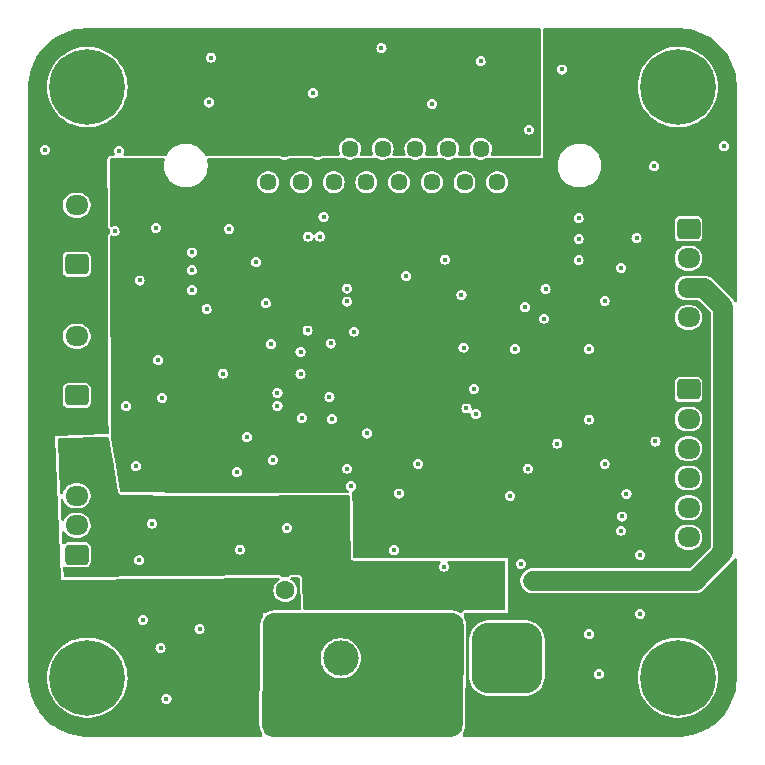
<source format=gbr>
%TF.GenerationSoftware,KiCad,Pcbnew,8.0.0*%
%TF.CreationDate,2024-10-22T21:16:36+02:00*%
%TF.ProjectId,ProjetCorps,50726f6a-6574-4436-9f72-70732e6b6963,rev?*%
%TF.SameCoordinates,Original*%
%TF.FileFunction,Copper,L2,Inr*%
%TF.FilePolarity,Positive*%
%FSLAX46Y46*%
G04 Gerber Fmt 4.6, Leading zero omitted, Abs format (unit mm)*
G04 Created by KiCad (PCBNEW 8.0.0) date 2024-10-22 21:16:36*
%MOMM*%
%LPD*%
G01*
G04 APERTURE LIST*
G04 Aperture macros list*
%AMRoundRect*
0 Rectangle with rounded corners*
0 $1 Rounding radius*
0 $2 $3 $4 $5 $6 $7 $8 $9 X,Y pos of 4 corners*
0 Add a 4 corners polygon primitive as box body*
4,1,4,$2,$3,$4,$5,$6,$7,$8,$9,$2,$3,0*
0 Add four circle primitives for the rounded corners*
1,1,$1+$1,$2,$3*
1,1,$1+$1,$4,$5*
1,1,$1+$1,$6,$7*
1,1,$1+$1,$8,$9*
0 Add four rect primitives between the rounded corners*
20,1,$1+$1,$2,$3,$4,$5,0*
20,1,$1+$1,$4,$5,$6,$7,0*
20,1,$1+$1,$6,$7,$8,$9,0*
20,1,$1+$1,$8,$9,$2,$3,0*%
G04 Aperture macros list end*
%TA.AperFunction,ComponentPad*%
%ADD10C,0.800000*%
%TD*%
%TA.AperFunction,ComponentPad*%
%ADD11C,6.400000*%
%TD*%
%TA.AperFunction,ComponentPad*%
%ADD12RoundRect,0.250000X0.725000X-0.600000X0.725000X0.600000X-0.725000X0.600000X-0.725000X-0.600000X0*%
%TD*%
%TA.AperFunction,ComponentPad*%
%ADD13O,1.950000X1.700000*%
%TD*%
%TA.AperFunction,ComponentPad*%
%ADD14RoundRect,0.250000X-0.725000X0.600000X-0.725000X-0.600000X0.725000X-0.600000X0.725000X0.600000X0*%
%TD*%
%TA.AperFunction,ComponentPad*%
%ADD15C,3.000000*%
%TD*%
%TA.AperFunction,ComponentPad*%
%ADD16C,1.600000*%
%TD*%
%TA.AperFunction,ComponentPad*%
%ADD17RoundRect,1.500000X1.500000X1.500000X-1.500000X1.500000X-1.500000X-1.500000X1.500000X-1.500000X0*%
%TD*%
%TA.AperFunction,ComponentPad*%
%ADD18C,6.000000*%
%TD*%
%TA.AperFunction,ComponentPad*%
%ADD19C,1.447800*%
%TD*%
%TA.AperFunction,ViaPad*%
%ADD20C,0.450000*%
%TD*%
%TA.AperFunction,Conductor*%
%ADD21C,1.700000*%
%TD*%
G04 APERTURE END LIST*
D10*
%TO.N,GND*%
%TO.C,H102*%
X92600000Y-45000000D03*
X93302944Y-43302944D03*
X93302944Y-46697056D03*
X95000000Y-42600000D03*
D11*
X95000000Y-45000000D03*
D10*
X95000000Y-47400000D03*
X96697056Y-43302944D03*
X96697056Y-46697056D03*
X97400000Y-45000000D03*
%TD*%
%TO.N,GND*%
%TO.C,H103*%
X42600000Y-95000000D03*
X43302944Y-93302944D03*
X43302944Y-96697056D03*
X45000000Y-92600000D03*
D11*
X45000000Y-95000000D03*
D10*
X45000000Y-97400000D03*
X46697056Y-93302944D03*
X46697056Y-96697056D03*
X47400000Y-95000000D03*
%TD*%
D12*
%TO.N,GND*%
%TO.C,J103*%
X44100000Y-71100000D03*
D13*
%TO.N,+12V*%
X44100000Y-68600000D03*
%TO.N,UART_HD_XL430*%
X44100000Y-66100000D03*
%TD*%
D14*
%TO.N,UART_mp3_RX*%
%TO.C,J1*%
X95900000Y-57000000D03*
D13*
%TO.N,UART_mp3_TX*%
X95900000Y-59500000D03*
%TO.N,+5V*%
X95900000Y-62000000D03*
%TO.N,GND*%
X95900000Y-64500000D03*
%TD*%
D10*
%TO.N,GND*%
%TO.C,H101*%
X42600000Y-45000000D03*
X43302944Y-43302944D03*
X43302944Y-46697056D03*
X45000000Y-42600000D03*
D11*
X45000000Y-45000000D03*
D10*
X45000000Y-47400000D03*
X46697056Y-43302944D03*
X46697056Y-46697056D03*
X47400000Y-45000000D03*
%TD*%
D15*
%TO.N,+12V*%
%TO.C,SW101*%
X57050000Y-93350000D03*
%TO.N,Net-(J101-Pin_2)*%
X61750000Y-93350000D03*
%TO.N,unconnected-(SW101-C-Pad3)*%
X66450000Y-93350000D03*
%TD*%
D16*
%TO.N,+12V*%
%TO.C,U104*%
X59210000Y-87600000D03*
%TO.N,GND*%
X61750000Y-87600000D03*
%TO.N,+5V*%
X64290000Y-87600000D03*
%TD*%
D17*
%TO.N,GND*%
%TO.C,J101*%
X80525000Y-93350000D03*
D18*
%TO.N,Net-(J101-Pin_2)*%
X73325000Y-93350000D03*
%TD*%
D12*
%TO.N,unconnected-(J3-Pin_1-Pad1)*%
%TO.C,J3*%
X44100000Y-84600000D03*
D13*
%TO.N,GND*%
X44100000Y-82100000D03*
%TO.N,PWM_TIM4_CH1*%
X44100000Y-79600000D03*
%TO.N,+5V*%
X44100000Y-77100000D03*
%TD*%
D14*
%TO.N,unconnected-(J2-Pin_1-Pad1)*%
%TO.C,J2*%
X95900000Y-70600000D03*
D13*
%TO.N,+5V*%
X95900000Y-73100000D03*
%TO.N,GND*%
X95900000Y-75600000D03*
%TO.N,UART_hc05_TX*%
X95900000Y-78100000D03*
%TO.N,UART_hc05_RX*%
X95900000Y-80600000D03*
%TO.N,unconnected-(J2-Pin_6-Pad6)*%
X95900000Y-83100000D03*
%TD*%
D10*
%TO.N,GND*%
%TO.C,H104*%
X92600000Y-95000000D03*
X93302944Y-93302944D03*
X93302944Y-96697056D03*
X95000000Y-92600000D03*
D11*
X95000000Y-95000000D03*
D10*
X95000000Y-97400000D03*
X96697056Y-93302944D03*
X96697056Y-96697056D03*
X97400000Y-95000000D03*
%TD*%
D19*
%TO.N,GND*%
%TO.C,J104*%
X60315002Y-53059999D03*
%TO.N,PWM_TIM2_CH2*%
X63085001Y-53059999D03*
%TO.N,PWM_TIM2_CH1*%
X65855001Y-53059999D03*
%TO.N,PWM_TIM1_CH4*%
X68625001Y-53059999D03*
%TO.N,PWM_TIM1_CH3*%
X71395000Y-53059999D03*
%TO.N,PWM_TIM1_CH2*%
X74165000Y-53059999D03*
%TO.N,PWM_TIM1_CH1*%
X76934999Y-53059999D03*
%TO.N,GND*%
X79704999Y-53059999D03*
%TO.N,+12V*%
X61700000Y-50220000D03*
X64470000Y-50220000D03*
%TO.N,GND*%
X67239999Y-50220000D03*
%TO.N,I2C_SCL*%
X70009999Y-50220000D03*
%TO.N,I2C_SDA*%
X72779999Y-50220000D03*
%TO.N,TOF_INT*%
X75549998Y-50220000D03*
%TO.N,GND*%
X78319998Y-50220000D03*
%TD*%
D12*
%TO.N,GND*%
%TO.C,J102*%
X44100000Y-60000000D03*
D13*
%TO.N,+12V*%
X44100000Y-57500000D03*
%TO.N,UART_HD_XL430*%
X44100000Y-55000000D03*
%TD*%
D20*
%TO.N,GND*%
X65000000Y-56000000D03*
%TO.N,TOF_INT*%
X68677499Y-74322501D03*
%TO.N,+3.3V*%
X74000000Y-76850000D03*
X48700000Y-58700000D03*
X90250000Y-83850000D03*
X73750000Y-63300000D03*
X63150000Y-74000000D03*
X66250000Y-58200000D03*
X59100000Y-70900000D03*
X59100000Y-72000000D03*
X76830000Y-66120000D03*
X62150000Y-58200000D03*
X77500000Y-81700000D03*
X66050000Y-63150000D03*
X63300000Y-72000000D03*
X71900000Y-81700000D03*
X75400000Y-80500000D03*
X54400000Y-76600000D03*
%TO.N,GND*%
X67000000Y-77300000D03*
X88300000Y-94700000D03*
X75300000Y-59600000D03*
X67000000Y-62050000D03*
X88800000Y-63100000D03*
X72000000Y-61000000D03*
X60700000Y-76550000D03*
X82300000Y-77300000D03*
X51350000Y-71300000D03*
X80800000Y-79600000D03*
X69900000Y-41700000D03*
X54500000Y-90900000D03*
X93100000Y-75000000D03*
X47700000Y-50400000D03*
X90200000Y-60300000D03*
X56500000Y-69250000D03*
X91800000Y-84600000D03*
X73020000Y-76880000D03*
X90650000Y-79450000D03*
X90250000Y-81350000D03*
X49100000Y-77100000D03*
X93000000Y-51700000D03*
X55500000Y-42500000D03*
X51000000Y-68100000D03*
X75200000Y-85600000D03*
X81700000Y-85350000D03*
X78300000Y-42800000D03*
X57000000Y-57000000D03*
X50500000Y-81950000D03*
X91800000Y-89600000D03*
X50800000Y-56900000D03*
X86600000Y-56100000D03*
X63650000Y-65600000D03*
X85200000Y-43500000D03*
X98900000Y-50000000D03*
X77900000Y-72700000D03*
X86600000Y-59650000D03*
X61100000Y-72000000D03*
X61100000Y-70900000D03*
X87500000Y-91300000D03*
X64100000Y-45500000D03*
X91500000Y-57800000D03*
X61900000Y-82300000D03*
X74200000Y-46400000D03*
X60550000Y-66750000D03*
X53850000Y-60500000D03*
X55300000Y-46300000D03*
X63050000Y-69300000D03*
X67000000Y-63150000D03*
X49700000Y-90100000D03*
X59300000Y-59800000D03*
X53850000Y-59000000D03*
X65500000Y-71250000D03*
X49400000Y-85050000D03*
X55100000Y-63800000D03*
X87450000Y-73150000D03*
X90200000Y-82550000D03*
X87450000Y-67200000D03*
X53850000Y-62200000D03*
X41400000Y-50300000D03*
X57650000Y-77600000D03*
X58500000Y-74650000D03*
X63050000Y-67400000D03*
X48300000Y-72000000D03*
X70950000Y-84200000D03*
X63150000Y-73000000D03*
X76850000Y-67050000D03*
X51700000Y-96800000D03*
X51200000Y-92500000D03*
X83800000Y-62100000D03*
X86600000Y-57850000D03*
X82400000Y-48600000D03*
X57950000Y-84150000D03*
X60100000Y-63300000D03*
X81200000Y-67200000D03*
%TO.N,NRST*%
X76675000Y-62600000D03*
X82060000Y-63640000D03*
%TO.N,+5V*%
X49429081Y-61370919D03*
X82600000Y-86800000D03*
X79740000Y-88220000D03*
%TO.N,+12V*%
X47312653Y-57187347D03*
%TO.N,I2C_SCL*%
X63700000Y-57650000D03*
%TO.N,I2C_SDA*%
X64700000Y-57650000D03*
%TO.N,UART_DEBUG_RX*%
X65600000Y-66700000D03*
X88800000Y-76900000D03*
%TO.N,UART_DEBUG_TX*%
X84800000Y-75175000D03*
X67600000Y-65700000D03*
%TO.N,UART_mp3_RX*%
X83645000Y-64600000D03*
X77720000Y-70530000D03*
%TO.N,UART_mp3_TX*%
X77100000Y-72200000D03*
%TO.N,UART_hc05_RX*%
X67350000Y-78775000D03*
%TO.N,UART_hc05_TX*%
X65700000Y-73100000D03*
%TO.N,PWM_TIM4_CH1*%
X71400000Y-79400000D03*
%TD*%
D21*
%TO.N,+5V*%
X98850000Y-63650000D02*
X98850000Y-84400000D01*
X96450000Y-86800000D02*
X82700000Y-86800000D01*
X95900000Y-62000000D02*
X97200000Y-62000000D01*
X97200000Y-62000000D02*
X98850000Y-63650000D01*
X98850000Y-84400000D02*
X96450000Y-86800000D01*
%TD*%
%TA.AperFunction,Conductor*%
%TO.N,Net-(J101-Pin_2)*%
G36*
X75865305Y-89500483D02*
G01*
X76046923Y-89518480D01*
X76066066Y-89522310D01*
X76235933Y-89574170D01*
X76253949Y-89581683D01*
X76410334Y-89665872D01*
X76426519Y-89676770D01*
X76555367Y-89783414D01*
X76563341Y-89790014D01*
X76577080Y-89803885D01*
X76689010Y-89941772D01*
X76699757Y-89958064D01*
X76782452Y-90115242D01*
X76789795Y-90133334D01*
X76840033Y-90303681D01*
X76843682Y-90322862D01*
X76859948Y-90504644D01*
X76860338Y-90514410D01*
X76779479Y-99004691D01*
X76778916Y-99014331D01*
X76759639Y-99193621D01*
X76755718Y-99212508D01*
X76703486Y-99380019D01*
X76695977Y-99397788D01*
X76612250Y-99551991D01*
X76601438Y-99567966D01*
X76489395Y-99703010D01*
X76475689Y-99716585D01*
X76339594Y-99827329D01*
X76323518Y-99837988D01*
X76168520Y-99920245D01*
X76150680Y-99927585D01*
X75982680Y-99978220D01*
X75963756Y-99981961D01*
X75826262Y-99995420D01*
X75784413Y-99999517D01*
X75784290Y-99999529D01*
X75774645Y-100000000D01*
X60784457Y-100000000D01*
X60774695Y-99999517D01*
X60754115Y-99997477D01*
X60593076Y-99981519D01*
X60573932Y-99977688D01*
X60404069Y-99925830D01*
X60386048Y-99918315D01*
X60319212Y-99882334D01*
X60229667Y-99834128D01*
X60213478Y-99823227D01*
X60076658Y-99709985D01*
X60062918Y-99696113D01*
X59950987Y-99558225D01*
X59940243Y-99541937D01*
X59857544Y-99384750D01*
X59850206Y-99366672D01*
X59799965Y-99196315D01*
X59796317Y-99177137D01*
X59781319Y-99009523D01*
X59780050Y-98995345D01*
X59779661Y-98985600D01*
X59833333Y-93350002D01*
X64744732Y-93350002D01*
X64763777Y-93604152D01*
X64763779Y-93604161D01*
X64820492Y-93852639D01*
X64913604Y-94089881D01*
X64913607Y-94089888D01*
X65041041Y-94310612D01*
X65041045Y-94310618D01*
X65041047Y-94310620D01*
X65199940Y-94509866D01*
X65199951Y-94509878D01*
X65386776Y-94683226D01*
X65386778Y-94683227D01*
X65386783Y-94683232D01*
X65597366Y-94826805D01*
X65826996Y-94937389D01*
X66070542Y-95012513D01*
X66322565Y-95050500D01*
X66322570Y-95050500D01*
X66577430Y-95050500D01*
X66577435Y-95050500D01*
X66829458Y-95012513D01*
X67073004Y-94937389D01*
X67302634Y-94826805D01*
X67513217Y-94683232D01*
X67700050Y-94509877D01*
X67858959Y-94310612D01*
X67986393Y-94089888D01*
X68079508Y-93852637D01*
X68136222Y-93604157D01*
X68155268Y-93350000D01*
X68136222Y-93095843D01*
X68079508Y-92847363D01*
X67986393Y-92610112D01*
X67858959Y-92389388D01*
X67858952Y-92389379D01*
X67700059Y-92190133D01*
X67700048Y-92190121D01*
X67513223Y-92016773D01*
X67513220Y-92016771D01*
X67513217Y-92016768D01*
X67302634Y-91873195D01*
X67073004Y-91762611D01*
X66829462Y-91687488D01*
X66829459Y-91687487D01*
X66829458Y-91687487D01*
X66829453Y-91687486D01*
X66829452Y-91687486D01*
X66577438Y-91649500D01*
X66577435Y-91649500D01*
X66322565Y-91649500D01*
X66322561Y-91649500D01*
X66070547Y-91687486D01*
X66070537Y-91687488D01*
X65826995Y-91762611D01*
X65597373Y-91873191D01*
X65597369Y-91873193D01*
X65597366Y-91873195D01*
X65386783Y-92016768D01*
X65386776Y-92016773D01*
X65199951Y-92190121D01*
X65199940Y-92190133D01*
X65041047Y-92389379D01*
X65041043Y-92389384D01*
X65041041Y-92389388D01*
X64979181Y-92496533D01*
X64913608Y-92610109D01*
X64913604Y-92610118D01*
X64820492Y-92847360D01*
X64763779Y-93095838D01*
X64763777Y-93095847D01*
X64744732Y-93349997D01*
X64744732Y-93350002D01*
X59833333Y-93350002D01*
X59860521Y-90495287D01*
X59861081Y-90485689D01*
X59880360Y-90306375D01*
X59884281Y-90287491D01*
X59936515Y-90119973D01*
X59944018Y-90102218D01*
X60027751Y-89948003D01*
X60038557Y-89932037D01*
X60150608Y-89796984D01*
X60164305Y-89783418D01*
X60300407Y-89672668D01*
X60316481Y-89662011D01*
X60339974Y-89649543D01*
X60471485Y-89579751D01*
X60489309Y-89572417D01*
X60657328Y-89521777D01*
X60676235Y-89518039D01*
X60855588Y-89500483D01*
X60855711Y-89500471D01*
X60865355Y-89500000D01*
X75855543Y-89500000D01*
X75865305Y-89500483D01*
G37*
%TD.AperFunction*%
%TD*%
%TA.AperFunction,Conductor*%
%TO.N,+5V*%
G36*
X46773938Y-74620156D02*
G01*
X46825881Y-74666887D01*
X46842715Y-74711992D01*
X46911113Y-75130928D01*
X46918308Y-75174998D01*
X46918308Y-75174999D01*
X46918307Y-75174999D01*
X46923714Y-75208110D01*
X46923714Y-75208114D01*
X46923715Y-75208114D01*
X47001285Y-75683229D01*
X47001285Y-75683230D01*
X47009185Y-75731622D01*
X47009186Y-75731628D01*
X47142798Y-76549998D01*
X47148205Y-76583115D01*
X47148205Y-76583116D01*
X47232594Y-77099998D01*
X47238001Y-77133115D01*
X47238001Y-77133116D01*
X47314227Y-77599998D01*
X47319634Y-77633115D01*
X47319634Y-77633116D01*
X47409448Y-78183229D01*
X47418159Y-78236582D01*
X47418159Y-78236583D01*
X47506064Y-78774998D01*
X47580431Y-79230498D01*
X47580432Y-79230502D01*
X47586234Y-79255831D01*
X47595144Y-79285858D01*
X47595147Y-79285866D01*
X47632706Y-79355512D01*
X47635068Y-79359892D01*
X47668894Y-79399997D01*
X47668895Y-79400000D01*
X47680108Y-79413294D01*
X47680122Y-79413309D01*
X47697459Y-79431483D01*
X47697463Y-79431486D01*
X47697465Y-79431488D01*
X47697467Y-79431489D01*
X47776676Y-79477193D01*
X47776677Y-79477193D01*
X47776680Y-79477195D01*
X47843451Y-79497772D01*
X47901232Y-79506868D01*
X53183243Y-79577294D01*
X55296249Y-79605468D01*
X55297729Y-79605481D01*
X55297757Y-79605481D01*
X55297966Y-79605483D01*
X55300129Y-79605493D01*
X55300226Y-79605493D01*
X55301913Y-79605493D01*
X55301925Y-79605493D01*
X67030596Y-79557227D01*
X67030610Y-79557226D01*
X67030614Y-79557226D01*
X67053576Y-79555842D01*
X67053599Y-79555840D01*
X67081175Y-79552618D01*
X67084923Y-79551395D01*
X67087034Y-79551333D01*
X67087200Y-79551297D01*
X67087206Y-79551328D01*
X67154758Y-79549328D01*
X67214629Y-79585345D01*
X67245523Y-79648013D01*
X67247357Y-79668170D01*
X67249576Y-79914421D01*
X67256502Y-80683229D01*
X67256701Y-80705320D01*
X67260600Y-81138157D01*
X67262509Y-81349994D01*
X67262526Y-81351858D01*
X67262526Y-81351872D01*
X67271055Y-82298528D01*
X67273320Y-82549998D01*
X67273337Y-82551853D01*
X67279025Y-83183229D01*
X67279224Y-83205320D01*
X67282754Y-83597207D01*
X67288185Y-84199994D01*
X67288202Y-84201858D01*
X67288202Y-84201872D01*
X67291789Y-84599998D01*
X67293400Y-84778960D01*
X67293401Y-84778968D01*
X67298289Y-84821705D01*
X67301850Y-84837724D01*
X67309492Y-84872107D01*
X67311778Y-84881373D01*
X67354787Y-84962083D01*
X67354789Y-84962086D01*
X67400548Y-85014895D01*
X67418130Y-85032839D01*
X67418134Y-85032843D01*
X67418135Y-85032844D01*
X67418137Y-85032845D01*
X67497947Y-85077488D01*
X67497951Y-85077490D01*
X67564990Y-85097175D01*
X67622888Y-85105500D01*
X74793389Y-85105500D01*
X74860428Y-85125185D01*
X74906183Y-85177989D01*
X74916127Y-85247147D01*
X74887102Y-85310703D01*
X74881070Y-85317181D01*
X74851476Y-85346774D01*
X74851473Y-85346778D01*
X74790279Y-85466878D01*
X74769196Y-85599997D01*
X74769196Y-85600002D01*
X74790279Y-85733121D01*
X74790280Y-85733124D01*
X74790281Y-85733126D01*
X74851472Y-85853220D01*
X74851473Y-85853221D01*
X74851476Y-85853225D01*
X74946774Y-85948523D01*
X74946778Y-85948526D01*
X74946780Y-85948528D01*
X75066874Y-86009719D01*
X75066876Y-86009719D01*
X75066878Y-86009720D01*
X75199998Y-86030804D01*
X75200000Y-86030804D01*
X75200002Y-86030804D01*
X75333121Y-86009720D01*
X75333121Y-86009719D01*
X75333126Y-86009719D01*
X75453220Y-85948528D01*
X75548528Y-85853220D01*
X75609719Y-85733126D01*
X75630804Y-85600000D01*
X75630731Y-85599542D01*
X75609720Y-85466878D01*
X75609719Y-85466876D01*
X75609719Y-85466874D01*
X75548528Y-85346780D01*
X75548526Y-85346778D01*
X75548523Y-85346774D01*
X75518930Y-85317181D01*
X75485445Y-85255858D01*
X75490429Y-85186166D01*
X75532301Y-85130233D01*
X75597765Y-85105816D01*
X75606611Y-85105500D01*
X80270500Y-85105500D01*
X80337539Y-85125185D01*
X80383294Y-85177989D01*
X80394500Y-85229500D01*
X80394500Y-89170500D01*
X80374815Y-89237539D01*
X80322011Y-89283294D01*
X80270500Y-89294500D01*
X76992824Y-89294500D01*
X76966462Y-89297270D01*
X76950087Y-89298991D01*
X76899663Y-89309710D01*
X76890420Y-89311899D01*
X76890409Y-89311903D01*
X76809301Y-89354138D01*
X76809298Y-89354140D01*
X76756073Y-89399380D01*
X76756068Y-89399384D01*
X76756063Y-89399389D01*
X76754664Y-89400734D01*
X76737941Y-89416809D01*
X76726073Y-89437562D01*
X76675703Y-89485983D01*
X76618434Y-89500000D01*
X76567002Y-89500000D01*
X76508224Y-89485184D01*
X76478295Y-89469072D01*
X76351360Y-89400737D01*
X76348511Y-89399380D01*
X76333032Y-89392008D01*
X76315036Y-89384504D01*
X76295939Y-89377626D01*
X76126069Y-89325765D01*
X76106390Y-89320805D01*
X76087246Y-89316975D01*
X76087233Y-89316973D01*
X76067200Y-89313984D01*
X76067187Y-89313982D01*
X76067185Y-89313981D01*
X76067173Y-89313980D01*
X75943655Y-89301740D01*
X75885569Y-89295985D01*
X75885556Y-89295984D01*
X75875470Y-89295234D01*
X75865685Y-89294750D01*
X75855545Y-89294500D01*
X75855543Y-89294500D01*
X63417805Y-89294500D01*
X63350766Y-89274815D01*
X63305011Y-89222011D01*
X63295678Y-89163999D01*
X63294096Y-89163939D01*
X63294265Y-89159511D01*
X63209937Y-86629695D01*
X63209421Y-86614216D01*
X63203848Y-86573052D01*
X63192196Y-86524557D01*
X63192188Y-86524526D01*
X63190155Y-86516740D01*
X63146352Y-86436466D01*
X63146348Y-86436461D01*
X63100072Y-86384113D01*
X63082304Y-86366334D01*
X63002048Y-86322480D01*
X62934817Y-86303460D01*
X62876842Y-86295709D01*
X62876838Y-86295709D01*
X62876831Y-86295708D01*
X62318818Y-86301233D01*
X62318801Y-86301234D01*
X62282440Y-86304842D01*
X62239207Y-86313064D01*
X62236326Y-86313634D01*
X62236324Y-86313634D01*
X62236323Y-86313635D01*
X62179389Y-86339548D01*
X62153081Y-86351522D01*
X62097517Y-86393896D01*
X62078505Y-86410328D01*
X62050619Y-86453598D01*
X61997757Y-86499285D01*
X61947618Y-86510419D01*
X61530708Y-86514547D01*
X61463477Y-86495527D01*
X61428254Y-86458055D01*
X61426583Y-86459228D01*
X61422590Y-86453535D01*
X61407501Y-86436466D01*
X61376308Y-86401180D01*
X61358540Y-86383401D01*
X61278284Y-86339547D01*
X61211053Y-86320527D01*
X61153077Y-86312776D01*
X61153073Y-86312776D01*
X61153066Y-86312775D01*
X43117371Y-86491346D01*
X43050140Y-86472326D01*
X43003864Y-86419978D01*
X42992247Y-86372432D01*
X42965014Y-85707952D01*
X42981937Y-85640165D01*
X43032823Y-85592287D01*
X43101516Y-85579519D01*
X43153320Y-85599542D01*
X43153899Y-85598449D01*
X43162115Y-85602791D01*
X43162118Y-85602793D01*
X43204845Y-85617744D01*
X43290299Y-85647646D01*
X43320730Y-85650500D01*
X43320734Y-85650500D01*
X44879270Y-85650500D01*
X44909699Y-85647646D01*
X44909701Y-85647646D01*
X44973790Y-85625219D01*
X45037882Y-85602793D01*
X45147150Y-85522150D01*
X45227793Y-85412882D01*
X45263547Y-85310703D01*
X45272646Y-85284701D01*
X45272646Y-85284699D01*
X45275500Y-85254269D01*
X45275500Y-85050002D01*
X48969196Y-85050002D01*
X48990279Y-85183121D01*
X48990280Y-85183124D01*
X48990281Y-85183126D01*
X49051472Y-85303220D01*
X49051473Y-85303221D01*
X49051476Y-85303225D01*
X49146774Y-85398523D01*
X49146778Y-85398526D01*
X49146780Y-85398528D01*
X49266874Y-85459719D01*
X49266876Y-85459719D01*
X49266878Y-85459720D01*
X49399998Y-85480804D01*
X49400000Y-85480804D01*
X49400002Y-85480804D01*
X49533121Y-85459720D01*
X49533121Y-85459719D01*
X49533126Y-85459719D01*
X49653220Y-85398528D01*
X49748528Y-85303220D01*
X49809719Y-85183126D01*
X49811830Y-85169796D01*
X49830804Y-85050002D01*
X49830804Y-85049997D01*
X49809720Y-84916878D01*
X49809719Y-84916876D01*
X49809719Y-84916874D01*
X49748528Y-84796780D01*
X49748526Y-84796778D01*
X49748523Y-84796774D01*
X49653225Y-84701476D01*
X49653221Y-84701473D01*
X49653220Y-84701472D01*
X49533126Y-84640281D01*
X49533124Y-84640280D01*
X49533121Y-84640279D01*
X49400002Y-84619196D01*
X49399998Y-84619196D01*
X49266878Y-84640279D01*
X49266874Y-84640280D01*
X49266874Y-84640281D01*
X49207079Y-84670748D01*
X49146778Y-84701473D01*
X49146774Y-84701476D01*
X49051476Y-84796774D01*
X49051473Y-84796778D01*
X48990279Y-84916878D01*
X48969196Y-85049997D01*
X48969196Y-85050002D01*
X45275500Y-85050002D01*
X45275500Y-84150002D01*
X57519196Y-84150002D01*
X57540279Y-84283121D01*
X57540280Y-84283124D01*
X57540281Y-84283126D01*
X57601472Y-84403220D01*
X57601473Y-84403221D01*
X57601476Y-84403225D01*
X57696774Y-84498523D01*
X57696778Y-84498526D01*
X57696780Y-84498528D01*
X57816874Y-84559719D01*
X57816876Y-84559719D01*
X57816878Y-84559720D01*
X57949998Y-84580804D01*
X57950000Y-84580804D01*
X57950002Y-84580804D01*
X58083121Y-84559720D01*
X58083121Y-84559719D01*
X58083126Y-84559719D01*
X58203220Y-84498528D01*
X58298528Y-84403220D01*
X58359719Y-84283126D01*
X58359720Y-84283121D01*
X58380804Y-84150002D01*
X58380804Y-84149997D01*
X58359720Y-84016878D01*
X58359719Y-84016876D01*
X58359719Y-84016874D01*
X58298528Y-83896780D01*
X58298526Y-83896778D01*
X58298523Y-83896774D01*
X58203225Y-83801476D01*
X58203221Y-83801473D01*
X58203220Y-83801472D01*
X58083126Y-83740281D01*
X58083124Y-83740280D01*
X58083121Y-83740279D01*
X57950002Y-83719196D01*
X57949998Y-83719196D01*
X57816878Y-83740279D01*
X57696778Y-83801473D01*
X57696774Y-83801476D01*
X57601476Y-83896774D01*
X57601473Y-83896778D01*
X57540279Y-84016878D01*
X57519196Y-84149997D01*
X57519196Y-84150002D01*
X45275500Y-84150002D01*
X45275500Y-83945730D01*
X45272646Y-83915300D01*
X45272646Y-83915298D01*
X45232816Y-83801473D01*
X45227793Y-83787118D01*
X45147150Y-83677850D01*
X45037882Y-83597207D01*
X45037880Y-83597206D01*
X44909700Y-83552353D01*
X44879270Y-83549500D01*
X44879266Y-83549500D01*
X43320734Y-83549500D01*
X43320730Y-83549500D01*
X43290300Y-83552353D01*
X43290298Y-83552353D01*
X43162119Y-83597206D01*
X43162113Y-83597209D01*
X43074798Y-83661651D01*
X43009169Y-83685622D01*
X42940999Y-83670306D01*
X42891931Y-83620566D01*
X42877269Y-83566959D01*
X42842109Y-82709054D01*
X42859032Y-82641264D01*
X42909918Y-82593386D01*
X42978611Y-82580618D01*
X43043302Y-82607016D01*
X43069106Y-82635084D01*
X43099737Y-82680926D01*
X43159024Y-82769657D01*
X43305342Y-82915975D01*
X43305345Y-82915977D01*
X43477402Y-83030941D01*
X43668580Y-83110130D01*
X43871530Y-83150499D01*
X43871534Y-83150500D01*
X43871535Y-83150500D01*
X44328466Y-83150500D01*
X44328467Y-83150499D01*
X44531420Y-83110130D01*
X44722598Y-83030941D01*
X44894655Y-82915977D01*
X45040977Y-82769655D01*
X45155941Y-82597598D01*
X45235130Y-82406420D01*
X45275500Y-82203465D01*
X45275500Y-81996535D01*
X45266244Y-81950002D01*
X50069196Y-81950002D01*
X50090279Y-82083121D01*
X50090280Y-82083124D01*
X50090281Y-82083126D01*
X50132953Y-82166874D01*
X50151473Y-82203221D01*
X50151476Y-82203225D01*
X50246774Y-82298523D01*
X50246778Y-82298526D01*
X50246780Y-82298528D01*
X50366874Y-82359719D01*
X50366876Y-82359719D01*
X50366878Y-82359720D01*
X50499998Y-82380804D01*
X50500000Y-82380804D01*
X50500002Y-82380804D01*
X50633121Y-82359720D01*
X50633121Y-82359719D01*
X50633126Y-82359719D01*
X50750327Y-82300002D01*
X61469196Y-82300002D01*
X61490279Y-82433121D01*
X61490280Y-82433124D01*
X61490281Y-82433126D01*
X61551472Y-82553220D01*
X61551473Y-82553221D01*
X61551476Y-82553225D01*
X61646774Y-82648523D01*
X61646778Y-82648526D01*
X61646780Y-82648528D01*
X61766874Y-82709719D01*
X61766876Y-82709719D01*
X61766878Y-82709720D01*
X61899998Y-82730804D01*
X61900000Y-82730804D01*
X61900002Y-82730804D01*
X62033121Y-82709720D01*
X62033121Y-82709719D01*
X62033126Y-82709719D01*
X62153220Y-82648528D01*
X62248528Y-82553220D01*
X62309719Y-82433126D01*
X62319749Y-82369799D01*
X62330804Y-82300002D01*
X62330804Y-82299997D01*
X62309720Y-82166878D01*
X62309719Y-82166876D01*
X62309719Y-82166874D01*
X62248528Y-82046780D01*
X62248526Y-82046778D01*
X62248523Y-82046774D01*
X62153225Y-81951476D01*
X62153221Y-81951473D01*
X62153220Y-81951472D01*
X62033126Y-81890281D01*
X62033124Y-81890280D01*
X62033121Y-81890279D01*
X61900002Y-81869196D01*
X61899998Y-81869196D01*
X61766878Y-81890279D01*
X61646778Y-81951473D01*
X61646774Y-81951476D01*
X61551476Y-82046774D01*
X61551473Y-82046778D01*
X61490279Y-82166878D01*
X61469196Y-82299997D01*
X61469196Y-82300002D01*
X50750327Y-82300002D01*
X50753220Y-82298528D01*
X50848528Y-82203220D01*
X50909719Y-82083126D01*
X50923434Y-81996534D01*
X50930804Y-81950002D01*
X50930804Y-81949997D01*
X50909720Y-81816878D01*
X50909719Y-81816876D01*
X50909719Y-81816874D01*
X50848528Y-81696780D01*
X50848526Y-81696778D01*
X50848523Y-81696774D01*
X50753225Y-81601476D01*
X50753221Y-81601473D01*
X50753220Y-81601472D01*
X50633126Y-81540281D01*
X50633124Y-81540280D01*
X50633121Y-81540279D01*
X50500002Y-81519196D01*
X50499998Y-81519196D01*
X50366878Y-81540279D01*
X50246778Y-81601473D01*
X50246774Y-81601476D01*
X50151476Y-81696774D01*
X50151473Y-81696778D01*
X50090279Y-81816878D01*
X50069196Y-81949997D01*
X50069196Y-81950002D01*
X45266244Y-81950002D01*
X45235130Y-81793580D01*
X45155941Y-81602402D01*
X45040977Y-81430345D01*
X45040975Y-81430342D01*
X44894657Y-81284024D01*
X44723701Y-81169796D01*
X44722598Y-81169059D01*
X44649206Y-81138659D01*
X44531420Y-81089870D01*
X44531412Y-81089868D01*
X44328469Y-81049500D01*
X44328465Y-81049500D01*
X43871535Y-81049500D01*
X43871530Y-81049500D01*
X43668587Y-81089868D01*
X43668579Y-81089870D01*
X43477403Y-81169058D01*
X43305342Y-81284024D01*
X43159024Y-81430342D01*
X43044058Y-81602403D01*
X43034426Y-81625656D01*
X42990583Y-81680058D01*
X42924288Y-81702121D01*
X42856590Y-81684840D01*
X42808981Y-81633701D01*
X42795970Y-81583278D01*
X42795538Y-81572742D01*
X42729727Y-79966950D01*
X42746650Y-79899162D01*
X42797536Y-79851284D01*
X42866229Y-79838516D01*
X42930920Y-79864914D01*
X42968184Y-79914421D01*
X43044057Y-80097596D01*
X43159024Y-80269657D01*
X43305342Y-80415975D01*
X43305345Y-80415977D01*
X43477402Y-80530941D01*
X43668580Y-80610130D01*
X43871530Y-80650499D01*
X43871534Y-80650500D01*
X43871535Y-80650500D01*
X44328466Y-80650500D01*
X44328467Y-80650499D01*
X44531420Y-80610130D01*
X44722598Y-80530941D01*
X44894655Y-80415977D01*
X45040977Y-80269655D01*
X45155941Y-80097598D01*
X45235130Y-79906420D01*
X45275500Y-79703465D01*
X45275500Y-79496535D01*
X45235130Y-79293580D01*
X45155941Y-79102402D01*
X45040977Y-78930345D01*
X45040975Y-78930342D01*
X44894657Y-78784024D01*
X44808626Y-78726541D01*
X44722598Y-78669059D01*
X44649206Y-78638659D01*
X44531420Y-78589870D01*
X44531412Y-78589868D01*
X44328469Y-78549500D01*
X44328465Y-78549500D01*
X43871535Y-78549500D01*
X43871530Y-78549500D01*
X43668587Y-78589868D01*
X43668579Y-78589870D01*
X43477403Y-78669058D01*
X43305342Y-78784024D01*
X43159024Y-78930342D01*
X43044058Y-79102403D01*
X42964870Y-79293579D01*
X42964868Y-79293585D01*
X42949936Y-79368653D01*
X42917551Y-79430564D01*
X42856835Y-79465138D01*
X42787065Y-79461397D01*
X42730393Y-79420531D01*
X42704812Y-79355512D01*
X42704424Y-79349561D01*
X42519087Y-74827351D01*
X42536010Y-74759564D01*
X42586896Y-74711686D01*
X42640341Y-74698304D01*
X46677005Y-74612418D01*
X46704979Y-74608927D01*
X46773938Y-74620156D01*
G37*
%TD.AperFunction*%
%TD*%
%TA.AperFunction,Conductor*%
%TO.N,+3.3V*%
G36*
X95000641Y-40000006D02*
G01*
X95213481Y-40002328D01*
X95222915Y-40002792D01*
X95647552Y-40039943D01*
X95658270Y-40041354D01*
X96077393Y-40115256D01*
X96087921Y-40117590D01*
X96499033Y-40227747D01*
X96509322Y-40230992D01*
X96909255Y-40376555D01*
X96919221Y-40380683D01*
X97304942Y-40560547D01*
X97314528Y-40565538D01*
X97683088Y-40778326D01*
X97692207Y-40784135D01*
X98040820Y-41028237D01*
X98049402Y-41034822D01*
X98375420Y-41308383D01*
X98383395Y-41315692D01*
X98684307Y-41616604D01*
X98691616Y-41624579D01*
X98965177Y-41950597D01*
X98971762Y-41959179D01*
X99215864Y-42307792D01*
X99221676Y-42316916D01*
X99434459Y-42685467D01*
X99439454Y-42695062D01*
X99619310Y-43080764D01*
X99623450Y-43090759D01*
X99769003Y-43490664D01*
X99772256Y-43500980D01*
X99882405Y-43912061D01*
X99884746Y-43922623D01*
X99958644Y-44341725D01*
X99960056Y-44352450D01*
X99997206Y-44777073D01*
X99997671Y-44786527D01*
X99999993Y-44999357D01*
X100000000Y-45000710D01*
X100000000Y-63071473D01*
X99980315Y-63138512D01*
X99927511Y-63184267D01*
X99858353Y-63194211D01*
X99794797Y-63165186D01*
X99772898Y-63140363D01*
X99665980Y-62980349D01*
X99665974Y-62980341D01*
X99516559Y-62830926D01*
X99516528Y-62830897D01*
X98020317Y-61334686D01*
X98020297Y-61334664D01*
X97869657Y-61184024D01*
X97770384Y-61117693D01*
X97697598Y-61069059D01*
X97506420Y-60989870D01*
X97506412Y-60989868D01*
X97303469Y-60949500D01*
X97303465Y-60949500D01*
X96128465Y-60949500D01*
X95671535Y-60949500D01*
X95671530Y-60949500D01*
X95468587Y-60989868D01*
X95468579Y-60989870D01*
X95277403Y-61069058D01*
X95105342Y-61184024D01*
X94959024Y-61330342D01*
X94844058Y-61502403D01*
X94764870Y-61693579D01*
X94764868Y-61693587D01*
X94724500Y-61896530D01*
X94724500Y-62103469D01*
X94764868Y-62306412D01*
X94764870Y-62306420D01*
X94839732Y-62487153D01*
X94844059Y-62497598D01*
X94878086Y-62548523D01*
X94959024Y-62669657D01*
X95105342Y-62815975D01*
X95105345Y-62815977D01*
X95277402Y-62930941D01*
X95468580Y-63010130D01*
X95652803Y-63046774D01*
X95671530Y-63050499D01*
X95671534Y-63050500D01*
X95671535Y-63050500D01*
X95796535Y-63050500D01*
X96713507Y-63050500D01*
X96780546Y-63070185D01*
X96801188Y-63086819D01*
X97763181Y-64048812D01*
X97796666Y-64110135D01*
X97799500Y-64136493D01*
X97799500Y-83913506D01*
X97779815Y-83980545D01*
X97763181Y-84001187D01*
X96051188Y-85713181D01*
X95989865Y-85746666D01*
X95963507Y-85749500D01*
X82596530Y-85749500D01*
X82393587Y-85789868D01*
X82393579Y-85789870D01*
X82202403Y-85869058D01*
X82030342Y-85984024D01*
X81884024Y-86130342D01*
X81769058Y-86302403D01*
X81689870Y-86493579D01*
X81689868Y-86493587D01*
X81649500Y-86696530D01*
X81649500Y-86903469D01*
X81689868Y-87106412D01*
X81689870Y-87106420D01*
X81769058Y-87297596D01*
X81884024Y-87469657D01*
X82030342Y-87615975D01*
X82030345Y-87615977D01*
X82202402Y-87730941D01*
X82393580Y-87810130D01*
X82596530Y-87850499D01*
X82596534Y-87850500D01*
X82596535Y-87850500D01*
X96553466Y-87850500D01*
X96553467Y-87850499D01*
X96756420Y-87810130D01*
X96947598Y-87730941D01*
X97119655Y-87615977D01*
X97265977Y-87469655D01*
X97265977Y-87469653D01*
X97276185Y-87459446D01*
X97276186Y-87459443D01*
X99665977Y-85069655D01*
X99772898Y-84909637D01*
X99826510Y-84864832D01*
X99895835Y-84856125D01*
X99958863Y-84886279D01*
X99995582Y-84945722D01*
X100000000Y-84978528D01*
X100000000Y-94999289D01*
X99999993Y-95000642D01*
X99997671Y-95213472D01*
X99997206Y-95222926D01*
X99960056Y-95647549D01*
X99958644Y-95658274D01*
X99884746Y-96077376D01*
X99882405Y-96087938D01*
X99772256Y-96499019D01*
X99769003Y-96509335D01*
X99623450Y-96909240D01*
X99619310Y-96919235D01*
X99439454Y-97304937D01*
X99434459Y-97314532D01*
X99221676Y-97683083D01*
X99215864Y-97692207D01*
X98971762Y-98040820D01*
X98965177Y-98049402D01*
X98691616Y-98375420D01*
X98684307Y-98383395D01*
X98383395Y-98684307D01*
X98375420Y-98691616D01*
X98049402Y-98965177D01*
X98040820Y-98971762D01*
X97692207Y-99215864D01*
X97683083Y-99221676D01*
X97314532Y-99434459D01*
X97304937Y-99439454D01*
X96919235Y-99619310D01*
X96909240Y-99623450D01*
X96509335Y-99769003D01*
X96499019Y-99772256D01*
X96087938Y-99882405D01*
X96077376Y-99884746D01*
X95658274Y-99958644D01*
X95647549Y-99960056D01*
X95222926Y-99997206D01*
X95213472Y-99997671D01*
X95005455Y-99999940D01*
X95000640Y-99999993D01*
X94999290Y-100000000D01*
X90000000Y-100000000D01*
X76895186Y-100000000D01*
X76828147Y-99980315D01*
X76782392Y-99927511D01*
X76771192Y-99874819D01*
X76772200Y-99769003D01*
X76772697Y-99716752D01*
X76790737Y-99653518D01*
X76792846Y-99650049D01*
X76876573Y-99495846D01*
X76885269Y-99477781D01*
X76892778Y-99460012D01*
X76899670Y-99441192D01*
X76951902Y-99273681D01*
X76954755Y-99262666D01*
X76956922Y-99254305D01*
X76956930Y-99254272D01*
X76960845Y-99235412D01*
X76960849Y-99235393D01*
X76963961Y-99215589D01*
X76963967Y-99215538D01*
X76983236Y-99036319D01*
X76983238Y-99036299D01*
X76984066Y-99026312D01*
X76984629Y-99016672D01*
X76984970Y-99006648D01*
X77004945Y-96909240D01*
X77023562Y-94954423D01*
X77324500Y-94954423D01*
X77326651Y-94999289D01*
X77327313Y-95013104D01*
X77372107Y-95270343D01*
X77455643Y-95517730D01*
X77523047Y-95647549D01*
X77575966Y-95749470D01*
X77730244Y-95960113D01*
X77730248Y-95960118D01*
X77914881Y-96144751D01*
X77914886Y-96144755D01*
X78125529Y-96299033D01*
X78125532Y-96299034D01*
X78125534Y-96299036D01*
X78357270Y-96419357D01*
X78604657Y-96502893D01*
X78861896Y-96547687D01*
X78920590Y-96550500D01*
X78920607Y-96550500D01*
X82129393Y-96550500D01*
X82129410Y-96550500D01*
X82188104Y-96547687D01*
X82445343Y-96502893D01*
X82692730Y-96419357D01*
X82924466Y-96299036D01*
X83135119Y-96144751D01*
X83319751Y-95960119D01*
X83474036Y-95749466D01*
X83594357Y-95517730D01*
X83677893Y-95270343D01*
X83722687Y-95013104D01*
X83725500Y-94954410D01*
X83725500Y-94700002D01*
X87869196Y-94700002D01*
X87890279Y-94833121D01*
X87890280Y-94833124D01*
X87890281Y-94833126D01*
X87943406Y-94937389D01*
X87951473Y-94953221D01*
X87951476Y-94953225D01*
X88046774Y-95048523D01*
X88046778Y-95048526D01*
X88046780Y-95048528D01*
X88166874Y-95109719D01*
X88166876Y-95109719D01*
X88166878Y-95109720D01*
X88299998Y-95130804D01*
X88300000Y-95130804D01*
X88300002Y-95130804D01*
X88433121Y-95109720D01*
X88433121Y-95109719D01*
X88433126Y-95109719D01*
X88553220Y-95048528D01*
X88601748Y-95000000D01*
X91594506Y-95000000D01*
X91609163Y-95270343D01*
X91614469Y-95368196D01*
X91614470Y-95368213D01*
X91674122Y-95732068D01*
X91674128Y-95732094D01*
X91772768Y-96087365D01*
X91772770Y-96087371D01*
X91909255Y-96429926D01*
X91909261Y-96429938D01*
X92081973Y-96755708D01*
X92081976Y-96755713D01*
X92081978Y-96755716D01*
X92185444Y-96908316D01*
X92288909Y-97060916D01*
X92433214Y-97230804D01*
X92527627Y-97341956D01*
X92795330Y-97595538D01*
X93088881Y-97818690D01*
X93404838Y-98008795D01*
X93404840Y-98008796D01*
X93404842Y-98008797D01*
X93404846Y-98008799D01*
X93492608Y-98049402D01*
X93739497Y-98163625D01*
X94088934Y-98281364D01*
X94449052Y-98360632D01*
X94815630Y-98400500D01*
X94815636Y-98400500D01*
X95184364Y-98400500D01*
X95184370Y-98400500D01*
X95550948Y-98360632D01*
X95911066Y-98281364D01*
X96260503Y-98163625D01*
X96595162Y-98008795D01*
X96911119Y-97818690D01*
X97204670Y-97595538D01*
X97472373Y-97341956D01*
X97711090Y-97060917D01*
X97918022Y-96755716D01*
X98090743Y-96429930D01*
X98227227Y-96087379D01*
X98325875Y-95732081D01*
X98344237Y-95620077D01*
X98385529Y-95368213D01*
X98385529Y-95368210D01*
X98385531Y-95368199D01*
X98405494Y-95000000D01*
X98405455Y-94999289D01*
X98396446Y-94833121D01*
X98385531Y-94631801D01*
X98374887Y-94566878D01*
X98325877Y-94267931D01*
X98325876Y-94267930D01*
X98325875Y-94267919D01*
X98227227Y-93912621D01*
X98090743Y-93570070D01*
X97918022Y-93244284D01*
X97711090Y-92939083D01*
X97472373Y-92658044D01*
X97204670Y-92404462D01*
X96911119Y-92181310D01*
X96595162Y-91991205D01*
X96595161Y-91991204D01*
X96595157Y-91991202D01*
X96595153Y-91991200D01*
X96260513Y-91836379D01*
X96260508Y-91836377D01*
X96260503Y-91836375D01*
X96090172Y-91778983D01*
X95911065Y-91718635D01*
X95550946Y-91639367D01*
X95184371Y-91599500D01*
X95184370Y-91599500D01*
X94815630Y-91599500D01*
X94815628Y-91599500D01*
X94449053Y-91639367D01*
X94088934Y-91718635D01*
X93818812Y-91809650D01*
X93739497Y-91836375D01*
X93739494Y-91836376D01*
X93739486Y-91836379D01*
X93404846Y-91991200D01*
X93404842Y-91991202D01*
X93240172Y-92090281D01*
X93088881Y-92181310D01*
X93077288Y-92190123D01*
X92795330Y-92404461D01*
X92795330Y-92404462D01*
X92527626Y-92658044D01*
X92288909Y-92939083D01*
X92081979Y-93244282D01*
X92081973Y-93244291D01*
X91909261Y-93570061D01*
X91909255Y-93570073D01*
X91772770Y-93912628D01*
X91772768Y-93912634D01*
X91674128Y-94267905D01*
X91674122Y-94267931D01*
X91614470Y-94631786D01*
X91614469Y-94631803D01*
X91594545Y-94999289D01*
X91594506Y-95000000D01*
X88601748Y-95000000D01*
X88648528Y-94953220D01*
X88709719Y-94833126D01*
X88730804Y-94700000D01*
X88728148Y-94683232D01*
X88709720Y-94566878D01*
X88709719Y-94566876D01*
X88709719Y-94566874D01*
X88648528Y-94446780D01*
X88648526Y-94446778D01*
X88648523Y-94446774D01*
X88553225Y-94351476D01*
X88553221Y-94351473D01*
X88553220Y-94351472D01*
X88433126Y-94290281D01*
X88433124Y-94290280D01*
X88433121Y-94290279D01*
X88300002Y-94269196D01*
X88299998Y-94269196D01*
X88166878Y-94290279D01*
X88046778Y-94351473D01*
X88046774Y-94351476D01*
X87951476Y-94446774D01*
X87951473Y-94446778D01*
X87890279Y-94566878D01*
X87869196Y-94699997D01*
X87869196Y-94700002D01*
X83725500Y-94700002D01*
X83725500Y-91745590D01*
X83722687Y-91686896D01*
X83677893Y-91429657D01*
X83634112Y-91300002D01*
X87069196Y-91300002D01*
X87090279Y-91433121D01*
X87090280Y-91433124D01*
X87090281Y-91433126D01*
X87151472Y-91553220D01*
X87151473Y-91553221D01*
X87151476Y-91553225D01*
X87246774Y-91648523D01*
X87246778Y-91648526D01*
X87246780Y-91648528D01*
X87366874Y-91709719D01*
X87366876Y-91709719D01*
X87366878Y-91709720D01*
X87499998Y-91730804D01*
X87500000Y-91730804D01*
X87500002Y-91730804D01*
X87633121Y-91709720D01*
X87633121Y-91709719D01*
X87633126Y-91709719D01*
X87753220Y-91648528D01*
X87848528Y-91553220D01*
X87909719Y-91433126D01*
X87909720Y-91433121D01*
X87930804Y-91300002D01*
X87930804Y-91299997D01*
X87909720Y-91166878D01*
X87909719Y-91166876D01*
X87909719Y-91166874D01*
X87848528Y-91046780D01*
X87848526Y-91046778D01*
X87848523Y-91046774D01*
X87753225Y-90951476D01*
X87753221Y-90951473D01*
X87753220Y-90951472D01*
X87633126Y-90890281D01*
X87633124Y-90890280D01*
X87633121Y-90890279D01*
X87500002Y-90869196D01*
X87499998Y-90869196D01*
X87366878Y-90890279D01*
X87246778Y-90951473D01*
X87246774Y-90951476D01*
X87151476Y-91046774D01*
X87151473Y-91046778D01*
X87090279Y-91166878D01*
X87069196Y-91299997D01*
X87069196Y-91300002D01*
X83634112Y-91300002D01*
X83594357Y-91182270D01*
X83474036Y-90950534D01*
X83474034Y-90950532D01*
X83474033Y-90950529D01*
X83319755Y-90739886D01*
X83319751Y-90739881D01*
X83135118Y-90555248D01*
X83135113Y-90555244D01*
X82924470Y-90400966D01*
X82832512Y-90353220D01*
X82692730Y-90280643D01*
X82445343Y-90197107D01*
X82188104Y-90152313D01*
X82177098Y-90151785D01*
X82129423Y-90149500D01*
X82129410Y-90149500D01*
X78920590Y-90149500D01*
X78920576Y-90149500D01*
X78869232Y-90151961D01*
X78861896Y-90152313D01*
X78690403Y-90182175D01*
X78604656Y-90197107D01*
X78604655Y-90197107D01*
X78357270Y-90280643D01*
X78125529Y-90400966D01*
X77914886Y-90555244D01*
X77914881Y-90555248D01*
X77730248Y-90739881D01*
X77730244Y-90739886D01*
X77575966Y-90950529D01*
X77455643Y-91182270D01*
X77372107Y-91429655D01*
X77372107Y-91429656D01*
X77372107Y-91429657D01*
X77335590Y-91639367D01*
X77327313Y-91686898D01*
X77324500Y-91745576D01*
X77324500Y-94954423D01*
X77023562Y-94954423D01*
X77065829Y-90516401D01*
X77065828Y-90516387D01*
X77065829Y-90516367D01*
X77065674Y-90506210D01*
X77065284Y-90496444D01*
X77064630Y-90486329D01*
X77048364Y-90304547D01*
X77045561Y-90284456D01*
X77041912Y-90265275D01*
X77037140Y-90245551D01*
X77037137Y-90245539D01*
X76986903Y-90075207D01*
X76980209Y-90056052D01*
X76973686Y-90039981D01*
X76972866Y-90037959D01*
X76964317Y-90019559D01*
X76926943Y-89948523D01*
X76881369Y-89861899D01*
X76867114Y-89802983D01*
X76867780Y-89733121D01*
X76868830Y-89622817D01*
X76875766Y-89600002D01*
X91369196Y-89600002D01*
X91390279Y-89733121D01*
X91390280Y-89733124D01*
X91390281Y-89733126D01*
X91447237Y-89844908D01*
X91451473Y-89853221D01*
X91451476Y-89853225D01*
X91546774Y-89948523D01*
X91546778Y-89948526D01*
X91546780Y-89948528D01*
X91666874Y-90009719D01*
X91666876Y-90009719D01*
X91666878Y-90009720D01*
X91799998Y-90030804D01*
X91800000Y-90030804D01*
X91800002Y-90030804D01*
X91933121Y-90009720D01*
X91933121Y-90009719D01*
X91933126Y-90009719D01*
X92053220Y-89948528D01*
X92148528Y-89853220D01*
X92209719Y-89733126D01*
X92219025Y-89674370D01*
X92230804Y-89600002D01*
X92230804Y-89599997D01*
X92209720Y-89466878D01*
X92209719Y-89466876D01*
X92209719Y-89466874D01*
X92148528Y-89346780D01*
X92148526Y-89346778D01*
X92148523Y-89346774D01*
X92053225Y-89251476D01*
X92053221Y-89251473D01*
X92053220Y-89251472D01*
X91933126Y-89190281D01*
X91933124Y-89190280D01*
X91933121Y-89190279D01*
X91800002Y-89169196D01*
X91799998Y-89169196D01*
X91666878Y-89190279D01*
X91546778Y-89251473D01*
X91546774Y-89251476D01*
X91451476Y-89346774D01*
X91451473Y-89346778D01*
X91390279Y-89466878D01*
X91369196Y-89599997D01*
X91369196Y-89600002D01*
X76875766Y-89600002D01*
X76889152Y-89555970D01*
X76942389Y-89510720D01*
X76992824Y-89500000D01*
X80600000Y-89500000D01*
X80600000Y-85350002D01*
X81269196Y-85350002D01*
X81290279Y-85483121D01*
X81290280Y-85483124D01*
X81290281Y-85483126D01*
X81351472Y-85603220D01*
X81351473Y-85603221D01*
X81351476Y-85603225D01*
X81446774Y-85698523D01*
X81446778Y-85698526D01*
X81446780Y-85698528D01*
X81566874Y-85759719D01*
X81566876Y-85759719D01*
X81566878Y-85759720D01*
X81699998Y-85780804D01*
X81700000Y-85780804D01*
X81700002Y-85780804D01*
X81833121Y-85759720D01*
X81833121Y-85759719D01*
X81833126Y-85759719D01*
X81953220Y-85698528D01*
X82048528Y-85603220D01*
X82109719Y-85483126D01*
X82112293Y-85466874D01*
X82130804Y-85350002D01*
X82130804Y-85349997D01*
X82109720Y-85216878D01*
X82109719Y-85216876D01*
X82109719Y-85216874D01*
X82048528Y-85096780D01*
X82048526Y-85096778D01*
X82048523Y-85096774D01*
X81953225Y-85001476D01*
X81953221Y-85001473D01*
X81953220Y-85001472D01*
X81833126Y-84940281D01*
X81833124Y-84940280D01*
X81833121Y-84940279D01*
X81700002Y-84919196D01*
X81699998Y-84919196D01*
X81566878Y-84940279D01*
X81566874Y-84940280D01*
X81566874Y-84940281D01*
X81550698Y-84948523D01*
X81446778Y-85001473D01*
X81446774Y-85001476D01*
X81351476Y-85096774D01*
X81351473Y-85096778D01*
X81351472Y-85096780D01*
X81307477Y-85183126D01*
X81290279Y-85216878D01*
X81269196Y-85349997D01*
X81269196Y-85350002D01*
X80600000Y-85350002D01*
X80600000Y-84900000D01*
X67622888Y-84900000D01*
X67555849Y-84880315D01*
X67510094Y-84827511D01*
X67498893Y-84777117D01*
X67493694Y-84200002D01*
X70519196Y-84200002D01*
X70540279Y-84333121D01*
X70540280Y-84333124D01*
X70540281Y-84333126D01*
X70575996Y-84403220D01*
X70601473Y-84453221D01*
X70601476Y-84453225D01*
X70696774Y-84548523D01*
X70696778Y-84548526D01*
X70696780Y-84548528D01*
X70816874Y-84609719D01*
X70816876Y-84609719D01*
X70816878Y-84609720D01*
X70949998Y-84630804D01*
X70950000Y-84630804D01*
X70950002Y-84630804D01*
X71083121Y-84609720D01*
X71083121Y-84609719D01*
X71083126Y-84609719D01*
X71102197Y-84600002D01*
X91369196Y-84600002D01*
X91390279Y-84733121D01*
X91390280Y-84733124D01*
X91390281Y-84733126D01*
X91438373Y-84827511D01*
X91451473Y-84853221D01*
X91451476Y-84853225D01*
X91546774Y-84948523D01*
X91546778Y-84948526D01*
X91546780Y-84948528D01*
X91666874Y-85009719D01*
X91666876Y-85009719D01*
X91666878Y-85009720D01*
X91799998Y-85030804D01*
X91800000Y-85030804D01*
X91800002Y-85030804D01*
X91933121Y-85009720D01*
X91933121Y-85009719D01*
X91933126Y-85009719D01*
X92053220Y-84948528D01*
X92148528Y-84853220D01*
X92209719Y-84733126D01*
X92213949Y-84706419D01*
X92230804Y-84600002D01*
X92230804Y-84599997D01*
X92209720Y-84466878D01*
X92209719Y-84466876D01*
X92209719Y-84466874D01*
X92148528Y-84346780D01*
X92148526Y-84346778D01*
X92148523Y-84346774D01*
X92053225Y-84251476D01*
X92053221Y-84251473D01*
X92053220Y-84251472D01*
X91933126Y-84190281D01*
X91933124Y-84190280D01*
X91933121Y-84190279D01*
X91800002Y-84169196D01*
X91799998Y-84169196D01*
X91666878Y-84190279D01*
X91666874Y-84190280D01*
X91666874Y-84190281D01*
X91586811Y-84231075D01*
X91546778Y-84251473D01*
X91546774Y-84251476D01*
X91451476Y-84346774D01*
X91451473Y-84346778D01*
X91390279Y-84466878D01*
X91369196Y-84599997D01*
X91369196Y-84600002D01*
X71102197Y-84600002D01*
X71203220Y-84548528D01*
X71298528Y-84453220D01*
X71359719Y-84333126D01*
X71380804Y-84200000D01*
X71379264Y-84190279D01*
X71359720Y-84066878D01*
X71359719Y-84066876D01*
X71359719Y-84066874D01*
X71298528Y-83946780D01*
X71298526Y-83946778D01*
X71298523Y-83946774D01*
X71203225Y-83851476D01*
X71203221Y-83851473D01*
X71203220Y-83851472D01*
X71083126Y-83790281D01*
X71083124Y-83790280D01*
X71083121Y-83790279D01*
X70950002Y-83769196D01*
X70949998Y-83769196D01*
X70816878Y-83790279D01*
X70696778Y-83851473D01*
X70696774Y-83851476D01*
X70601476Y-83946774D01*
X70601473Y-83946778D01*
X70540279Y-84066878D01*
X70519196Y-84199997D01*
X70519196Y-84200002D01*
X67493694Y-84200002D01*
X67484716Y-83203469D01*
X94724500Y-83203469D01*
X94764868Y-83406412D01*
X94764870Y-83406420D01*
X94844058Y-83597596D01*
X94959024Y-83769657D01*
X95105342Y-83915975D01*
X95105345Y-83915977D01*
X95277402Y-84030941D01*
X95468580Y-84110130D01*
X95669021Y-84150000D01*
X95671530Y-84150499D01*
X95671534Y-84150500D01*
X95671535Y-84150500D01*
X96128466Y-84150500D01*
X96128467Y-84150499D01*
X96331420Y-84110130D01*
X96522598Y-84030941D01*
X96694655Y-83915977D01*
X96840977Y-83769655D01*
X96955941Y-83597598D01*
X97035130Y-83406420D01*
X97075500Y-83203465D01*
X97075500Y-82996535D01*
X97035130Y-82793580D01*
X96955941Y-82602402D01*
X96840977Y-82430345D01*
X96840975Y-82430342D01*
X96694657Y-82284024D01*
X96571108Y-82201472D01*
X96522598Y-82169059D01*
X96453117Y-82140279D01*
X96331420Y-82089870D01*
X96331412Y-82089868D01*
X96128469Y-82049500D01*
X96128465Y-82049500D01*
X95671535Y-82049500D01*
X95671530Y-82049500D01*
X95468587Y-82089868D01*
X95468579Y-82089870D01*
X95277403Y-82169058D01*
X95105342Y-82284024D01*
X94959024Y-82430342D01*
X94844058Y-82602403D01*
X94764870Y-82793579D01*
X94764868Y-82793587D01*
X94724500Y-82996530D01*
X94724500Y-83203469D01*
X67484716Y-83203469D01*
X67478829Y-82550002D01*
X89769196Y-82550002D01*
X89790279Y-82683121D01*
X89790280Y-82683124D01*
X89790281Y-82683126D01*
X89846564Y-82793587D01*
X89851473Y-82803221D01*
X89851476Y-82803225D01*
X89946774Y-82898523D01*
X89946778Y-82898526D01*
X89946780Y-82898528D01*
X90066874Y-82959719D01*
X90066876Y-82959719D01*
X90066878Y-82959720D01*
X90199998Y-82980804D01*
X90200000Y-82980804D01*
X90200002Y-82980804D01*
X90333121Y-82959720D01*
X90333121Y-82959719D01*
X90333126Y-82959719D01*
X90453220Y-82898528D01*
X90548528Y-82803220D01*
X90609719Y-82683126D01*
X90622504Y-82602403D01*
X90630804Y-82550002D01*
X90630804Y-82549997D01*
X90609720Y-82416878D01*
X90609719Y-82416876D01*
X90609719Y-82416874D01*
X90548528Y-82296780D01*
X90548526Y-82296778D01*
X90548523Y-82296774D01*
X90453225Y-82201476D01*
X90453221Y-82201473D01*
X90453220Y-82201472D01*
X90333126Y-82140281D01*
X90333124Y-82140280D01*
X90333121Y-82140279D01*
X90200002Y-82119196D01*
X90199998Y-82119196D01*
X90066878Y-82140279D01*
X89946778Y-82201473D01*
X89946774Y-82201476D01*
X89851476Y-82296774D01*
X89851473Y-82296778D01*
X89790279Y-82416878D01*
X89769196Y-82549997D01*
X89769196Y-82550002D01*
X67478829Y-82550002D01*
X67468018Y-81350002D01*
X89819196Y-81350002D01*
X89840279Y-81483121D01*
X89840280Y-81483124D01*
X89840281Y-81483126D01*
X89901472Y-81603220D01*
X89901473Y-81603221D01*
X89901476Y-81603225D01*
X89996774Y-81698523D01*
X89996778Y-81698526D01*
X89996780Y-81698528D01*
X90116874Y-81759719D01*
X90116876Y-81759719D01*
X90116878Y-81759720D01*
X90249998Y-81780804D01*
X90250000Y-81780804D01*
X90250002Y-81780804D01*
X90383121Y-81759720D01*
X90383121Y-81759719D01*
X90383126Y-81759719D01*
X90503220Y-81698528D01*
X90598528Y-81603220D01*
X90659719Y-81483126D01*
X90659720Y-81483121D01*
X90680804Y-81350002D01*
X90680804Y-81349997D01*
X90659720Y-81216878D01*
X90659719Y-81216876D01*
X90659719Y-81216874D01*
X90598528Y-81096780D01*
X90598526Y-81096778D01*
X90598523Y-81096774D01*
X90503225Y-81001476D01*
X90503221Y-81001473D01*
X90503220Y-81001472D01*
X90383126Y-80940281D01*
X90383124Y-80940280D01*
X90383121Y-80940279D01*
X90250002Y-80919196D01*
X90249998Y-80919196D01*
X90116878Y-80940279D01*
X89996778Y-81001473D01*
X89996774Y-81001476D01*
X89901476Y-81096774D01*
X89901473Y-81096778D01*
X89840279Y-81216878D01*
X89819196Y-81349997D01*
X89819196Y-81350002D01*
X67468018Y-81350002D01*
X67462193Y-80703469D01*
X94724500Y-80703469D01*
X94764868Y-80906412D01*
X94764870Y-80906420D01*
X94844058Y-81097596D01*
X94959024Y-81269657D01*
X95105342Y-81415975D01*
X95105345Y-81415977D01*
X95277402Y-81530941D01*
X95468580Y-81610130D01*
X95671530Y-81650499D01*
X95671534Y-81650500D01*
X95671535Y-81650500D01*
X96128466Y-81650500D01*
X96128467Y-81650499D01*
X96331420Y-81610130D01*
X96522598Y-81530941D01*
X96694655Y-81415977D01*
X96840977Y-81269655D01*
X96955941Y-81097598D01*
X97035130Y-80906420D01*
X97075500Y-80703465D01*
X97075500Y-80496535D01*
X97035130Y-80293580D01*
X96955941Y-80102402D01*
X96840977Y-79930345D01*
X96840975Y-79930342D01*
X96694657Y-79784024D01*
X96573724Y-79703220D01*
X96522598Y-79669059D01*
X96331420Y-79589870D01*
X96331412Y-79589868D01*
X96128469Y-79549500D01*
X96128465Y-79549500D01*
X95671535Y-79549500D01*
X95671530Y-79549500D01*
X95468587Y-79589868D01*
X95468579Y-79589870D01*
X95277403Y-79669058D01*
X95105342Y-79784024D01*
X94959024Y-79930342D01*
X94844058Y-80102403D01*
X94764870Y-80293579D01*
X94764868Y-80293587D01*
X94724500Y-80496530D01*
X94724500Y-80703469D01*
X67462193Y-80703469D01*
X67450450Y-79400002D01*
X70969196Y-79400002D01*
X70990279Y-79533121D01*
X70990280Y-79533124D01*
X70990281Y-79533126D01*
X71051472Y-79653220D01*
X71051473Y-79653221D01*
X71051476Y-79653225D01*
X71146774Y-79748523D01*
X71146778Y-79748526D01*
X71146780Y-79748528D01*
X71266874Y-79809719D01*
X71266876Y-79809719D01*
X71266878Y-79809720D01*
X71399998Y-79830804D01*
X71400000Y-79830804D01*
X71400002Y-79830804D01*
X71533121Y-79809720D01*
X71533121Y-79809719D01*
X71533126Y-79809719D01*
X71653220Y-79748528D01*
X71748528Y-79653220D01*
X71775644Y-79600002D01*
X80369196Y-79600002D01*
X80390279Y-79733121D01*
X80390280Y-79733124D01*
X80390281Y-79733126D01*
X80451472Y-79853220D01*
X80451473Y-79853221D01*
X80451476Y-79853225D01*
X80546774Y-79948523D01*
X80546778Y-79948526D01*
X80546780Y-79948528D01*
X80666874Y-80009719D01*
X80666876Y-80009719D01*
X80666878Y-80009720D01*
X80799998Y-80030804D01*
X80800000Y-80030804D01*
X80800002Y-80030804D01*
X80933121Y-80009720D01*
X80933121Y-80009719D01*
X80933126Y-80009719D01*
X81053220Y-79948528D01*
X81148528Y-79853220D01*
X81209719Y-79733126D01*
X81214455Y-79703225D01*
X81230804Y-79600002D01*
X81230804Y-79599997D01*
X81209720Y-79466878D01*
X81209719Y-79466876D01*
X81209719Y-79466874D01*
X81201122Y-79450002D01*
X90219196Y-79450002D01*
X90240279Y-79583121D01*
X90240280Y-79583124D01*
X90240281Y-79583126D01*
X90301472Y-79703220D01*
X90301473Y-79703221D01*
X90301476Y-79703225D01*
X90396774Y-79798523D01*
X90396778Y-79798526D01*
X90396780Y-79798528D01*
X90516874Y-79859719D01*
X90516876Y-79859719D01*
X90516878Y-79859720D01*
X90649998Y-79880804D01*
X90650000Y-79880804D01*
X90650002Y-79880804D01*
X90783121Y-79859720D01*
X90783121Y-79859719D01*
X90783126Y-79859719D01*
X90903220Y-79798528D01*
X90998528Y-79703220D01*
X91059719Y-79583126D01*
X91078131Y-79466878D01*
X91080804Y-79450002D01*
X91080804Y-79449997D01*
X91059720Y-79316878D01*
X91059719Y-79316876D01*
X91059719Y-79316874D01*
X90998528Y-79196780D01*
X90998526Y-79196778D01*
X90998523Y-79196774D01*
X90903225Y-79101476D01*
X90903221Y-79101473D01*
X90903220Y-79101472D01*
X90783126Y-79040281D01*
X90783124Y-79040280D01*
X90783121Y-79040279D01*
X90650002Y-79019196D01*
X90649998Y-79019196D01*
X90516878Y-79040279D01*
X90516874Y-79040280D01*
X90516874Y-79040281D01*
X90494903Y-79051476D01*
X90396778Y-79101473D01*
X90396774Y-79101476D01*
X90301476Y-79196774D01*
X90301473Y-79196778D01*
X90240279Y-79316878D01*
X90219196Y-79449997D01*
X90219196Y-79450002D01*
X81201122Y-79450002D01*
X81148528Y-79346780D01*
X81148526Y-79346778D01*
X81148523Y-79346774D01*
X81053225Y-79251476D01*
X81053221Y-79251473D01*
X81053220Y-79251472D01*
X80933126Y-79190281D01*
X80933124Y-79190280D01*
X80933121Y-79190279D01*
X80800002Y-79169196D01*
X80799998Y-79169196D01*
X80666878Y-79190279D01*
X80546778Y-79251473D01*
X80546774Y-79251476D01*
X80451476Y-79346774D01*
X80451473Y-79346778D01*
X80390279Y-79466878D01*
X80369196Y-79599997D01*
X80369196Y-79600002D01*
X71775644Y-79600002D01*
X71809719Y-79533126D01*
X71820212Y-79466878D01*
X71830804Y-79400002D01*
X71830804Y-79399995D01*
X71809720Y-79266878D01*
X71809719Y-79266876D01*
X71809719Y-79266874D01*
X71748528Y-79146780D01*
X71748526Y-79146778D01*
X71748523Y-79146774D01*
X71653225Y-79051476D01*
X71653221Y-79051473D01*
X71653220Y-79051472D01*
X71533126Y-78990281D01*
X71533124Y-78990280D01*
X71533121Y-78990279D01*
X71400002Y-78969196D01*
X71399998Y-78969196D01*
X71266878Y-78990279D01*
X71146778Y-79051473D01*
X71146774Y-79051476D01*
X71051476Y-79146774D01*
X71051473Y-79146778D01*
X70990279Y-79266878D01*
X70969196Y-79399995D01*
X70969196Y-79400002D01*
X67450450Y-79400002D01*
X67449827Y-79330797D01*
X67439259Y-79311741D01*
X67443787Y-79242018D01*
X67485291Y-79185811D01*
X67503942Y-79174112D01*
X67603220Y-79123528D01*
X67698528Y-79028220D01*
X67759719Y-78908126D01*
X67780804Y-78775000D01*
X67779957Y-78769655D01*
X67759720Y-78641878D01*
X67759719Y-78641876D01*
X67759719Y-78641874D01*
X67698528Y-78521780D01*
X67698526Y-78521778D01*
X67698523Y-78521774D01*
X67603225Y-78426476D01*
X67603221Y-78426473D01*
X67603220Y-78426472D01*
X67483126Y-78365281D01*
X67483124Y-78365280D01*
X67483121Y-78365279D01*
X67350002Y-78344196D01*
X67349998Y-78344196D01*
X67216878Y-78365279D01*
X67096778Y-78426473D01*
X67096774Y-78426476D01*
X67001476Y-78521774D01*
X67001473Y-78521778D01*
X66940279Y-78641878D01*
X66919196Y-78774997D01*
X66919196Y-78775002D01*
X66940279Y-78908121D01*
X66940280Y-78908124D01*
X66940281Y-78908126D01*
X67001472Y-79028220D01*
X67001473Y-79028221D01*
X67001476Y-79028225D01*
X67096775Y-79123524D01*
X67096778Y-79123526D01*
X67096780Y-79123528D01*
X67096781Y-79123528D01*
X67102125Y-79127411D01*
X67144791Y-79182741D01*
X67150770Y-79252354D01*
X67118165Y-79314150D01*
X67057326Y-79348507D01*
X67029750Y-79351729D01*
X55301079Y-79399995D01*
X55298916Y-79399985D01*
X47903972Y-79301386D01*
X47837201Y-79280809D01*
X47792154Y-79227400D01*
X47783245Y-79197377D01*
X47780855Y-79182741D01*
X47620974Y-78203469D01*
X94724500Y-78203469D01*
X94764868Y-78406412D01*
X94764870Y-78406420D01*
X94844058Y-78597596D01*
X94959024Y-78769657D01*
X95105342Y-78915975D01*
X95105345Y-78915977D01*
X95277402Y-79030941D01*
X95468580Y-79110130D01*
X95652803Y-79146774D01*
X95671530Y-79150499D01*
X95671534Y-79150500D01*
X95671535Y-79150500D01*
X96128466Y-79150500D01*
X96128467Y-79150499D01*
X96331420Y-79110130D01*
X96522598Y-79030941D01*
X96694655Y-78915977D01*
X96840977Y-78769655D01*
X96955941Y-78597598D01*
X97035130Y-78406420D01*
X97075500Y-78203465D01*
X97075500Y-77996535D01*
X97035130Y-77793580D01*
X96955941Y-77602402D01*
X96840977Y-77430345D01*
X96840975Y-77430342D01*
X96694657Y-77284024D01*
X96522803Y-77169196D01*
X96522598Y-77169059D01*
X96331420Y-77089870D01*
X96331412Y-77089868D01*
X96128469Y-77049500D01*
X96128465Y-77049500D01*
X95671535Y-77049500D01*
X95671530Y-77049500D01*
X95468587Y-77089868D01*
X95468579Y-77089870D01*
X95277403Y-77169058D01*
X95105342Y-77284024D01*
X94959024Y-77430342D01*
X94844058Y-77602403D01*
X94764870Y-77793579D01*
X94764868Y-77793587D01*
X94724500Y-77996530D01*
X94724500Y-78203469D01*
X47620974Y-78203469D01*
X47522449Y-77600002D01*
X57219196Y-77600002D01*
X57240279Y-77733121D01*
X57240280Y-77733124D01*
X57240281Y-77733126D01*
X57301472Y-77853220D01*
X57301473Y-77853221D01*
X57301476Y-77853225D01*
X57396774Y-77948523D01*
X57396778Y-77948526D01*
X57396780Y-77948528D01*
X57516874Y-78009719D01*
X57516876Y-78009719D01*
X57516878Y-78009720D01*
X57649998Y-78030804D01*
X57650000Y-78030804D01*
X57650002Y-78030804D01*
X57783121Y-78009720D01*
X57783121Y-78009719D01*
X57783126Y-78009719D01*
X57903220Y-77948528D01*
X57998528Y-77853220D01*
X58059719Y-77733126D01*
X58063426Y-77709720D01*
X58080804Y-77600002D01*
X58080804Y-77599997D01*
X58059720Y-77466878D01*
X58059719Y-77466876D01*
X58059719Y-77466874D01*
X57998528Y-77346780D01*
X57998526Y-77346778D01*
X57998523Y-77346774D01*
X57951751Y-77300002D01*
X66569196Y-77300002D01*
X66590279Y-77433121D01*
X66590280Y-77433124D01*
X66590281Y-77433126D01*
X66651472Y-77553220D01*
X66651473Y-77553221D01*
X66651476Y-77553225D01*
X66746774Y-77648523D01*
X66746778Y-77648526D01*
X66746780Y-77648528D01*
X66866874Y-77709719D01*
X66866876Y-77709719D01*
X66866878Y-77709720D01*
X66999998Y-77730804D01*
X67000000Y-77730804D01*
X67000002Y-77730804D01*
X67133121Y-77709720D01*
X67133121Y-77709719D01*
X67133126Y-77709719D01*
X67253220Y-77648528D01*
X67348528Y-77553220D01*
X67409719Y-77433126D01*
X67409720Y-77433121D01*
X67430804Y-77300002D01*
X67430804Y-77299997D01*
X67409720Y-77166878D01*
X67409719Y-77166876D01*
X67409719Y-77166874D01*
X67348528Y-77046780D01*
X67348526Y-77046778D01*
X67348523Y-77046774D01*
X67253225Y-76951476D01*
X67253221Y-76951473D01*
X67253220Y-76951472D01*
X67133126Y-76890281D01*
X67133124Y-76890280D01*
X67133121Y-76890279D01*
X67068232Y-76880002D01*
X72589196Y-76880002D01*
X72610279Y-77013121D01*
X72610280Y-77013124D01*
X72610281Y-77013126D01*
X72654546Y-77100000D01*
X72671473Y-77133221D01*
X72671476Y-77133225D01*
X72766774Y-77228523D01*
X72766778Y-77228526D01*
X72766780Y-77228528D01*
X72886874Y-77289719D01*
X72886876Y-77289719D01*
X72886878Y-77289720D01*
X73019998Y-77310804D01*
X73020000Y-77310804D01*
X73020002Y-77310804D01*
X73088203Y-77300002D01*
X81869196Y-77300002D01*
X81890279Y-77433121D01*
X81890280Y-77433124D01*
X81890281Y-77433126D01*
X81951472Y-77553220D01*
X81951473Y-77553221D01*
X81951476Y-77553225D01*
X82046774Y-77648523D01*
X82046778Y-77648526D01*
X82046780Y-77648528D01*
X82166874Y-77709719D01*
X82166876Y-77709719D01*
X82166878Y-77709720D01*
X82299998Y-77730804D01*
X82300000Y-77730804D01*
X82300002Y-77730804D01*
X82433121Y-77709720D01*
X82433121Y-77709719D01*
X82433126Y-77709719D01*
X82553220Y-77648528D01*
X82648528Y-77553220D01*
X82709719Y-77433126D01*
X82709720Y-77433121D01*
X82730804Y-77300002D01*
X82730804Y-77299997D01*
X82709720Y-77166878D01*
X82709719Y-77166876D01*
X82709719Y-77166874D01*
X82648528Y-77046780D01*
X82648526Y-77046778D01*
X82648523Y-77046774D01*
X82553225Y-76951476D01*
X82553221Y-76951473D01*
X82553220Y-76951472D01*
X82452205Y-76900002D01*
X88369196Y-76900002D01*
X88390279Y-77033121D01*
X88390280Y-77033124D01*
X88390281Y-77033126D01*
X88451472Y-77153220D01*
X88451473Y-77153221D01*
X88451476Y-77153225D01*
X88546774Y-77248523D01*
X88546778Y-77248526D01*
X88546780Y-77248528D01*
X88666874Y-77309719D01*
X88666876Y-77309719D01*
X88666878Y-77309720D01*
X88799998Y-77330804D01*
X88800000Y-77330804D01*
X88800002Y-77330804D01*
X88933121Y-77309720D01*
X88933121Y-77309719D01*
X88933126Y-77309719D01*
X89053220Y-77248528D01*
X89148528Y-77153220D01*
X89209719Y-77033126D01*
X89212887Y-77013126D01*
X89230804Y-76900002D01*
X89230804Y-76899997D01*
X89209720Y-76766878D01*
X89209719Y-76766876D01*
X89209719Y-76766874D01*
X89148528Y-76646780D01*
X89148526Y-76646778D01*
X89148523Y-76646774D01*
X89053225Y-76551476D01*
X89053221Y-76551473D01*
X89053220Y-76551472D01*
X88933126Y-76490281D01*
X88933124Y-76490280D01*
X88933121Y-76490279D01*
X88800002Y-76469196D01*
X88799998Y-76469196D01*
X88666878Y-76490279D01*
X88546778Y-76551473D01*
X88546774Y-76551476D01*
X88451476Y-76646774D01*
X88451473Y-76646778D01*
X88451472Y-76646780D01*
X88400470Y-76746878D01*
X88390279Y-76766878D01*
X88369196Y-76899997D01*
X88369196Y-76900002D01*
X82452205Y-76900002D01*
X82433126Y-76890281D01*
X82433124Y-76890280D01*
X82433121Y-76890279D01*
X82300002Y-76869196D01*
X82299998Y-76869196D01*
X82166878Y-76890279D01*
X82166874Y-76890280D01*
X82166874Y-76890281D01*
X82086811Y-76931075D01*
X82046778Y-76951473D01*
X82046774Y-76951476D01*
X81951476Y-77046774D01*
X81951473Y-77046778D01*
X81890279Y-77166878D01*
X81869196Y-77299997D01*
X81869196Y-77300002D01*
X73088203Y-77300002D01*
X73153121Y-77289720D01*
X73153121Y-77289719D01*
X73153126Y-77289719D01*
X73273220Y-77228528D01*
X73368528Y-77133220D01*
X73429719Y-77013126D01*
X73429720Y-77013121D01*
X73450804Y-76880002D01*
X73450804Y-76879997D01*
X73429720Y-76746878D01*
X73429719Y-76746876D01*
X73429719Y-76746874D01*
X73368528Y-76626780D01*
X73368526Y-76626778D01*
X73368523Y-76626774D01*
X73273225Y-76531476D01*
X73273221Y-76531473D01*
X73273220Y-76531472D01*
X73153126Y-76470281D01*
X73153124Y-76470280D01*
X73153121Y-76470279D01*
X73020002Y-76449196D01*
X73019998Y-76449196D01*
X72886878Y-76470279D01*
X72766778Y-76531473D01*
X72766774Y-76531476D01*
X72671476Y-76626774D01*
X72671473Y-76626778D01*
X72610279Y-76746878D01*
X72589196Y-76879997D01*
X72589196Y-76880002D01*
X67068232Y-76880002D01*
X67000002Y-76869196D01*
X66999998Y-76869196D01*
X66866878Y-76890279D01*
X66866874Y-76890280D01*
X66866874Y-76890281D01*
X66786811Y-76931075D01*
X66746778Y-76951473D01*
X66746774Y-76951476D01*
X66651476Y-77046774D01*
X66651473Y-77046778D01*
X66590279Y-77166878D01*
X66569196Y-77299997D01*
X66569196Y-77300002D01*
X57951751Y-77300002D01*
X57903225Y-77251476D01*
X57903221Y-77251473D01*
X57903220Y-77251472D01*
X57783126Y-77190281D01*
X57783124Y-77190280D01*
X57783121Y-77190279D01*
X57650002Y-77169196D01*
X57649998Y-77169196D01*
X57516878Y-77190279D01*
X57396778Y-77251473D01*
X57396774Y-77251476D01*
X57301476Y-77346774D01*
X57301473Y-77346778D01*
X57301472Y-77346780D01*
X57257477Y-77433126D01*
X57240279Y-77466878D01*
X57219196Y-77599997D01*
X57219196Y-77600002D01*
X47522449Y-77600002D01*
X47440816Y-77100002D01*
X48669196Y-77100002D01*
X48690279Y-77233121D01*
X48690280Y-77233124D01*
X48690281Y-77233126D01*
X48748188Y-77346774D01*
X48751473Y-77353221D01*
X48751476Y-77353225D01*
X48846774Y-77448523D01*
X48846778Y-77448526D01*
X48846780Y-77448528D01*
X48966874Y-77509719D01*
X48966876Y-77509719D01*
X48966878Y-77509720D01*
X49099998Y-77530804D01*
X49100000Y-77530804D01*
X49100002Y-77530804D01*
X49233121Y-77509720D01*
X49233121Y-77509719D01*
X49233126Y-77509719D01*
X49353220Y-77448528D01*
X49448528Y-77353220D01*
X49509719Y-77233126D01*
X49516505Y-77190281D01*
X49530804Y-77100002D01*
X49530804Y-77099997D01*
X49509720Y-76966878D01*
X49509719Y-76966876D01*
X49509719Y-76966874D01*
X49448528Y-76846780D01*
X49448526Y-76846778D01*
X49448523Y-76846774D01*
X49353225Y-76751476D01*
X49353221Y-76751473D01*
X49353220Y-76751472D01*
X49233126Y-76690281D01*
X49233124Y-76690280D01*
X49233121Y-76690279D01*
X49100002Y-76669196D01*
X49099998Y-76669196D01*
X48966878Y-76690279D01*
X48846778Y-76751473D01*
X48846774Y-76751476D01*
X48751476Y-76846774D01*
X48751473Y-76846778D01*
X48690279Y-76966878D01*
X48669196Y-77099997D01*
X48669196Y-77100002D01*
X47440816Y-77100002D01*
X47351020Y-76550002D01*
X60269196Y-76550002D01*
X60290279Y-76683121D01*
X60290280Y-76683124D01*
X60290281Y-76683126D01*
X60332953Y-76766874D01*
X60351473Y-76803221D01*
X60351476Y-76803225D01*
X60446774Y-76898523D01*
X60446778Y-76898526D01*
X60446780Y-76898528D01*
X60566874Y-76959719D01*
X60566876Y-76959719D01*
X60566878Y-76959720D01*
X60699998Y-76980804D01*
X60700000Y-76980804D01*
X60700002Y-76980804D01*
X60833121Y-76959720D01*
X60833121Y-76959719D01*
X60833126Y-76959719D01*
X60953220Y-76898528D01*
X61048528Y-76803220D01*
X61109719Y-76683126D01*
X61109720Y-76683121D01*
X61130804Y-76550002D01*
X61130804Y-76549997D01*
X61109720Y-76416878D01*
X61109719Y-76416876D01*
X61109719Y-76416874D01*
X61048528Y-76296780D01*
X61048526Y-76296778D01*
X61048523Y-76296774D01*
X60953225Y-76201476D01*
X60953221Y-76201473D01*
X60953220Y-76201472D01*
X60833126Y-76140281D01*
X60833124Y-76140280D01*
X60833121Y-76140279D01*
X60700002Y-76119196D01*
X60699998Y-76119196D01*
X60566878Y-76140279D01*
X60446778Y-76201473D01*
X60446774Y-76201476D01*
X60351476Y-76296774D01*
X60351473Y-76296778D01*
X60290279Y-76416878D01*
X60269196Y-76549997D01*
X60269196Y-76550002D01*
X47351020Y-76550002D01*
X47212810Y-75703469D01*
X94724500Y-75703469D01*
X94764868Y-75906412D01*
X94764870Y-75906420D01*
X94844059Y-76097598D01*
X94872579Y-76140281D01*
X94959024Y-76269657D01*
X95105342Y-76415975D01*
X95105345Y-76415977D01*
X95277402Y-76530941D01*
X95468580Y-76610130D01*
X95652803Y-76646774D01*
X95671530Y-76650499D01*
X95671534Y-76650500D01*
X95671535Y-76650500D01*
X96128466Y-76650500D01*
X96128467Y-76650499D01*
X96331420Y-76610130D01*
X96522598Y-76530941D01*
X96694655Y-76415977D01*
X96840977Y-76269655D01*
X96955941Y-76097598D01*
X97035130Y-75906420D01*
X97075500Y-75703465D01*
X97075500Y-75496535D01*
X97035130Y-75293580D01*
X96955941Y-75102402D01*
X96840977Y-74930345D01*
X96840975Y-74930342D01*
X96694657Y-74784024D01*
X96525543Y-74671027D01*
X96522598Y-74669059D01*
X96480139Y-74651472D01*
X96331420Y-74589870D01*
X96331412Y-74589868D01*
X96128469Y-74549500D01*
X96128465Y-74549500D01*
X95671535Y-74549500D01*
X95671530Y-74549500D01*
X95468587Y-74589868D01*
X95468579Y-74589870D01*
X95277403Y-74669058D01*
X95105342Y-74784024D01*
X94959024Y-74930342D01*
X94844058Y-75102403D01*
X94764870Y-75293579D01*
X94764868Y-75293587D01*
X94724500Y-75496530D01*
X94724500Y-75703469D01*
X47212810Y-75703469D01*
X47126530Y-75175002D01*
X84369196Y-75175002D01*
X84390279Y-75308121D01*
X84390280Y-75308124D01*
X84390281Y-75308126D01*
X84442046Y-75409720D01*
X84451473Y-75428221D01*
X84451476Y-75428225D01*
X84546774Y-75523523D01*
X84546778Y-75523526D01*
X84546780Y-75523528D01*
X84666874Y-75584719D01*
X84666876Y-75584719D01*
X84666878Y-75584720D01*
X84799998Y-75605804D01*
X84800000Y-75605804D01*
X84800002Y-75605804D01*
X84933121Y-75584720D01*
X84933121Y-75584719D01*
X84933126Y-75584719D01*
X85053220Y-75523528D01*
X85148528Y-75428220D01*
X85209719Y-75308126D01*
X85212023Y-75293579D01*
X85230804Y-75175002D01*
X85230804Y-75174997D01*
X85209720Y-75041878D01*
X85209719Y-75041876D01*
X85209719Y-75041874D01*
X85188384Y-75000002D01*
X92669196Y-75000002D01*
X92690279Y-75133121D01*
X92690280Y-75133124D01*
X92690281Y-75133126D01*
X92711617Y-75175000D01*
X92751473Y-75253221D01*
X92751476Y-75253225D01*
X92846774Y-75348523D01*
X92846778Y-75348526D01*
X92846780Y-75348528D01*
X92966874Y-75409719D01*
X92966876Y-75409719D01*
X92966878Y-75409720D01*
X93099998Y-75430804D01*
X93100000Y-75430804D01*
X93100002Y-75430804D01*
X93233121Y-75409720D01*
X93233121Y-75409719D01*
X93233126Y-75409719D01*
X93353220Y-75348528D01*
X93448528Y-75253220D01*
X93509719Y-75133126D01*
X93518006Y-75080804D01*
X93530804Y-75000002D01*
X93530804Y-74999997D01*
X93509720Y-74866878D01*
X93509719Y-74866876D01*
X93509719Y-74866874D01*
X93448528Y-74746780D01*
X93448526Y-74746778D01*
X93448523Y-74746774D01*
X93353225Y-74651476D01*
X93353221Y-74651473D01*
X93353220Y-74651472D01*
X93233126Y-74590281D01*
X93233124Y-74590280D01*
X93233121Y-74590279D01*
X93100002Y-74569196D01*
X93099998Y-74569196D01*
X92966878Y-74590279D01*
X92846778Y-74651473D01*
X92846774Y-74651476D01*
X92751476Y-74746774D01*
X92751473Y-74746778D01*
X92690279Y-74866878D01*
X92669196Y-74999997D01*
X92669196Y-75000002D01*
X85188384Y-75000002D01*
X85148528Y-74921780D01*
X85148526Y-74921778D01*
X85148523Y-74921774D01*
X85053225Y-74826476D01*
X85053221Y-74826473D01*
X85053220Y-74826472D01*
X84933126Y-74765281D01*
X84933124Y-74765280D01*
X84933121Y-74765279D01*
X84800002Y-74744196D01*
X84799998Y-74744196D01*
X84666878Y-74765279D01*
X84546778Y-74826473D01*
X84546774Y-74826476D01*
X84451476Y-74921774D01*
X84451473Y-74921778D01*
X84390279Y-75041878D01*
X84369196Y-75174997D01*
X84369196Y-75175002D01*
X47126530Y-75175002D01*
X47040816Y-74650002D01*
X58069196Y-74650002D01*
X58090279Y-74783121D01*
X58090280Y-74783124D01*
X58090281Y-74783126D01*
X58112369Y-74826476D01*
X58151473Y-74903221D01*
X58151476Y-74903225D01*
X58246774Y-74998523D01*
X58246778Y-74998526D01*
X58246780Y-74998528D01*
X58366874Y-75059719D01*
X58366876Y-75059719D01*
X58366878Y-75059720D01*
X58499998Y-75080804D01*
X58500000Y-75080804D01*
X58500002Y-75080804D01*
X58633121Y-75059720D01*
X58633121Y-75059719D01*
X58633126Y-75059719D01*
X58753220Y-74998528D01*
X58848528Y-74903220D01*
X58909719Y-74783126D01*
X58909720Y-74783121D01*
X58930804Y-74650002D01*
X58930804Y-74649997D01*
X58909720Y-74516878D01*
X58909719Y-74516876D01*
X58909719Y-74516874D01*
X58848528Y-74396780D01*
X58848526Y-74396778D01*
X58848523Y-74396774D01*
X58774252Y-74322503D01*
X68246695Y-74322503D01*
X68267778Y-74455622D01*
X68267779Y-74455625D01*
X68267780Y-74455627D01*
X68328971Y-74575721D01*
X68328972Y-74575722D01*
X68328975Y-74575726D01*
X68424273Y-74671024D01*
X68424277Y-74671027D01*
X68424279Y-74671029D01*
X68544373Y-74732220D01*
X68544375Y-74732220D01*
X68544377Y-74732221D01*
X68677497Y-74753305D01*
X68677499Y-74753305D01*
X68677501Y-74753305D01*
X68810620Y-74732221D01*
X68810620Y-74732220D01*
X68810625Y-74732220D01*
X68930719Y-74671029D01*
X69026027Y-74575721D01*
X69087218Y-74455627D01*
X69094499Y-74409658D01*
X69108303Y-74322503D01*
X69108303Y-74322498D01*
X69087219Y-74189379D01*
X69087218Y-74189377D01*
X69087218Y-74189375D01*
X69026027Y-74069281D01*
X69026025Y-74069279D01*
X69026022Y-74069275D01*
X68930724Y-73973977D01*
X68930720Y-73973974D01*
X68930719Y-73973973D01*
X68810625Y-73912782D01*
X68810623Y-73912781D01*
X68810620Y-73912780D01*
X68677501Y-73891697D01*
X68677497Y-73891697D01*
X68544377Y-73912780D01*
X68544373Y-73912781D01*
X68544373Y-73912782D01*
X68464310Y-73953576D01*
X68424277Y-73973974D01*
X68424273Y-73973977D01*
X68328975Y-74069275D01*
X68328972Y-74069279D01*
X68267778Y-74189379D01*
X68246695Y-74322498D01*
X68246695Y-74322503D01*
X58774252Y-74322503D01*
X58753225Y-74301476D01*
X58753221Y-74301473D01*
X58753220Y-74301472D01*
X58633126Y-74240281D01*
X58633124Y-74240280D01*
X58633121Y-74240279D01*
X58500002Y-74219196D01*
X58499998Y-74219196D01*
X58366878Y-74240279D01*
X58246778Y-74301473D01*
X58246774Y-74301476D01*
X58151476Y-74396774D01*
X58151473Y-74396778D01*
X58090279Y-74516878D01*
X58069196Y-74649997D01*
X58069196Y-74650002D01*
X47040816Y-74650002D01*
X47001576Y-74409658D01*
X46999958Y-74390210D01*
X46998761Y-74110129D01*
X46994017Y-73000002D01*
X62719196Y-73000002D01*
X62740279Y-73133121D01*
X62740280Y-73133124D01*
X62740281Y-73133126D01*
X62791234Y-73233126D01*
X62801473Y-73253221D01*
X62801476Y-73253225D01*
X62896774Y-73348523D01*
X62896778Y-73348526D01*
X62896780Y-73348528D01*
X63016874Y-73409719D01*
X63016876Y-73409719D01*
X63016878Y-73409720D01*
X63149998Y-73430804D01*
X63150000Y-73430804D01*
X63150002Y-73430804D01*
X63283121Y-73409720D01*
X63283121Y-73409719D01*
X63283126Y-73409719D01*
X63403220Y-73348528D01*
X63498528Y-73253220D01*
X63559719Y-73133126D01*
X63563426Y-73109720D01*
X63564965Y-73100002D01*
X65269196Y-73100002D01*
X65290279Y-73233121D01*
X65290280Y-73233124D01*
X65290281Y-73233126D01*
X65351472Y-73353220D01*
X65351473Y-73353221D01*
X65351476Y-73353225D01*
X65446774Y-73448523D01*
X65446778Y-73448526D01*
X65446780Y-73448528D01*
X65566874Y-73509719D01*
X65566876Y-73509719D01*
X65566878Y-73509720D01*
X65699998Y-73530804D01*
X65700000Y-73530804D01*
X65700002Y-73530804D01*
X65833121Y-73509720D01*
X65833121Y-73509719D01*
X65833126Y-73509719D01*
X65953220Y-73448528D01*
X66048528Y-73353220D01*
X66109719Y-73233126D01*
X66114417Y-73203465D01*
X66122885Y-73150002D01*
X87019196Y-73150002D01*
X87040279Y-73283121D01*
X87040280Y-73283124D01*
X87040281Y-73283126D01*
X87101472Y-73403220D01*
X87101473Y-73403221D01*
X87101476Y-73403225D01*
X87196774Y-73498523D01*
X87196778Y-73498526D01*
X87196780Y-73498528D01*
X87316874Y-73559719D01*
X87316876Y-73559719D01*
X87316878Y-73559720D01*
X87449998Y-73580804D01*
X87450000Y-73580804D01*
X87450002Y-73580804D01*
X87583121Y-73559720D01*
X87583121Y-73559719D01*
X87583126Y-73559719D01*
X87703220Y-73498528D01*
X87798528Y-73403220D01*
X87859719Y-73283126D01*
X87864455Y-73253225D01*
X87872336Y-73203469D01*
X94724500Y-73203469D01*
X94764868Y-73406412D01*
X94764870Y-73406420D01*
X94844058Y-73597596D01*
X94959024Y-73769657D01*
X95105342Y-73915975D01*
X95105345Y-73915977D01*
X95277402Y-74030941D01*
X95468580Y-74110130D01*
X95671530Y-74150499D01*
X95671534Y-74150500D01*
X95671535Y-74150500D01*
X96128466Y-74150500D01*
X96128467Y-74150499D01*
X96331420Y-74110130D01*
X96522598Y-74030941D01*
X96694655Y-73915977D01*
X96840977Y-73769655D01*
X96955941Y-73597598D01*
X97035130Y-73406420D01*
X97075500Y-73203465D01*
X97075500Y-72996535D01*
X97035130Y-72793580D01*
X96955941Y-72602402D01*
X96840977Y-72430345D01*
X96840975Y-72430342D01*
X96694657Y-72284024D01*
X96608626Y-72226541D01*
X96522598Y-72169059D01*
X96331420Y-72089870D01*
X96331412Y-72089868D01*
X96128469Y-72049500D01*
X96128465Y-72049500D01*
X95671535Y-72049500D01*
X95671530Y-72049500D01*
X95468587Y-72089868D01*
X95468579Y-72089870D01*
X95277403Y-72169058D01*
X95105342Y-72284024D01*
X94959024Y-72430342D01*
X94844058Y-72602403D01*
X94764870Y-72793579D01*
X94764868Y-72793587D01*
X94724500Y-72996530D01*
X94724500Y-73203469D01*
X87872336Y-73203469D01*
X87880804Y-73150002D01*
X87880804Y-73149997D01*
X87859720Y-73016878D01*
X87859719Y-73016876D01*
X87859719Y-73016874D01*
X87798528Y-72896780D01*
X87798526Y-72896778D01*
X87798523Y-72896774D01*
X87703225Y-72801476D01*
X87703221Y-72801473D01*
X87703220Y-72801472D01*
X87583126Y-72740281D01*
X87583124Y-72740280D01*
X87583121Y-72740279D01*
X87450002Y-72719196D01*
X87449998Y-72719196D01*
X87316878Y-72740279D01*
X87316874Y-72740280D01*
X87316874Y-72740281D01*
X87294903Y-72751476D01*
X87196778Y-72801473D01*
X87196774Y-72801476D01*
X87101476Y-72896774D01*
X87101473Y-72896778D01*
X87040279Y-73016878D01*
X87019196Y-73149997D01*
X87019196Y-73150002D01*
X66122885Y-73150002D01*
X66130804Y-73100002D01*
X66130804Y-73099997D01*
X66109720Y-72966878D01*
X66109719Y-72966876D01*
X66109719Y-72966874D01*
X66048528Y-72846780D01*
X66048526Y-72846778D01*
X66048523Y-72846774D01*
X65953225Y-72751476D01*
X65953221Y-72751473D01*
X65953220Y-72751472D01*
X65833126Y-72690281D01*
X65833124Y-72690280D01*
X65833121Y-72690279D01*
X65700002Y-72669196D01*
X65699998Y-72669196D01*
X65566878Y-72690279D01*
X65566874Y-72690280D01*
X65566874Y-72690281D01*
X65510125Y-72719196D01*
X65446778Y-72751473D01*
X65446774Y-72751476D01*
X65351476Y-72846774D01*
X65351473Y-72846778D01*
X65290279Y-72966878D01*
X65269196Y-73099997D01*
X65269196Y-73100002D01*
X63564965Y-73100002D01*
X63580804Y-73000002D01*
X63580804Y-72999997D01*
X63559720Y-72866878D01*
X63559719Y-72866876D01*
X63559719Y-72866874D01*
X63498528Y-72746780D01*
X63498526Y-72746778D01*
X63498523Y-72746774D01*
X63403225Y-72651476D01*
X63403221Y-72651473D01*
X63403220Y-72651472D01*
X63283126Y-72590281D01*
X63283124Y-72590280D01*
X63283121Y-72590279D01*
X63150002Y-72569196D01*
X63149998Y-72569196D01*
X63016878Y-72590279D01*
X63016874Y-72590280D01*
X63016874Y-72590281D01*
X62993085Y-72602402D01*
X62896778Y-72651473D01*
X62896774Y-72651476D01*
X62801476Y-72746774D01*
X62801473Y-72746778D01*
X62801472Y-72746780D01*
X62757477Y-72833126D01*
X62740279Y-72866878D01*
X62719196Y-72999997D01*
X62719196Y-73000002D01*
X46994017Y-73000002D01*
X46989743Y-72000002D01*
X47869196Y-72000002D01*
X47890279Y-72133121D01*
X47890280Y-72133124D01*
X47890281Y-72133126D01*
X47951472Y-72253220D01*
X47951473Y-72253221D01*
X47951476Y-72253225D01*
X48046774Y-72348523D01*
X48046778Y-72348526D01*
X48046780Y-72348528D01*
X48166874Y-72409719D01*
X48166876Y-72409719D01*
X48166878Y-72409720D01*
X48299998Y-72430804D01*
X48300000Y-72430804D01*
X48300002Y-72430804D01*
X48433121Y-72409720D01*
X48433121Y-72409719D01*
X48433126Y-72409719D01*
X48553220Y-72348528D01*
X48648528Y-72253220D01*
X48709719Y-72133126D01*
X48716570Y-72089870D01*
X48730804Y-72000002D01*
X60669196Y-72000002D01*
X60690279Y-72133121D01*
X60690280Y-72133124D01*
X60690281Y-72133126D01*
X60751472Y-72253220D01*
X60751473Y-72253221D01*
X60751476Y-72253225D01*
X60846774Y-72348523D01*
X60846778Y-72348526D01*
X60846780Y-72348528D01*
X60966874Y-72409719D01*
X60966876Y-72409719D01*
X60966878Y-72409720D01*
X61099998Y-72430804D01*
X61100000Y-72430804D01*
X61100002Y-72430804D01*
X61233121Y-72409720D01*
X61233121Y-72409719D01*
X61233126Y-72409719D01*
X61353220Y-72348528D01*
X61448528Y-72253220D01*
X61475644Y-72200002D01*
X76669196Y-72200002D01*
X76690279Y-72333121D01*
X76690280Y-72333124D01*
X76690281Y-72333126D01*
X76748188Y-72446774D01*
X76751473Y-72453221D01*
X76751476Y-72453225D01*
X76846774Y-72548523D01*
X76846778Y-72548526D01*
X76846780Y-72548528D01*
X76966874Y-72609719D01*
X76966876Y-72609719D01*
X76966878Y-72609720D01*
X77099998Y-72630804D01*
X77100000Y-72630804D01*
X77100002Y-72630804D01*
X77233121Y-72609720D01*
X77233121Y-72609719D01*
X77233126Y-72609719D01*
X77288904Y-72581298D01*
X77357570Y-72568403D01*
X77422310Y-72594679D01*
X77462568Y-72651785D01*
X77469196Y-72691784D01*
X77469196Y-72700002D01*
X77490279Y-72833121D01*
X77490280Y-72833124D01*
X77490281Y-72833126D01*
X77551472Y-72953220D01*
X77551473Y-72953221D01*
X77551476Y-72953225D01*
X77646774Y-73048523D01*
X77646778Y-73048526D01*
X77646780Y-73048528D01*
X77766874Y-73109719D01*
X77766876Y-73109719D01*
X77766878Y-73109720D01*
X77899998Y-73130804D01*
X77900000Y-73130804D01*
X77900002Y-73130804D01*
X78033121Y-73109720D01*
X78033121Y-73109719D01*
X78033126Y-73109719D01*
X78153220Y-73048528D01*
X78248528Y-72953220D01*
X78309719Y-72833126D01*
X78314732Y-72801476D01*
X78330804Y-72700002D01*
X78330804Y-72699997D01*
X78309720Y-72566878D01*
X78309719Y-72566876D01*
X78309719Y-72566874D01*
X78248528Y-72446780D01*
X78248526Y-72446778D01*
X78248523Y-72446774D01*
X78153225Y-72351476D01*
X78153221Y-72351473D01*
X78153220Y-72351472D01*
X78033126Y-72290281D01*
X78033124Y-72290280D01*
X78033121Y-72290279D01*
X77900002Y-72269196D01*
X77899998Y-72269196D01*
X77766876Y-72290279D01*
X77711098Y-72318700D01*
X77642429Y-72331596D01*
X77577688Y-72305319D01*
X77537432Y-72248212D01*
X77530804Y-72208215D01*
X77530804Y-72199997D01*
X77509720Y-72066878D01*
X77509719Y-72066876D01*
X77509719Y-72066874D01*
X77448528Y-71946780D01*
X77448526Y-71946778D01*
X77448523Y-71946774D01*
X77353225Y-71851476D01*
X77353221Y-71851473D01*
X77353220Y-71851472D01*
X77233126Y-71790281D01*
X77233124Y-71790280D01*
X77233121Y-71790279D01*
X77100002Y-71769196D01*
X77099998Y-71769196D01*
X76966878Y-71790279D01*
X76846778Y-71851473D01*
X76846774Y-71851476D01*
X76751476Y-71946774D01*
X76751473Y-71946778D01*
X76690279Y-72066878D01*
X76669196Y-72199997D01*
X76669196Y-72200002D01*
X61475644Y-72200002D01*
X61509719Y-72133126D01*
X61516570Y-72089870D01*
X61530804Y-72000002D01*
X61530804Y-71999997D01*
X61509720Y-71866878D01*
X61509719Y-71866876D01*
X61509719Y-71866874D01*
X61448528Y-71746780D01*
X61448526Y-71746778D01*
X61448523Y-71746774D01*
X61353225Y-71651476D01*
X61353221Y-71651473D01*
X61353220Y-71651472D01*
X61233126Y-71590281D01*
X61233124Y-71590280D01*
X61233121Y-71590279D01*
X61120693Y-71572473D01*
X61100386Y-71562846D01*
X61079307Y-71572473D01*
X60966878Y-71590279D01*
X60846778Y-71651473D01*
X60846774Y-71651476D01*
X60751476Y-71746774D01*
X60751473Y-71746778D01*
X60690279Y-71866878D01*
X60669196Y-71999997D01*
X60669196Y-72000002D01*
X48730804Y-72000002D01*
X48730804Y-71999997D01*
X48709720Y-71866878D01*
X48709719Y-71866876D01*
X48709719Y-71866874D01*
X48648528Y-71746780D01*
X48648526Y-71746778D01*
X48648523Y-71746774D01*
X48553225Y-71651476D01*
X48553221Y-71651473D01*
X48553220Y-71651472D01*
X48433126Y-71590281D01*
X48433124Y-71590280D01*
X48433121Y-71590279D01*
X48300002Y-71569196D01*
X48299998Y-71569196D01*
X48166878Y-71590279D01*
X48046778Y-71651473D01*
X48046774Y-71651476D01*
X47951476Y-71746774D01*
X47951473Y-71746778D01*
X47890279Y-71866878D01*
X47869196Y-71999997D01*
X47869196Y-72000002D01*
X46989743Y-72000002D01*
X46986751Y-71300002D01*
X50919196Y-71300002D01*
X50940279Y-71433121D01*
X50940280Y-71433124D01*
X50940281Y-71433126D01*
X51001472Y-71553220D01*
X51001473Y-71553221D01*
X51001476Y-71553225D01*
X51096774Y-71648523D01*
X51096778Y-71648526D01*
X51096780Y-71648528D01*
X51216874Y-71709719D01*
X51216876Y-71709719D01*
X51216878Y-71709720D01*
X51349998Y-71730804D01*
X51350000Y-71730804D01*
X51350002Y-71730804D01*
X51483121Y-71709720D01*
X51483121Y-71709719D01*
X51483126Y-71709719D01*
X51603220Y-71648528D01*
X51698528Y-71553220D01*
X51759719Y-71433126D01*
X51759720Y-71433121D01*
X51780804Y-71300002D01*
X51780804Y-71299997D01*
X51759720Y-71166878D01*
X51759719Y-71166876D01*
X51759719Y-71166874D01*
X51698528Y-71046780D01*
X51698526Y-71046778D01*
X51698523Y-71046774D01*
X51603225Y-70951476D01*
X51603221Y-70951473D01*
X51603220Y-70951472D01*
X51502205Y-70900002D01*
X60669196Y-70900002D01*
X60690279Y-71033121D01*
X60690280Y-71033124D01*
X60690281Y-71033126D01*
X60732953Y-71116874D01*
X60751473Y-71153221D01*
X60751476Y-71153225D01*
X60846774Y-71248523D01*
X60846778Y-71248526D01*
X60846780Y-71248528D01*
X60966874Y-71309719D01*
X60966876Y-71309719D01*
X60966878Y-71309720D01*
X61079307Y-71327527D01*
X61099613Y-71337153D01*
X61120693Y-71327527D01*
X61233121Y-71309720D01*
X61233121Y-71309719D01*
X61233126Y-71309719D01*
X61350327Y-71250002D01*
X65069196Y-71250002D01*
X65090279Y-71383121D01*
X65090280Y-71383124D01*
X65090281Y-71383126D01*
X65151472Y-71503220D01*
X65151473Y-71503221D01*
X65151476Y-71503225D01*
X65246774Y-71598523D01*
X65246778Y-71598526D01*
X65246780Y-71598528D01*
X65366874Y-71659719D01*
X65366876Y-71659719D01*
X65366878Y-71659720D01*
X65499998Y-71680804D01*
X65500000Y-71680804D01*
X65500002Y-71680804D01*
X65633121Y-71659720D01*
X65633121Y-71659719D01*
X65633126Y-71659719D01*
X65753220Y-71598528D01*
X65848528Y-71503220D01*
X65909719Y-71383126D01*
X65909720Y-71383121D01*
X65930128Y-71254269D01*
X94724500Y-71254269D01*
X94727353Y-71284699D01*
X94727353Y-71284701D01*
X94772206Y-71412880D01*
X94772207Y-71412882D01*
X94852850Y-71522150D01*
X94962118Y-71602793D01*
X95004845Y-71617744D01*
X95090299Y-71647646D01*
X95120730Y-71650500D01*
X95120734Y-71650500D01*
X96679270Y-71650500D01*
X96709699Y-71647646D01*
X96709701Y-71647646D01*
X96773790Y-71625219D01*
X96837882Y-71602793D01*
X96947150Y-71522150D01*
X97027793Y-71412882D01*
X97063891Y-71309720D01*
X97072646Y-71284701D01*
X97072646Y-71284699D01*
X97075500Y-71254269D01*
X97075500Y-69945730D01*
X97072646Y-69915300D01*
X97072646Y-69915298D01*
X97027793Y-69787119D01*
X97027792Y-69787117D01*
X96947150Y-69677850D01*
X96837882Y-69597207D01*
X96837880Y-69597206D01*
X96709700Y-69552353D01*
X96679270Y-69549500D01*
X96679266Y-69549500D01*
X95120734Y-69549500D01*
X95120730Y-69549500D01*
X95090300Y-69552353D01*
X95090298Y-69552353D01*
X94962119Y-69597206D01*
X94962117Y-69597207D01*
X94852850Y-69677850D01*
X94772207Y-69787117D01*
X94772206Y-69787119D01*
X94727353Y-69915298D01*
X94727353Y-69915300D01*
X94724500Y-69945730D01*
X94724500Y-71254269D01*
X65930128Y-71254269D01*
X65930804Y-71250002D01*
X65930804Y-71249997D01*
X65909720Y-71116878D01*
X65909719Y-71116876D01*
X65909719Y-71116874D01*
X65848528Y-70996780D01*
X65848526Y-70996778D01*
X65848523Y-70996774D01*
X65753225Y-70901476D01*
X65753221Y-70901473D01*
X65753220Y-70901472D01*
X65633126Y-70840281D01*
X65633124Y-70840280D01*
X65633121Y-70840279D01*
X65500002Y-70819196D01*
X65499998Y-70819196D01*
X65366878Y-70840279D01*
X65246778Y-70901473D01*
X65246774Y-70901476D01*
X65151476Y-70996774D01*
X65151473Y-70996778D01*
X65090279Y-71116878D01*
X65069196Y-71249997D01*
X65069196Y-71250002D01*
X61350327Y-71250002D01*
X61353220Y-71248528D01*
X61448528Y-71153220D01*
X61509719Y-71033126D01*
X61524513Y-70939719D01*
X61530804Y-70900002D01*
X61530804Y-70899997D01*
X61509720Y-70766878D01*
X61509719Y-70766876D01*
X61509719Y-70766874D01*
X61448528Y-70646780D01*
X61448526Y-70646778D01*
X61448523Y-70646774D01*
X61353225Y-70551476D01*
X61353221Y-70551473D01*
X61353220Y-70551472D01*
X61311083Y-70530002D01*
X77289196Y-70530002D01*
X77310279Y-70663121D01*
X77310280Y-70663124D01*
X77310281Y-70663126D01*
X77371472Y-70783220D01*
X77371473Y-70783221D01*
X77371476Y-70783225D01*
X77466774Y-70878523D01*
X77466778Y-70878526D01*
X77466780Y-70878528D01*
X77586874Y-70939719D01*
X77586876Y-70939719D01*
X77586878Y-70939720D01*
X77719998Y-70960804D01*
X77720000Y-70960804D01*
X77720002Y-70960804D01*
X77853121Y-70939720D01*
X77853121Y-70939719D01*
X77853126Y-70939719D01*
X77973220Y-70878528D01*
X78068528Y-70783220D01*
X78129719Y-70663126D01*
X78150804Y-70530000D01*
X78144513Y-70490281D01*
X78129720Y-70396878D01*
X78129719Y-70396876D01*
X78129719Y-70396874D01*
X78068528Y-70276780D01*
X78068526Y-70276778D01*
X78068523Y-70276774D01*
X77973225Y-70181476D01*
X77973221Y-70181473D01*
X77973220Y-70181472D01*
X77853126Y-70120281D01*
X77853124Y-70120280D01*
X77853121Y-70120279D01*
X77720002Y-70099196D01*
X77719998Y-70099196D01*
X77586878Y-70120279D01*
X77466778Y-70181473D01*
X77466774Y-70181476D01*
X77371476Y-70276774D01*
X77371473Y-70276778D01*
X77310279Y-70396878D01*
X77289196Y-70529997D01*
X77289196Y-70530002D01*
X61311083Y-70530002D01*
X61233126Y-70490281D01*
X61233124Y-70490280D01*
X61233121Y-70490279D01*
X61100002Y-70469196D01*
X61099998Y-70469196D01*
X60966878Y-70490279D01*
X60846778Y-70551473D01*
X60846774Y-70551476D01*
X60751476Y-70646774D01*
X60751473Y-70646778D01*
X60690279Y-70766878D01*
X60669196Y-70899997D01*
X60669196Y-70900002D01*
X51502205Y-70900002D01*
X51483126Y-70890281D01*
X51483124Y-70890280D01*
X51483121Y-70890279D01*
X51350002Y-70869196D01*
X51349998Y-70869196D01*
X51216878Y-70890279D01*
X51216874Y-70890280D01*
X51216874Y-70890281D01*
X51194903Y-70901476D01*
X51096778Y-70951473D01*
X51096774Y-70951476D01*
X51001476Y-71046774D01*
X51001473Y-71046778D01*
X50940279Y-71166878D01*
X50919196Y-71299997D01*
X50919196Y-71300002D01*
X46986751Y-71300002D01*
X46977990Y-69250002D01*
X56069196Y-69250002D01*
X56090279Y-69383121D01*
X56090280Y-69383124D01*
X56090281Y-69383126D01*
X56151472Y-69503220D01*
X56151473Y-69503221D01*
X56151476Y-69503225D01*
X56246774Y-69598523D01*
X56246778Y-69598526D01*
X56246780Y-69598528D01*
X56366874Y-69659719D01*
X56366876Y-69659719D01*
X56366878Y-69659720D01*
X56499998Y-69680804D01*
X56500000Y-69680804D01*
X56500002Y-69680804D01*
X56633121Y-69659720D01*
X56633121Y-69659719D01*
X56633126Y-69659719D01*
X56753220Y-69598528D01*
X56848528Y-69503220D01*
X56909719Y-69383126D01*
X56909720Y-69383121D01*
X56922885Y-69300002D01*
X62619196Y-69300002D01*
X62640279Y-69433121D01*
X62640280Y-69433124D01*
X62640281Y-69433126D01*
X62701031Y-69552354D01*
X62701473Y-69553221D01*
X62701476Y-69553225D01*
X62796774Y-69648523D01*
X62796778Y-69648526D01*
X62796780Y-69648528D01*
X62916874Y-69709719D01*
X62916876Y-69709719D01*
X62916878Y-69709720D01*
X63049998Y-69730804D01*
X63050000Y-69730804D01*
X63050002Y-69730804D01*
X63183121Y-69709720D01*
X63183121Y-69709719D01*
X63183126Y-69709719D01*
X63303220Y-69648528D01*
X63398528Y-69553220D01*
X63459719Y-69433126D01*
X63480804Y-69300000D01*
X63472885Y-69250002D01*
X63459720Y-69166878D01*
X63459719Y-69166876D01*
X63459719Y-69166874D01*
X63398528Y-69046780D01*
X63398526Y-69046778D01*
X63398523Y-69046774D01*
X63303225Y-68951476D01*
X63303221Y-68951473D01*
X63303220Y-68951472D01*
X63183126Y-68890281D01*
X63183124Y-68890280D01*
X63183121Y-68890279D01*
X63050002Y-68869196D01*
X63049998Y-68869196D01*
X62916878Y-68890279D01*
X62916874Y-68890280D01*
X62916874Y-68890281D01*
X62894903Y-68901476D01*
X62796778Y-68951473D01*
X62796774Y-68951476D01*
X62701476Y-69046774D01*
X62701473Y-69046778D01*
X62640279Y-69166878D01*
X62619196Y-69299997D01*
X62619196Y-69300002D01*
X56922885Y-69300002D01*
X56930804Y-69250002D01*
X56930804Y-69249997D01*
X56909720Y-69116878D01*
X56909719Y-69116876D01*
X56909719Y-69116874D01*
X56848528Y-68996780D01*
X56848526Y-68996778D01*
X56848523Y-68996774D01*
X56753225Y-68901476D01*
X56753221Y-68901473D01*
X56753220Y-68901472D01*
X56633126Y-68840281D01*
X56633124Y-68840280D01*
X56633121Y-68840279D01*
X56500002Y-68819196D01*
X56499998Y-68819196D01*
X56366878Y-68840279D01*
X56246778Y-68901473D01*
X56246774Y-68901476D01*
X56151476Y-68996774D01*
X56151473Y-68996778D01*
X56090279Y-69116878D01*
X56069196Y-69249997D01*
X56069196Y-69250002D01*
X46977990Y-69250002D01*
X46973076Y-68100002D01*
X50569196Y-68100002D01*
X50590279Y-68233121D01*
X50590280Y-68233124D01*
X50590281Y-68233126D01*
X50651472Y-68353220D01*
X50651473Y-68353221D01*
X50651476Y-68353225D01*
X50746774Y-68448523D01*
X50746778Y-68448526D01*
X50746780Y-68448528D01*
X50866874Y-68509719D01*
X50866876Y-68509719D01*
X50866878Y-68509720D01*
X50999998Y-68530804D01*
X51000000Y-68530804D01*
X51000002Y-68530804D01*
X51133121Y-68509720D01*
X51133121Y-68509719D01*
X51133126Y-68509719D01*
X51253220Y-68448528D01*
X51348528Y-68353220D01*
X51409719Y-68233126D01*
X51430804Y-68100000D01*
X51409719Y-67966874D01*
X51348528Y-67846780D01*
X51348526Y-67846778D01*
X51348523Y-67846774D01*
X51253225Y-67751476D01*
X51253221Y-67751473D01*
X51253220Y-67751472D01*
X51133126Y-67690281D01*
X51133124Y-67690280D01*
X51133121Y-67690279D01*
X51000002Y-67669196D01*
X50999998Y-67669196D01*
X50866878Y-67690279D01*
X50746778Y-67751473D01*
X50746774Y-67751476D01*
X50651476Y-67846774D01*
X50651473Y-67846778D01*
X50590279Y-67966878D01*
X50569196Y-68099997D01*
X50569196Y-68100002D01*
X46973076Y-68100002D01*
X46970085Y-67400002D01*
X62619196Y-67400002D01*
X62640279Y-67533121D01*
X62640280Y-67533124D01*
X62640281Y-67533126D01*
X62701472Y-67653220D01*
X62701473Y-67653221D01*
X62701476Y-67653225D01*
X62796774Y-67748523D01*
X62796778Y-67748526D01*
X62796780Y-67748528D01*
X62916874Y-67809719D01*
X62916876Y-67809719D01*
X62916878Y-67809720D01*
X63049998Y-67830804D01*
X63050000Y-67830804D01*
X63050002Y-67830804D01*
X63183121Y-67809720D01*
X63183121Y-67809719D01*
X63183126Y-67809719D01*
X63303220Y-67748528D01*
X63398528Y-67653220D01*
X63459719Y-67533126D01*
X63468006Y-67480804D01*
X63480804Y-67400002D01*
X63480804Y-67399997D01*
X63459720Y-67266878D01*
X63459719Y-67266876D01*
X63459719Y-67266874D01*
X63398528Y-67146780D01*
X63398526Y-67146778D01*
X63398523Y-67146774D01*
X63303225Y-67051476D01*
X63303221Y-67051473D01*
X63303220Y-67051472D01*
X63183126Y-66990281D01*
X63183124Y-66990280D01*
X63183121Y-66990279D01*
X63050002Y-66969196D01*
X63049998Y-66969196D01*
X62916878Y-66990279D01*
X62796778Y-67051473D01*
X62796774Y-67051476D01*
X62701476Y-67146774D01*
X62701473Y-67146778D01*
X62640279Y-67266878D01*
X62619196Y-67399997D01*
X62619196Y-67400002D01*
X46970085Y-67400002D01*
X46967307Y-66750002D01*
X60119196Y-66750002D01*
X60140279Y-66883121D01*
X60140280Y-66883124D01*
X60140281Y-66883126D01*
X60201472Y-67003220D01*
X60201473Y-67003221D01*
X60201476Y-67003225D01*
X60296774Y-67098523D01*
X60296778Y-67098526D01*
X60296780Y-67098528D01*
X60416874Y-67159719D01*
X60416876Y-67159719D01*
X60416878Y-67159720D01*
X60549998Y-67180804D01*
X60550000Y-67180804D01*
X60550002Y-67180804D01*
X60683121Y-67159720D01*
X60683121Y-67159719D01*
X60683126Y-67159719D01*
X60803220Y-67098528D01*
X60898528Y-67003220D01*
X60959719Y-66883126D01*
X60964732Y-66851476D01*
X60980804Y-66750002D01*
X60980804Y-66749997D01*
X60972886Y-66700002D01*
X65169196Y-66700002D01*
X65190279Y-66833121D01*
X65190280Y-66833124D01*
X65190281Y-66833126D01*
X65232953Y-66916874D01*
X65251473Y-66953221D01*
X65251476Y-66953225D01*
X65346774Y-67048523D01*
X65346778Y-67048526D01*
X65346780Y-67048528D01*
X65466874Y-67109719D01*
X65466876Y-67109719D01*
X65466878Y-67109720D01*
X65599998Y-67130804D01*
X65600000Y-67130804D01*
X65600002Y-67130804D01*
X65733121Y-67109720D01*
X65733121Y-67109719D01*
X65733126Y-67109719D01*
X65850327Y-67050002D01*
X76419196Y-67050002D01*
X76440279Y-67183121D01*
X76440280Y-67183124D01*
X76440281Y-67183126D01*
X76448879Y-67200000D01*
X76501473Y-67303221D01*
X76501476Y-67303225D01*
X76596774Y-67398523D01*
X76596778Y-67398526D01*
X76596780Y-67398528D01*
X76716874Y-67459719D01*
X76716876Y-67459719D01*
X76716878Y-67459720D01*
X76849998Y-67480804D01*
X76850000Y-67480804D01*
X76850002Y-67480804D01*
X76983121Y-67459720D01*
X76983121Y-67459719D01*
X76983126Y-67459719D01*
X77103220Y-67398528D01*
X77198528Y-67303220D01*
X77251120Y-67200002D01*
X80769196Y-67200002D01*
X80790279Y-67333121D01*
X80790280Y-67333124D01*
X80790281Y-67333126D01*
X80851472Y-67453220D01*
X80851473Y-67453221D01*
X80851476Y-67453225D01*
X80946774Y-67548523D01*
X80946778Y-67548526D01*
X80946780Y-67548528D01*
X81066874Y-67609719D01*
X81066876Y-67609719D01*
X81066878Y-67609720D01*
X81199998Y-67630804D01*
X81200000Y-67630804D01*
X81200002Y-67630804D01*
X81333121Y-67609720D01*
X81333121Y-67609719D01*
X81333126Y-67609719D01*
X81453220Y-67548528D01*
X81548528Y-67453220D01*
X81609719Y-67333126D01*
X81614455Y-67303225D01*
X81630804Y-67200002D01*
X87019196Y-67200002D01*
X87040279Y-67333121D01*
X87040280Y-67333124D01*
X87040281Y-67333126D01*
X87101472Y-67453220D01*
X87101473Y-67453221D01*
X87101476Y-67453225D01*
X87196774Y-67548523D01*
X87196778Y-67548526D01*
X87196780Y-67548528D01*
X87316874Y-67609719D01*
X87316876Y-67609719D01*
X87316878Y-67609720D01*
X87449998Y-67630804D01*
X87450000Y-67630804D01*
X87450002Y-67630804D01*
X87583121Y-67609720D01*
X87583121Y-67609719D01*
X87583126Y-67609719D01*
X87703220Y-67548528D01*
X87798528Y-67453220D01*
X87859719Y-67333126D01*
X87864455Y-67303225D01*
X87880804Y-67200002D01*
X87880804Y-67199997D01*
X87859720Y-67066878D01*
X87859719Y-67066876D01*
X87859719Y-67066874D01*
X87798528Y-66946780D01*
X87798526Y-66946778D01*
X87798523Y-66946774D01*
X87703225Y-66851476D01*
X87703221Y-66851473D01*
X87703220Y-66851472D01*
X87583126Y-66790281D01*
X87583124Y-66790280D01*
X87583121Y-66790279D01*
X87450002Y-66769196D01*
X87449998Y-66769196D01*
X87316878Y-66790279D01*
X87196778Y-66851473D01*
X87196774Y-66851476D01*
X87101476Y-66946774D01*
X87101473Y-66946778D01*
X87040279Y-67066878D01*
X87019196Y-67199997D01*
X87019196Y-67200002D01*
X81630804Y-67200002D01*
X81630804Y-67199997D01*
X81609720Y-67066878D01*
X81609719Y-67066876D01*
X81609719Y-67066874D01*
X81548528Y-66946780D01*
X81548526Y-66946778D01*
X81548523Y-66946774D01*
X81453225Y-66851476D01*
X81453221Y-66851473D01*
X81453220Y-66851472D01*
X81333126Y-66790281D01*
X81333124Y-66790280D01*
X81333121Y-66790279D01*
X81200002Y-66769196D01*
X81199998Y-66769196D01*
X81066878Y-66790279D01*
X80946778Y-66851473D01*
X80946774Y-66851476D01*
X80851476Y-66946774D01*
X80851473Y-66946778D01*
X80790279Y-67066878D01*
X80769196Y-67199997D01*
X80769196Y-67200002D01*
X77251120Y-67200002D01*
X77259719Y-67183126D01*
X77263426Y-67159720D01*
X77280804Y-67050002D01*
X77280804Y-67049997D01*
X77259720Y-66916878D01*
X77259719Y-66916876D01*
X77259719Y-66916874D01*
X77198528Y-66796780D01*
X77198526Y-66796778D01*
X77198523Y-66796774D01*
X77103225Y-66701476D01*
X77103221Y-66701473D01*
X77103220Y-66701472D01*
X76983126Y-66640281D01*
X76983124Y-66640280D01*
X76983121Y-66640279D01*
X76850002Y-66619196D01*
X76849998Y-66619196D01*
X76716878Y-66640279D01*
X76596778Y-66701473D01*
X76596774Y-66701476D01*
X76501476Y-66796774D01*
X76501473Y-66796778D01*
X76501472Y-66796780D01*
X76457477Y-66883126D01*
X76440279Y-66916878D01*
X76419196Y-67049997D01*
X76419196Y-67050002D01*
X65850327Y-67050002D01*
X65853220Y-67048528D01*
X65948528Y-66953220D01*
X66009719Y-66833126D01*
X66016505Y-66790281D01*
X66030804Y-66700002D01*
X66030804Y-66699997D01*
X66009720Y-66566878D01*
X66009719Y-66566876D01*
X66009719Y-66566874D01*
X65948528Y-66446780D01*
X65948526Y-66446778D01*
X65948523Y-66446774D01*
X65853225Y-66351476D01*
X65853221Y-66351473D01*
X65853220Y-66351472D01*
X65733126Y-66290281D01*
X65733124Y-66290280D01*
X65733121Y-66290279D01*
X65600002Y-66269196D01*
X65599998Y-66269196D01*
X65466878Y-66290279D01*
X65346778Y-66351473D01*
X65346774Y-66351476D01*
X65251476Y-66446774D01*
X65251473Y-66446778D01*
X65190279Y-66566878D01*
X65169196Y-66699997D01*
X65169196Y-66700002D01*
X60972886Y-66700002D01*
X60959720Y-66616878D01*
X60959719Y-66616876D01*
X60959719Y-66616874D01*
X60898528Y-66496780D01*
X60898526Y-66496778D01*
X60898523Y-66496774D01*
X60803225Y-66401476D01*
X60803221Y-66401473D01*
X60803220Y-66401472D01*
X60683126Y-66340281D01*
X60683124Y-66340280D01*
X60683121Y-66340279D01*
X60550002Y-66319196D01*
X60549998Y-66319196D01*
X60416878Y-66340279D01*
X60416874Y-66340280D01*
X60416874Y-66340281D01*
X60394903Y-66351476D01*
X60296778Y-66401473D01*
X60296774Y-66401476D01*
X60201476Y-66496774D01*
X60201473Y-66496778D01*
X60140279Y-66616878D01*
X60119196Y-66749997D01*
X60119196Y-66750002D01*
X46967307Y-66750002D01*
X46962392Y-65600002D01*
X63219196Y-65600002D01*
X63240279Y-65733121D01*
X63240280Y-65733124D01*
X63240281Y-65733126D01*
X63291234Y-65833126D01*
X63301473Y-65853221D01*
X63301476Y-65853225D01*
X63396774Y-65948523D01*
X63396778Y-65948526D01*
X63396780Y-65948528D01*
X63516874Y-66009719D01*
X63516876Y-66009719D01*
X63516878Y-66009720D01*
X63649998Y-66030804D01*
X63650000Y-66030804D01*
X63650002Y-66030804D01*
X63783121Y-66009720D01*
X63783121Y-66009719D01*
X63783126Y-66009719D01*
X63903220Y-65948528D01*
X63998528Y-65853220D01*
X64059719Y-65733126D01*
X64059720Y-65733121D01*
X64064966Y-65700002D01*
X67169196Y-65700002D01*
X67190279Y-65833121D01*
X67190280Y-65833124D01*
X67190281Y-65833126D01*
X67251472Y-65953220D01*
X67251473Y-65953221D01*
X67251476Y-65953225D01*
X67346774Y-66048523D01*
X67346778Y-66048526D01*
X67346780Y-66048528D01*
X67466874Y-66109719D01*
X67466876Y-66109719D01*
X67466878Y-66109720D01*
X67599998Y-66130804D01*
X67600000Y-66130804D01*
X67600002Y-66130804D01*
X67733121Y-66109720D01*
X67733121Y-66109719D01*
X67733126Y-66109719D01*
X67853220Y-66048528D01*
X67948528Y-65953220D01*
X68009719Y-65833126D01*
X68009720Y-65833121D01*
X68030804Y-65700002D01*
X68030804Y-65699997D01*
X68009720Y-65566878D01*
X68009719Y-65566876D01*
X68009719Y-65566874D01*
X67948528Y-65446780D01*
X67948526Y-65446778D01*
X67948523Y-65446774D01*
X67853225Y-65351476D01*
X67853221Y-65351473D01*
X67853220Y-65351472D01*
X67733126Y-65290281D01*
X67733124Y-65290280D01*
X67733121Y-65290279D01*
X67600002Y-65269196D01*
X67599998Y-65269196D01*
X67466878Y-65290279D01*
X67346778Y-65351473D01*
X67346774Y-65351476D01*
X67251476Y-65446774D01*
X67251473Y-65446778D01*
X67251472Y-65446780D01*
X67198625Y-65550499D01*
X67190279Y-65566878D01*
X67169196Y-65699997D01*
X67169196Y-65700002D01*
X64064966Y-65700002D01*
X64080804Y-65600002D01*
X64080804Y-65599997D01*
X64059720Y-65466878D01*
X64059719Y-65466876D01*
X64059719Y-65466874D01*
X63998528Y-65346780D01*
X63998526Y-65346778D01*
X63998523Y-65346774D01*
X63903225Y-65251476D01*
X63903221Y-65251473D01*
X63903220Y-65251472D01*
X63783126Y-65190281D01*
X63783124Y-65190280D01*
X63783121Y-65190279D01*
X63650002Y-65169196D01*
X63649998Y-65169196D01*
X63516878Y-65190279D01*
X63396778Y-65251473D01*
X63396774Y-65251476D01*
X63301476Y-65346774D01*
X63301473Y-65346778D01*
X63240279Y-65466878D01*
X63219196Y-65599997D01*
X63219196Y-65600002D01*
X46962392Y-65600002D01*
X46958119Y-64600002D01*
X83214196Y-64600002D01*
X83235279Y-64733121D01*
X83235280Y-64733124D01*
X83235281Y-64733126D01*
X83296472Y-64853220D01*
X83296473Y-64853221D01*
X83296476Y-64853225D01*
X83391774Y-64948523D01*
X83391778Y-64948526D01*
X83391780Y-64948528D01*
X83511874Y-65009719D01*
X83511876Y-65009719D01*
X83511878Y-65009720D01*
X83644998Y-65030804D01*
X83645000Y-65030804D01*
X83645002Y-65030804D01*
X83778121Y-65009720D01*
X83778121Y-65009719D01*
X83778126Y-65009719D01*
X83898220Y-64948528D01*
X83993528Y-64853220D01*
X84054719Y-64733126D01*
X84075255Y-64603469D01*
X94724500Y-64603469D01*
X94764868Y-64806412D01*
X94764870Y-64806420D01*
X94823732Y-64948526D01*
X94844059Y-64997598D01*
X94901541Y-65083626D01*
X94959024Y-65169657D01*
X95105342Y-65315975D01*
X95105345Y-65315977D01*
X95277402Y-65430941D01*
X95468580Y-65510130D01*
X95671530Y-65550499D01*
X95671534Y-65550500D01*
X95671535Y-65550500D01*
X96128466Y-65550500D01*
X96128467Y-65550499D01*
X96331420Y-65510130D01*
X96522598Y-65430941D01*
X96694655Y-65315977D01*
X96840977Y-65169655D01*
X96955941Y-64997598D01*
X97035130Y-64806420D01*
X97075500Y-64603465D01*
X97075500Y-64396535D01*
X97035130Y-64193580D01*
X96955941Y-64002402D01*
X96840977Y-63830345D01*
X96840975Y-63830342D01*
X96694657Y-63684024D01*
X96608626Y-63626541D01*
X96522598Y-63569059D01*
X96500049Y-63559719D01*
X96331420Y-63489870D01*
X96331412Y-63489868D01*
X96128469Y-63449500D01*
X96128465Y-63449500D01*
X95671535Y-63449500D01*
X95671530Y-63449500D01*
X95468587Y-63489868D01*
X95468579Y-63489870D01*
X95277403Y-63569058D01*
X95105342Y-63684024D01*
X94959024Y-63830342D01*
X94844058Y-64002403D01*
X94764870Y-64193579D01*
X94764868Y-64193587D01*
X94724500Y-64396530D01*
X94724500Y-64603469D01*
X84075255Y-64603469D01*
X84075255Y-64603466D01*
X84075804Y-64600002D01*
X84075804Y-64599997D01*
X84054720Y-64466878D01*
X84054719Y-64466876D01*
X84054719Y-64466874D01*
X83993528Y-64346780D01*
X83993526Y-64346778D01*
X83993523Y-64346774D01*
X83898225Y-64251476D01*
X83898221Y-64251473D01*
X83898220Y-64251472D01*
X83778126Y-64190281D01*
X83778124Y-64190280D01*
X83778121Y-64190279D01*
X83645002Y-64169196D01*
X83644998Y-64169196D01*
X83511878Y-64190279D01*
X83391778Y-64251473D01*
X83391774Y-64251476D01*
X83296476Y-64346774D01*
X83296473Y-64346778D01*
X83235279Y-64466878D01*
X83214196Y-64599997D01*
X83214196Y-64600002D01*
X46958119Y-64600002D01*
X46954700Y-63800002D01*
X54669196Y-63800002D01*
X54690279Y-63933121D01*
X54690280Y-63933124D01*
X54690281Y-63933126D01*
X54749689Y-64049720D01*
X54751473Y-64053221D01*
X54751476Y-64053225D01*
X54846774Y-64148523D01*
X54846778Y-64148526D01*
X54846780Y-64148528D01*
X54966874Y-64209719D01*
X54966876Y-64209719D01*
X54966878Y-64209720D01*
X55099998Y-64230804D01*
X55100000Y-64230804D01*
X55100002Y-64230804D01*
X55233121Y-64209720D01*
X55233121Y-64209719D01*
X55233126Y-64209719D01*
X55353220Y-64148528D01*
X55448528Y-64053220D01*
X55509719Y-63933126D01*
X55516039Y-63893225D01*
X55530804Y-63800002D01*
X55530804Y-63799997D01*
X55509720Y-63666878D01*
X55509719Y-63666876D01*
X55509719Y-63666874D01*
X55448528Y-63546780D01*
X55448526Y-63546778D01*
X55448523Y-63546774D01*
X55353225Y-63451476D01*
X55353221Y-63451473D01*
X55353220Y-63451472D01*
X55233126Y-63390281D01*
X55233124Y-63390280D01*
X55233121Y-63390279D01*
X55100002Y-63369196D01*
X55099998Y-63369196D01*
X54966878Y-63390279D01*
X54846778Y-63451473D01*
X54846774Y-63451476D01*
X54751476Y-63546774D01*
X54751473Y-63546778D01*
X54690279Y-63666878D01*
X54669196Y-63799997D01*
X54669196Y-63800002D01*
X46954700Y-63800002D01*
X46952563Y-63300002D01*
X59669196Y-63300002D01*
X59690279Y-63433121D01*
X59690280Y-63433124D01*
X59690281Y-63433126D01*
X59748066Y-63546535D01*
X59751473Y-63553221D01*
X59751476Y-63553225D01*
X59846774Y-63648523D01*
X59846778Y-63648526D01*
X59846780Y-63648528D01*
X59966874Y-63709719D01*
X59966876Y-63709719D01*
X59966878Y-63709720D01*
X60099998Y-63730804D01*
X60100000Y-63730804D01*
X60100002Y-63730804D01*
X60233121Y-63709720D01*
X60233121Y-63709719D01*
X60233126Y-63709719D01*
X60353220Y-63648528D01*
X60361746Y-63640002D01*
X81629196Y-63640002D01*
X81650279Y-63773121D01*
X81650280Y-63773124D01*
X81650281Y-63773126D01*
X81679436Y-63830345D01*
X81711473Y-63893221D01*
X81711476Y-63893225D01*
X81806774Y-63988523D01*
X81806778Y-63988526D01*
X81806780Y-63988528D01*
X81926874Y-64049719D01*
X81926876Y-64049719D01*
X81926878Y-64049720D01*
X82059998Y-64070804D01*
X82060000Y-64070804D01*
X82060002Y-64070804D01*
X82193121Y-64049720D01*
X82193121Y-64049719D01*
X82193126Y-64049719D01*
X82313220Y-63988528D01*
X82408528Y-63893220D01*
X82469719Y-63773126D01*
X82476422Y-63730804D01*
X82490804Y-63640002D01*
X82490804Y-63639997D01*
X82469720Y-63506878D01*
X82469719Y-63506876D01*
X82469719Y-63506874D01*
X82408528Y-63386780D01*
X82408526Y-63386778D01*
X82408523Y-63386774D01*
X82313225Y-63291476D01*
X82313221Y-63291473D01*
X82313220Y-63291472D01*
X82193126Y-63230281D01*
X82193124Y-63230280D01*
X82193121Y-63230279D01*
X82060002Y-63209196D01*
X82059998Y-63209196D01*
X81926878Y-63230279D01*
X81806778Y-63291473D01*
X81806774Y-63291476D01*
X81711476Y-63386774D01*
X81711473Y-63386778D01*
X81650279Y-63506878D01*
X81629196Y-63639997D01*
X81629196Y-63640002D01*
X60361746Y-63640002D01*
X60448528Y-63553220D01*
X60509719Y-63433126D01*
X60514455Y-63403225D01*
X60530804Y-63300002D01*
X60530804Y-63299997D01*
X60509720Y-63166878D01*
X60509719Y-63166876D01*
X60509719Y-63166874D01*
X60501122Y-63150002D01*
X66569196Y-63150002D01*
X66590279Y-63283121D01*
X66590280Y-63283124D01*
X66590281Y-63283126D01*
X66651472Y-63403220D01*
X66651473Y-63403221D01*
X66651476Y-63403225D01*
X66746774Y-63498523D01*
X66746778Y-63498526D01*
X66746780Y-63498528D01*
X66866874Y-63559719D01*
X66866876Y-63559719D01*
X66866878Y-63559720D01*
X66999998Y-63580804D01*
X67000000Y-63580804D01*
X67000002Y-63580804D01*
X67133121Y-63559720D01*
X67133121Y-63559719D01*
X67133126Y-63559719D01*
X67253220Y-63498528D01*
X67348528Y-63403220D01*
X67409719Y-63283126D01*
X67418089Y-63230279D01*
X67430804Y-63150002D01*
X67430804Y-63149997D01*
X67422886Y-63100002D01*
X88369196Y-63100002D01*
X88390279Y-63233121D01*
X88390280Y-63233124D01*
X88390281Y-63233126D01*
X88451472Y-63353220D01*
X88451473Y-63353221D01*
X88451476Y-63353225D01*
X88546774Y-63448523D01*
X88546778Y-63448526D01*
X88546780Y-63448528D01*
X88666874Y-63509719D01*
X88666876Y-63509719D01*
X88666878Y-63509720D01*
X88799998Y-63530804D01*
X88800000Y-63530804D01*
X88800002Y-63530804D01*
X88933121Y-63509720D01*
X88933121Y-63509719D01*
X88933126Y-63509719D01*
X89053220Y-63448528D01*
X89148528Y-63353220D01*
X89209719Y-63233126D01*
X89215883Y-63194211D01*
X89230804Y-63100002D01*
X89230804Y-63099997D01*
X89209720Y-62966878D01*
X89209719Y-62966876D01*
X89209719Y-62966874D01*
X89148528Y-62846780D01*
X89148526Y-62846778D01*
X89148523Y-62846774D01*
X89053225Y-62751476D01*
X89053221Y-62751473D01*
X89053220Y-62751472D01*
X88933126Y-62690281D01*
X88933124Y-62690280D01*
X88933121Y-62690279D01*
X88800002Y-62669196D01*
X88799998Y-62669196D01*
X88666878Y-62690279D01*
X88546778Y-62751473D01*
X88546774Y-62751476D01*
X88451476Y-62846774D01*
X88451473Y-62846778D01*
X88390279Y-62966878D01*
X88369196Y-63099997D01*
X88369196Y-63100002D01*
X67422886Y-63100002D01*
X67409720Y-63016878D01*
X67409719Y-63016876D01*
X67409719Y-63016874D01*
X67348528Y-62896780D01*
X67348526Y-62896778D01*
X67348523Y-62896774D01*
X67253225Y-62801476D01*
X67253221Y-62801473D01*
X67253220Y-62801472D01*
X67133126Y-62740281D01*
X67133124Y-62740280D01*
X67133121Y-62740279D01*
X67020693Y-62722473D01*
X67000386Y-62712846D01*
X66979307Y-62722473D01*
X66866878Y-62740279D01*
X66866874Y-62740280D01*
X66866874Y-62740281D01*
X66844903Y-62751476D01*
X66746778Y-62801473D01*
X66746774Y-62801476D01*
X66651476Y-62896774D01*
X66651473Y-62896778D01*
X66590279Y-63016878D01*
X66569196Y-63149997D01*
X66569196Y-63150002D01*
X60501122Y-63150002D01*
X60448528Y-63046780D01*
X60448526Y-63046778D01*
X60448523Y-63046774D01*
X60353225Y-62951476D01*
X60353221Y-62951473D01*
X60353220Y-62951472D01*
X60233126Y-62890281D01*
X60233124Y-62890280D01*
X60233121Y-62890279D01*
X60100002Y-62869196D01*
X60099998Y-62869196D01*
X59966878Y-62890279D01*
X59846778Y-62951473D01*
X59846774Y-62951476D01*
X59751476Y-63046774D01*
X59751473Y-63046778D01*
X59690279Y-63166878D01*
X59669196Y-63299997D01*
X59669196Y-63300002D01*
X46952563Y-63300002D01*
X46947863Y-62200002D01*
X53419196Y-62200002D01*
X53440279Y-62333121D01*
X53440280Y-62333124D01*
X53440281Y-62333126D01*
X53501472Y-62453220D01*
X53501473Y-62453221D01*
X53501476Y-62453225D01*
X53596774Y-62548523D01*
X53596778Y-62548526D01*
X53596780Y-62548528D01*
X53716874Y-62609719D01*
X53716876Y-62609719D01*
X53716878Y-62609720D01*
X53849998Y-62630804D01*
X53850000Y-62630804D01*
X53850002Y-62630804D01*
X53983121Y-62609720D01*
X53983121Y-62609719D01*
X53983126Y-62609719D01*
X54002197Y-62600002D01*
X76244196Y-62600002D01*
X76265279Y-62733121D01*
X76265280Y-62733124D01*
X76265281Y-62733126D01*
X76316691Y-62834023D01*
X76326473Y-62853221D01*
X76326476Y-62853225D01*
X76421774Y-62948523D01*
X76421778Y-62948526D01*
X76421780Y-62948528D01*
X76541874Y-63009719D01*
X76541876Y-63009719D01*
X76541878Y-63009720D01*
X76674998Y-63030804D01*
X76675000Y-63030804D01*
X76675002Y-63030804D01*
X76808121Y-63009720D01*
X76808121Y-63009719D01*
X76808126Y-63009719D01*
X76928220Y-62948528D01*
X77023528Y-62853220D01*
X77084719Y-62733126D01*
X77086406Y-62722473D01*
X77105804Y-62600002D01*
X77105804Y-62599997D01*
X77084720Y-62466878D01*
X77084719Y-62466876D01*
X77084719Y-62466874D01*
X77023528Y-62346780D01*
X77023526Y-62346778D01*
X77023523Y-62346774D01*
X76928225Y-62251476D01*
X76928221Y-62251473D01*
X76928220Y-62251472D01*
X76808126Y-62190281D01*
X76808124Y-62190280D01*
X76808121Y-62190279D01*
X76675002Y-62169196D01*
X76674998Y-62169196D01*
X76541878Y-62190279D01*
X76541874Y-62190280D01*
X76541874Y-62190281D01*
X76461811Y-62231075D01*
X76421778Y-62251473D01*
X76421774Y-62251476D01*
X76326476Y-62346774D01*
X76326473Y-62346778D01*
X76265279Y-62466878D01*
X76244196Y-62599997D01*
X76244196Y-62600002D01*
X54002197Y-62600002D01*
X54103220Y-62548528D01*
X54198528Y-62453220D01*
X54259719Y-62333126D01*
X54264455Y-62303225D01*
X54280804Y-62200002D01*
X54280804Y-62199997D01*
X54259720Y-62066878D01*
X54259719Y-62066876D01*
X54259719Y-62066874D01*
X54251122Y-62050002D01*
X66569196Y-62050002D01*
X66590279Y-62183121D01*
X66590280Y-62183124D01*
X66590281Y-62183126D01*
X66651472Y-62303220D01*
X66651473Y-62303221D01*
X66651476Y-62303225D01*
X66746774Y-62398523D01*
X66746778Y-62398526D01*
X66746780Y-62398528D01*
X66866874Y-62459719D01*
X66866876Y-62459719D01*
X66866878Y-62459720D01*
X66979307Y-62477527D01*
X66999613Y-62487153D01*
X67020693Y-62477527D01*
X67133121Y-62459720D01*
X67133121Y-62459719D01*
X67133126Y-62459719D01*
X67253220Y-62398528D01*
X67348528Y-62303220D01*
X67409719Y-62183126D01*
X67409720Y-62183121D01*
X67422885Y-62100002D01*
X83369196Y-62100002D01*
X83390279Y-62233121D01*
X83390280Y-62233124D01*
X83390281Y-62233126D01*
X83441234Y-62333126D01*
X83451473Y-62353221D01*
X83451476Y-62353225D01*
X83546774Y-62448523D01*
X83546778Y-62448526D01*
X83546780Y-62448528D01*
X83666874Y-62509719D01*
X83666876Y-62509719D01*
X83666878Y-62509720D01*
X83799998Y-62530804D01*
X83800000Y-62530804D01*
X83800002Y-62530804D01*
X83933121Y-62509720D01*
X83933121Y-62509719D01*
X83933126Y-62509719D01*
X84053220Y-62448528D01*
X84148528Y-62353220D01*
X84209719Y-62233126D01*
X84209720Y-62233121D01*
X84230804Y-62100002D01*
X84230804Y-62099997D01*
X84209720Y-61966878D01*
X84209719Y-61966876D01*
X84209719Y-61966874D01*
X84148528Y-61846780D01*
X84148526Y-61846778D01*
X84148523Y-61846774D01*
X84053225Y-61751476D01*
X84053221Y-61751473D01*
X84053220Y-61751472D01*
X83933126Y-61690281D01*
X83933124Y-61690280D01*
X83933121Y-61690279D01*
X83800002Y-61669196D01*
X83799998Y-61669196D01*
X83666878Y-61690279D01*
X83666874Y-61690280D01*
X83666874Y-61690281D01*
X83644903Y-61701476D01*
X83546778Y-61751473D01*
X83546774Y-61751476D01*
X83451476Y-61846774D01*
X83451473Y-61846778D01*
X83390279Y-61966878D01*
X83369196Y-62099997D01*
X83369196Y-62100002D01*
X67422885Y-62100002D01*
X67430804Y-62050002D01*
X67430804Y-62049997D01*
X67409720Y-61916878D01*
X67409719Y-61916876D01*
X67409719Y-61916874D01*
X67348528Y-61796780D01*
X67348526Y-61796778D01*
X67348523Y-61796774D01*
X67253225Y-61701476D01*
X67253221Y-61701473D01*
X67253220Y-61701472D01*
X67133126Y-61640281D01*
X67133124Y-61640280D01*
X67133121Y-61640279D01*
X67000002Y-61619196D01*
X66999998Y-61619196D01*
X66866878Y-61640279D01*
X66746778Y-61701473D01*
X66746774Y-61701476D01*
X66651476Y-61796774D01*
X66651473Y-61796778D01*
X66590279Y-61916878D01*
X66569196Y-62049997D01*
X66569196Y-62050002D01*
X54251122Y-62050002D01*
X54198528Y-61946780D01*
X54198526Y-61946778D01*
X54198523Y-61946774D01*
X54103225Y-61851476D01*
X54103221Y-61851473D01*
X54103220Y-61851472D01*
X53983126Y-61790281D01*
X53983124Y-61790280D01*
X53983121Y-61790279D01*
X53850002Y-61769196D01*
X53849998Y-61769196D01*
X53716878Y-61790279D01*
X53596778Y-61851473D01*
X53596774Y-61851476D01*
X53501476Y-61946774D01*
X53501473Y-61946778D01*
X53440279Y-62066878D01*
X53419196Y-62199997D01*
X53419196Y-62200002D01*
X46947863Y-62200002D01*
X46944320Y-61370921D01*
X48998277Y-61370921D01*
X49019360Y-61504040D01*
X49019361Y-61504043D01*
X49019362Y-61504045D01*
X49080553Y-61624139D01*
X49080554Y-61624140D01*
X49080557Y-61624144D01*
X49175855Y-61719442D01*
X49175859Y-61719445D01*
X49175861Y-61719447D01*
X49295955Y-61780638D01*
X49295957Y-61780638D01*
X49295959Y-61780639D01*
X49429079Y-61801723D01*
X49429081Y-61801723D01*
X49429083Y-61801723D01*
X49562202Y-61780639D01*
X49562202Y-61780638D01*
X49562207Y-61780638D01*
X49682301Y-61719447D01*
X49777609Y-61624139D01*
X49838800Y-61504045D01*
X49859885Y-61370919D01*
X49856338Y-61348526D01*
X49838801Y-61237797D01*
X49838800Y-61237795D01*
X49838800Y-61237793D01*
X49777609Y-61117699D01*
X49777607Y-61117697D01*
X49777604Y-61117693D01*
X49682306Y-61022395D01*
X49682302Y-61022392D01*
X49682301Y-61022391D01*
X49638360Y-61000002D01*
X71569196Y-61000002D01*
X71590279Y-61133121D01*
X71590280Y-61133124D01*
X71590281Y-61133126D01*
X71616215Y-61184024D01*
X71651473Y-61253221D01*
X71651476Y-61253225D01*
X71746774Y-61348523D01*
X71746778Y-61348526D01*
X71746780Y-61348528D01*
X71866874Y-61409719D01*
X71866876Y-61409719D01*
X71866878Y-61409720D01*
X71999998Y-61430804D01*
X72000000Y-61430804D01*
X72000002Y-61430804D01*
X72133121Y-61409720D01*
X72133121Y-61409719D01*
X72133126Y-61409719D01*
X72253220Y-61348528D01*
X72348528Y-61253220D01*
X72409719Y-61133126D01*
X72409720Y-61133121D01*
X72430804Y-61000002D01*
X72430804Y-60999997D01*
X72409720Y-60866878D01*
X72409719Y-60866876D01*
X72409719Y-60866874D01*
X72348528Y-60746780D01*
X72348526Y-60746778D01*
X72348523Y-60746774D01*
X72253225Y-60651476D01*
X72253221Y-60651473D01*
X72253220Y-60651472D01*
X72133126Y-60590281D01*
X72133124Y-60590280D01*
X72133121Y-60590279D01*
X72000002Y-60569196D01*
X71999998Y-60569196D01*
X71866878Y-60590279D01*
X71746778Y-60651473D01*
X71746774Y-60651476D01*
X71651476Y-60746774D01*
X71651473Y-60746778D01*
X71590279Y-60866878D01*
X71569196Y-60999997D01*
X71569196Y-61000002D01*
X49638360Y-61000002D01*
X49562207Y-60961200D01*
X49562205Y-60961199D01*
X49562202Y-60961198D01*
X49429083Y-60940115D01*
X49429079Y-60940115D01*
X49295959Y-60961198D01*
X49175859Y-61022392D01*
X49175855Y-61022395D01*
X49080557Y-61117693D01*
X49080554Y-61117697D01*
X49019360Y-61237797D01*
X48998277Y-61370916D01*
X48998277Y-61370921D01*
X46944320Y-61370921D01*
X46940598Y-60500002D01*
X53419196Y-60500002D01*
X53440279Y-60633121D01*
X53440280Y-60633124D01*
X53440281Y-60633126D01*
X53498188Y-60746774D01*
X53501473Y-60753221D01*
X53501476Y-60753225D01*
X53596774Y-60848523D01*
X53596778Y-60848526D01*
X53596780Y-60848528D01*
X53716874Y-60909719D01*
X53716876Y-60909719D01*
X53716878Y-60909720D01*
X53849998Y-60930804D01*
X53850000Y-60930804D01*
X53850002Y-60930804D01*
X53983121Y-60909720D01*
X53983121Y-60909719D01*
X53983126Y-60909719D01*
X54103220Y-60848528D01*
X54198528Y-60753220D01*
X54259719Y-60633126D01*
X54266505Y-60590281D01*
X54280804Y-60500002D01*
X54280804Y-60499997D01*
X54259720Y-60366878D01*
X54259719Y-60366876D01*
X54259719Y-60366874D01*
X54225646Y-60300002D01*
X89769196Y-60300002D01*
X89790279Y-60433121D01*
X89790280Y-60433124D01*
X89790281Y-60433126D01*
X89851472Y-60553220D01*
X89851473Y-60553221D01*
X89851476Y-60553225D01*
X89946774Y-60648523D01*
X89946778Y-60648526D01*
X89946780Y-60648528D01*
X90066874Y-60709719D01*
X90066876Y-60709719D01*
X90066878Y-60709720D01*
X90199998Y-60730804D01*
X90200000Y-60730804D01*
X90200002Y-60730804D01*
X90333121Y-60709720D01*
X90333121Y-60709719D01*
X90333126Y-60709719D01*
X90453220Y-60648528D01*
X90548528Y-60553220D01*
X90609719Y-60433126D01*
X90620212Y-60366878D01*
X90630804Y-60300002D01*
X90630804Y-60299997D01*
X90609720Y-60166878D01*
X90609719Y-60166876D01*
X90609719Y-60166874D01*
X90548528Y-60046780D01*
X90548526Y-60046778D01*
X90548523Y-60046774D01*
X90453225Y-59951476D01*
X90453221Y-59951473D01*
X90453220Y-59951472D01*
X90333126Y-59890281D01*
X90333124Y-59890280D01*
X90333121Y-59890279D01*
X90200002Y-59869196D01*
X90199998Y-59869196D01*
X90066878Y-59890279D01*
X89946778Y-59951473D01*
X89946774Y-59951476D01*
X89851476Y-60046774D01*
X89851473Y-60046778D01*
X89790279Y-60166878D01*
X89769196Y-60299997D01*
X89769196Y-60300002D01*
X54225646Y-60300002D01*
X54198528Y-60246780D01*
X54198526Y-60246778D01*
X54198523Y-60246774D01*
X54103225Y-60151476D01*
X54103221Y-60151473D01*
X54103220Y-60151472D01*
X53983126Y-60090281D01*
X53983124Y-60090280D01*
X53983121Y-60090279D01*
X53850002Y-60069196D01*
X53849998Y-60069196D01*
X53716878Y-60090279D01*
X53596778Y-60151473D01*
X53596774Y-60151476D01*
X53501476Y-60246774D01*
X53501473Y-60246778D01*
X53440279Y-60366878D01*
X53419196Y-60499997D01*
X53419196Y-60500002D01*
X46940598Y-60500002D01*
X46937607Y-59800002D01*
X58869196Y-59800002D01*
X58890279Y-59933121D01*
X58890280Y-59933124D01*
X58890281Y-59933126D01*
X58948188Y-60046774D01*
X58951473Y-60053221D01*
X58951476Y-60053225D01*
X59046774Y-60148523D01*
X59046778Y-60148526D01*
X59046780Y-60148528D01*
X59166874Y-60209719D01*
X59166876Y-60209719D01*
X59166878Y-60209720D01*
X59299998Y-60230804D01*
X59300000Y-60230804D01*
X59300002Y-60230804D01*
X59433121Y-60209720D01*
X59433121Y-60209719D01*
X59433126Y-60209719D01*
X59553220Y-60148528D01*
X59648528Y-60053220D01*
X59709719Y-59933126D01*
X59714455Y-59903225D01*
X59730804Y-59800002D01*
X59730804Y-59799997D01*
X59709720Y-59666878D01*
X59709719Y-59666876D01*
X59709719Y-59666874D01*
X59675646Y-59600002D01*
X74869196Y-59600002D01*
X74890279Y-59733121D01*
X74890280Y-59733124D01*
X74890281Y-59733126D01*
X74951472Y-59853220D01*
X74951473Y-59853221D01*
X74951476Y-59853225D01*
X75046774Y-59948523D01*
X75046778Y-59948526D01*
X75046780Y-59948528D01*
X75166874Y-60009719D01*
X75166876Y-60009719D01*
X75166878Y-60009720D01*
X75299998Y-60030804D01*
X75300000Y-60030804D01*
X75300002Y-60030804D01*
X75433121Y-60009720D01*
X75433121Y-60009719D01*
X75433126Y-60009719D01*
X75553220Y-59948528D01*
X75648528Y-59853220D01*
X75709719Y-59733126D01*
X75720212Y-59666878D01*
X75722885Y-59650002D01*
X86169196Y-59650002D01*
X86190279Y-59783121D01*
X86190280Y-59783124D01*
X86190281Y-59783126D01*
X86251472Y-59903220D01*
X86251473Y-59903221D01*
X86251476Y-59903225D01*
X86346774Y-59998523D01*
X86346778Y-59998526D01*
X86346780Y-59998528D01*
X86466874Y-60059719D01*
X86466876Y-60059719D01*
X86466878Y-60059720D01*
X86599998Y-60080804D01*
X86600000Y-60080804D01*
X86600002Y-60080804D01*
X86733121Y-60059720D01*
X86733121Y-60059719D01*
X86733126Y-60059719D01*
X86853220Y-59998528D01*
X86948528Y-59903220D01*
X87009719Y-59783126D01*
X87028131Y-59666878D01*
X87030804Y-59650002D01*
X87030804Y-59649997D01*
X87023435Y-59603469D01*
X94724500Y-59603469D01*
X94764868Y-59806412D01*
X94764870Y-59806420D01*
X94824954Y-59951476D01*
X94844059Y-59997598D01*
X94876917Y-60046774D01*
X94959024Y-60169657D01*
X95105342Y-60315975D01*
X95105345Y-60315977D01*
X95277402Y-60430941D01*
X95468580Y-60510130D01*
X95671530Y-60550499D01*
X95671534Y-60550500D01*
X95671535Y-60550500D01*
X96128466Y-60550500D01*
X96128467Y-60550499D01*
X96331420Y-60510130D01*
X96522598Y-60430941D01*
X96694655Y-60315977D01*
X96840977Y-60169655D01*
X96955941Y-59997598D01*
X97035130Y-59806420D01*
X97075500Y-59603465D01*
X97075500Y-59396535D01*
X97035130Y-59193580D01*
X96955941Y-59002402D01*
X96840977Y-58830345D01*
X96840975Y-58830342D01*
X96694657Y-58684024D01*
X96522803Y-58569196D01*
X96522598Y-58569059D01*
X96331420Y-58489870D01*
X96331412Y-58489868D01*
X96128469Y-58449500D01*
X96128465Y-58449500D01*
X95671535Y-58449500D01*
X95671530Y-58449500D01*
X95468587Y-58489868D01*
X95468579Y-58489870D01*
X95277403Y-58569058D01*
X95105342Y-58684024D01*
X94959024Y-58830342D01*
X94844058Y-59002403D01*
X94764870Y-59193579D01*
X94764868Y-59193587D01*
X94724500Y-59396530D01*
X94724500Y-59603469D01*
X87023435Y-59603469D01*
X87009720Y-59516878D01*
X87009719Y-59516876D01*
X87009719Y-59516874D01*
X86948528Y-59396780D01*
X86948526Y-59396778D01*
X86948523Y-59396774D01*
X86853225Y-59301476D01*
X86853221Y-59301473D01*
X86853220Y-59301472D01*
X86733126Y-59240281D01*
X86733124Y-59240280D01*
X86733121Y-59240279D01*
X86600002Y-59219196D01*
X86599998Y-59219196D01*
X86466878Y-59240279D01*
X86466874Y-59240280D01*
X86466874Y-59240281D01*
X86444903Y-59251476D01*
X86346778Y-59301473D01*
X86346774Y-59301476D01*
X86251476Y-59396774D01*
X86251473Y-59396778D01*
X86190279Y-59516878D01*
X86169196Y-59649997D01*
X86169196Y-59650002D01*
X75722885Y-59650002D01*
X75730804Y-59600002D01*
X75730804Y-59599997D01*
X75709720Y-59466878D01*
X75709719Y-59466876D01*
X75709719Y-59466874D01*
X75648528Y-59346780D01*
X75648526Y-59346778D01*
X75648523Y-59346774D01*
X75553225Y-59251476D01*
X75553221Y-59251473D01*
X75553220Y-59251472D01*
X75433126Y-59190281D01*
X75433124Y-59190280D01*
X75433121Y-59190279D01*
X75300002Y-59169196D01*
X75299998Y-59169196D01*
X75166878Y-59190279D01*
X75046778Y-59251473D01*
X75046774Y-59251476D01*
X74951476Y-59346774D01*
X74951473Y-59346778D01*
X74890279Y-59466878D01*
X74869196Y-59599997D01*
X74869196Y-59600002D01*
X59675646Y-59600002D01*
X59648528Y-59546780D01*
X59648526Y-59546778D01*
X59648523Y-59546774D01*
X59553225Y-59451476D01*
X59553221Y-59451473D01*
X59553220Y-59451472D01*
X59433126Y-59390281D01*
X59433124Y-59390280D01*
X59433121Y-59390279D01*
X59300002Y-59369196D01*
X59299998Y-59369196D01*
X59166878Y-59390279D01*
X59046778Y-59451473D01*
X59046774Y-59451476D01*
X58951476Y-59546774D01*
X58951473Y-59546778D01*
X58890279Y-59666878D01*
X58869196Y-59799997D01*
X58869196Y-59800002D01*
X46937607Y-59800002D01*
X46934188Y-59000002D01*
X53419196Y-59000002D01*
X53440279Y-59133121D01*
X53440280Y-59133124D01*
X53440281Y-59133126D01*
X53501472Y-59253220D01*
X53501473Y-59253221D01*
X53501476Y-59253225D01*
X53596774Y-59348523D01*
X53596778Y-59348526D01*
X53596780Y-59348528D01*
X53716874Y-59409719D01*
X53716876Y-59409719D01*
X53716878Y-59409720D01*
X53849998Y-59430804D01*
X53850000Y-59430804D01*
X53850002Y-59430804D01*
X53983121Y-59409720D01*
X53983121Y-59409719D01*
X53983126Y-59409719D01*
X54103220Y-59348528D01*
X54198528Y-59253220D01*
X54259719Y-59133126D01*
X54259720Y-59133121D01*
X54280804Y-59000002D01*
X54280804Y-58999997D01*
X54259720Y-58866878D01*
X54259719Y-58866876D01*
X54259719Y-58866874D01*
X54198528Y-58746780D01*
X54198526Y-58746778D01*
X54198523Y-58746774D01*
X54103225Y-58651476D01*
X54103221Y-58651473D01*
X54103220Y-58651472D01*
X53983126Y-58590281D01*
X53983124Y-58590280D01*
X53983121Y-58590279D01*
X53850002Y-58569196D01*
X53849998Y-58569196D01*
X53716878Y-58590279D01*
X53596778Y-58651473D01*
X53596774Y-58651476D01*
X53501476Y-58746774D01*
X53501473Y-58746778D01*
X53440279Y-58866878D01*
X53419196Y-58999997D01*
X53419196Y-59000002D01*
X46934188Y-59000002D01*
X46928513Y-57672042D01*
X46934882Y-57650002D01*
X63269196Y-57650002D01*
X63290279Y-57783121D01*
X63290280Y-57783124D01*
X63290281Y-57783126D01*
X63351472Y-57903220D01*
X63351473Y-57903221D01*
X63351476Y-57903225D01*
X63446774Y-57998523D01*
X63446778Y-57998526D01*
X63446780Y-57998528D01*
X63566874Y-58059719D01*
X63566876Y-58059719D01*
X63566878Y-58059720D01*
X63699998Y-58080804D01*
X63700000Y-58080804D01*
X63700002Y-58080804D01*
X63833121Y-58059720D01*
X63833121Y-58059719D01*
X63833126Y-58059719D01*
X63953220Y-57998528D01*
X64048528Y-57903220D01*
X64089516Y-57822775D01*
X64137489Y-57771981D01*
X64205310Y-57755186D01*
X64271445Y-57777723D01*
X64310483Y-57822774D01*
X64351472Y-57903220D01*
X64351473Y-57903221D01*
X64351476Y-57903225D01*
X64446774Y-57998523D01*
X64446778Y-57998526D01*
X64446780Y-57998528D01*
X64566874Y-58059719D01*
X64566876Y-58059719D01*
X64566878Y-58059720D01*
X64699998Y-58080804D01*
X64700000Y-58080804D01*
X64700002Y-58080804D01*
X64833121Y-58059720D01*
X64833121Y-58059719D01*
X64833126Y-58059719D01*
X64953220Y-57998528D01*
X65048528Y-57903220D01*
X65075644Y-57850002D01*
X86169196Y-57850002D01*
X86190279Y-57983121D01*
X86190280Y-57983124D01*
X86190281Y-57983126D01*
X86251472Y-58103220D01*
X86251473Y-58103221D01*
X86251476Y-58103225D01*
X86346774Y-58198523D01*
X86346778Y-58198526D01*
X86346780Y-58198528D01*
X86466874Y-58259719D01*
X86466876Y-58259719D01*
X86466878Y-58259720D01*
X86599998Y-58280804D01*
X86600000Y-58280804D01*
X86600002Y-58280804D01*
X86733121Y-58259720D01*
X86733121Y-58259719D01*
X86733126Y-58259719D01*
X86853220Y-58198528D01*
X86948528Y-58103220D01*
X87009719Y-57983126D01*
X87030804Y-57850000D01*
X87026492Y-57822777D01*
X87022885Y-57800002D01*
X91069196Y-57800002D01*
X91090279Y-57933121D01*
X91090280Y-57933124D01*
X91090281Y-57933126D01*
X91151472Y-58053220D01*
X91151473Y-58053221D01*
X91151476Y-58053225D01*
X91246774Y-58148523D01*
X91246778Y-58148526D01*
X91246780Y-58148528D01*
X91366874Y-58209719D01*
X91366876Y-58209719D01*
X91366878Y-58209720D01*
X91499998Y-58230804D01*
X91500000Y-58230804D01*
X91500002Y-58230804D01*
X91633121Y-58209720D01*
X91633121Y-58209719D01*
X91633126Y-58209719D01*
X91753220Y-58148528D01*
X91848528Y-58053220D01*
X91909719Y-57933126D01*
X91909720Y-57933121D01*
X91930804Y-57800002D01*
X91930804Y-57799997D01*
X91909720Y-57666878D01*
X91909719Y-57666876D01*
X91909719Y-57666874D01*
X91903296Y-57654269D01*
X94724500Y-57654269D01*
X94727353Y-57684699D01*
X94727353Y-57684701D01*
X94767698Y-57799997D01*
X94772207Y-57812882D01*
X94852850Y-57922150D01*
X94962118Y-58002793D01*
X95004845Y-58017744D01*
X95090299Y-58047646D01*
X95120730Y-58050500D01*
X95120734Y-58050500D01*
X96679270Y-58050500D01*
X96709699Y-58047646D01*
X96709701Y-58047646D01*
X96773790Y-58025219D01*
X96837882Y-58002793D01*
X96947150Y-57922150D01*
X97027793Y-57812882D01*
X97061388Y-57716874D01*
X97072646Y-57684701D01*
X97072646Y-57684699D01*
X97075500Y-57654269D01*
X97075500Y-56345730D01*
X97072646Y-56315300D01*
X97072646Y-56315298D01*
X97027793Y-56187119D01*
X97027792Y-56187117D01*
X96987945Y-56133126D01*
X96947150Y-56077850D01*
X96837882Y-55997207D01*
X96837880Y-55997206D01*
X96709700Y-55952353D01*
X96679270Y-55949500D01*
X96679266Y-55949500D01*
X95120734Y-55949500D01*
X95120730Y-55949500D01*
X95090300Y-55952353D01*
X95090298Y-55952353D01*
X94962119Y-55997206D01*
X94962117Y-55997207D01*
X94852850Y-56077850D01*
X94772207Y-56187117D01*
X94772206Y-56187119D01*
X94727353Y-56315298D01*
X94727353Y-56315300D01*
X94724500Y-56345730D01*
X94724500Y-57654269D01*
X91903296Y-57654269D01*
X91848528Y-57546780D01*
X91848526Y-57546778D01*
X91848523Y-57546774D01*
X91753225Y-57451476D01*
X91753221Y-57451473D01*
X91753220Y-57451472D01*
X91633126Y-57390281D01*
X91633124Y-57390280D01*
X91633121Y-57390279D01*
X91500002Y-57369196D01*
X91499998Y-57369196D01*
X91366878Y-57390279D01*
X91246778Y-57451473D01*
X91246774Y-57451476D01*
X91151476Y-57546774D01*
X91151473Y-57546778D01*
X91090279Y-57666878D01*
X91069196Y-57799997D01*
X91069196Y-57800002D01*
X87022885Y-57800002D01*
X87009720Y-57716878D01*
X87009719Y-57716876D01*
X87009719Y-57716874D01*
X86948528Y-57596780D01*
X86948526Y-57596778D01*
X86948523Y-57596774D01*
X86853225Y-57501476D01*
X86853221Y-57501473D01*
X86853220Y-57501472D01*
X86733126Y-57440281D01*
X86733124Y-57440280D01*
X86733121Y-57440279D01*
X86600002Y-57419196D01*
X86599998Y-57419196D01*
X86466878Y-57440279D01*
X86466874Y-57440280D01*
X86466874Y-57440281D01*
X86444903Y-57451476D01*
X86346778Y-57501473D01*
X86346774Y-57501476D01*
X86251476Y-57596774D01*
X86251473Y-57596778D01*
X86190279Y-57716878D01*
X86169196Y-57849997D01*
X86169196Y-57850002D01*
X65075644Y-57850002D01*
X65109719Y-57783126D01*
X65120212Y-57716878D01*
X65130804Y-57650002D01*
X65130804Y-57649997D01*
X65109720Y-57516878D01*
X65109719Y-57516876D01*
X65109719Y-57516874D01*
X65048528Y-57396780D01*
X65048526Y-57396778D01*
X65048523Y-57396774D01*
X64953225Y-57301476D01*
X64953221Y-57301473D01*
X64953220Y-57301472D01*
X64833126Y-57240281D01*
X64833124Y-57240280D01*
X64833121Y-57240279D01*
X64700002Y-57219196D01*
X64699998Y-57219196D01*
X64566878Y-57240279D01*
X64446778Y-57301473D01*
X64446774Y-57301476D01*
X64351476Y-57396774D01*
X64351474Y-57396778D01*
X64351472Y-57396780D01*
X64329161Y-57440568D01*
X64310485Y-57477222D01*
X64262510Y-57528018D01*
X64194689Y-57544813D01*
X64128554Y-57522275D01*
X64089515Y-57477222D01*
X64048528Y-57396780D01*
X64048524Y-57396776D01*
X64048523Y-57396774D01*
X63953225Y-57301476D01*
X63953221Y-57301473D01*
X63953220Y-57301472D01*
X63833126Y-57240281D01*
X63833124Y-57240280D01*
X63833121Y-57240279D01*
X63700002Y-57219196D01*
X63699998Y-57219196D01*
X63566878Y-57240279D01*
X63446778Y-57301473D01*
X63446774Y-57301476D01*
X63351476Y-57396774D01*
X63351473Y-57396778D01*
X63290279Y-57516878D01*
X63269196Y-57649997D01*
X63269196Y-57650002D01*
X46934882Y-57650002D01*
X46947910Y-57604923D01*
X47000518Y-57558943D01*
X47069633Y-57548704D01*
X47108801Y-57561029D01*
X47179527Y-57597066D01*
X47179529Y-57597066D01*
X47179531Y-57597067D01*
X47312651Y-57618151D01*
X47312653Y-57618151D01*
X47312655Y-57618151D01*
X47445774Y-57597067D01*
X47445774Y-57597066D01*
X47445779Y-57597066D01*
X47565873Y-57535875D01*
X47661181Y-57440567D01*
X47722372Y-57320473D01*
X47725381Y-57301476D01*
X47743457Y-57187349D01*
X47743457Y-57187344D01*
X47722373Y-57054225D01*
X47722372Y-57054223D01*
X47722372Y-57054221D01*
X47661181Y-56934127D01*
X47661179Y-56934125D01*
X47661176Y-56934121D01*
X47627057Y-56900002D01*
X50369196Y-56900002D01*
X50390279Y-57033121D01*
X50390280Y-57033124D01*
X50390281Y-57033126D01*
X50441234Y-57133126D01*
X50451473Y-57153221D01*
X50451476Y-57153225D01*
X50546774Y-57248523D01*
X50546778Y-57248526D01*
X50546780Y-57248528D01*
X50666874Y-57309719D01*
X50666876Y-57309719D01*
X50666878Y-57309720D01*
X50799998Y-57330804D01*
X50800000Y-57330804D01*
X50800002Y-57330804D01*
X50933121Y-57309720D01*
X50933121Y-57309719D01*
X50933126Y-57309719D01*
X51053220Y-57248528D01*
X51148528Y-57153220D01*
X51209719Y-57033126D01*
X51209720Y-57033121D01*
X51214966Y-57000002D01*
X56569196Y-57000002D01*
X56590279Y-57133121D01*
X56590280Y-57133124D01*
X56590281Y-57133126D01*
X56651472Y-57253220D01*
X56651473Y-57253221D01*
X56651476Y-57253225D01*
X56746774Y-57348523D01*
X56746778Y-57348526D01*
X56746780Y-57348528D01*
X56866874Y-57409719D01*
X56866876Y-57409719D01*
X56866878Y-57409720D01*
X56999998Y-57430804D01*
X57000000Y-57430804D01*
X57000002Y-57430804D01*
X57133121Y-57409720D01*
X57133121Y-57409719D01*
X57133126Y-57409719D01*
X57253220Y-57348528D01*
X57348528Y-57253220D01*
X57409719Y-57133126D01*
X57422216Y-57054225D01*
X57430804Y-57000002D01*
X57430804Y-56999997D01*
X57409720Y-56866878D01*
X57409719Y-56866876D01*
X57409719Y-56866874D01*
X57348528Y-56746780D01*
X57348526Y-56746778D01*
X57348523Y-56746774D01*
X57253225Y-56651476D01*
X57253221Y-56651473D01*
X57253220Y-56651472D01*
X57133126Y-56590281D01*
X57133124Y-56590280D01*
X57133121Y-56590279D01*
X57000002Y-56569196D01*
X56999998Y-56569196D01*
X56866878Y-56590279D01*
X56746778Y-56651473D01*
X56746774Y-56651476D01*
X56651476Y-56746774D01*
X56651473Y-56746778D01*
X56590279Y-56866878D01*
X56569196Y-56999997D01*
X56569196Y-57000002D01*
X51214966Y-57000002D01*
X51230804Y-56900002D01*
X51230804Y-56899997D01*
X51209720Y-56766878D01*
X51209719Y-56766876D01*
X51209719Y-56766874D01*
X51148528Y-56646780D01*
X51148526Y-56646778D01*
X51148523Y-56646774D01*
X51053225Y-56551476D01*
X51053221Y-56551473D01*
X51053220Y-56551472D01*
X50933126Y-56490281D01*
X50933124Y-56490280D01*
X50933121Y-56490279D01*
X50800002Y-56469196D01*
X50799998Y-56469196D01*
X50666878Y-56490279D01*
X50546778Y-56551473D01*
X50546774Y-56551476D01*
X50451476Y-56646774D01*
X50451473Y-56646778D01*
X50390279Y-56766878D01*
X50369196Y-56899997D01*
X50369196Y-56900002D01*
X47627057Y-56900002D01*
X47565878Y-56838823D01*
X47565874Y-56838820D01*
X47565873Y-56838819D01*
X47445779Y-56777628D01*
X47445777Y-56777627D01*
X47445774Y-56777626D01*
X47312655Y-56756543D01*
X47312651Y-56756543D01*
X47179530Y-56777626D01*
X47104674Y-56815767D01*
X47036005Y-56828662D01*
X46971265Y-56802385D01*
X46931009Y-56745278D01*
X46924383Y-56705822D01*
X46921367Y-56000002D01*
X64569196Y-56000002D01*
X64590279Y-56133121D01*
X64590280Y-56133124D01*
X64590281Y-56133126D01*
X64641234Y-56233126D01*
X64651473Y-56253221D01*
X64651476Y-56253225D01*
X64746774Y-56348523D01*
X64746778Y-56348526D01*
X64746780Y-56348528D01*
X64866874Y-56409719D01*
X64866876Y-56409719D01*
X64866878Y-56409720D01*
X64999998Y-56430804D01*
X65000000Y-56430804D01*
X65000002Y-56430804D01*
X65133121Y-56409720D01*
X65133121Y-56409719D01*
X65133126Y-56409719D01*
X65253220Y-56348528D01*
X65348528Y-56253220D01*
X65409719Y-56133126D01*
X65409720Y-56133121D01*
X65414966Y-56100002D01*
X86169196Y-56100002D01*
X86190279Y-56233121D01*
X86190280Y-56233124D01*
X86190281Y-56233126D01*
X86251472Y-56353220D01*
X86251473Y-56353221D01*
X86251476Y-56353225D01*
X86346774Y-56448523D01*
X86346778Y-56448526D01*
X86346780Y-56448528D01*
X86466874Y-56509719D01*
X86466876Y-56509719D01*
X86466878Y-56509720D01*
X86599998Y-56530804D01*
X86600000Y-56530804D01*
X86600002Y-56530804D01*
X86733121Y-56509720D01*
X86733121Y-56509719D01*
X86733126Y-56509719D01*
X86853220Y-56448528D01*
X86948528Y-56353220D01*
X87009719Y-56233126D01*
X87017006Y-56187117D01*
X87030804Y-56100002D01*
X87030804Y-56099997D01*
X87009720Y-55966878D01*
X87009719Y-55966876D01*
X87009719Y-55966874D01*
X86948528Y-55846780D01*
X86948526Y-55846778D01*
X86948523Y-55846774D01*
X86853225Y-55751476D01*
X86853221Y-55751473D01*
X86853220Y-55751472D01*
X86733126Y-55690281D01*
X86733124Y-55690280D01*
X86733121Y-55690279D01*
X86600002Y-55669196D01*
X86599998Y-55669196D01*
X86466878Y-55690279D01*
X86346778Y-55751473D01*
X86346774Y-55751476D01*
X86251476Y-55846774D01*
X86251473Y-55846778D01*
X86190279Y-55966878D01*
X86169196Y-56099997D01*
X86169196Y-56100002D01*
X65414966Y-56100002D01*
X65430804Y-56000002D01*
X65430804Y-55999997D01*
X65409720Y-55866878D01*
X65409719Y-55866876D01*
X65409719Y-55866874D01*
X65348528Y-55746780D01*
X65348526Y-55746778D01*
X65348523Y-55746774D01*
X65253225Y-55651476D01*
X65253221Y-55651473D01*
X65253220Y-55651472D01*
X65133126Y-55590281D01*
X65133124Y-55590280D01*
X65133121Y-55590279D01*
X65000002Y-55569196D01*
X64999998Y-55569196D01*
X64866878Y-55590279D01*
X64746778Y-55651473D01*
X64746774Y-55651476D01*
X64651476Y-55746774D01*
X64651473Y-55746778D01*
X64590279Y-55866878D01*
X64569196Y-55999997D01*
X64569196Y-56000002D01*
X46921367Y-56000002D01*
X46900532Y-51124529D01*
X46919930Y-51057407D01*
X46972538Y-51011427D01*
X47024531Y-51000000D01*
X51443899Y-51000000D01*
X51510938Y-51019685D01*
X51556693Y-51072489D01*
X51566637Y-51141647D01*
X51563674Y-51156093D01*
X51530966Y-51278161D01*
X51530963Y-51278174D01*
X51499300Y-51518681D01*
X51499299Y-51518697D01*
X51499299Y-51761286D01*
X51499300Y-51761302D01*
X51530963Y-52001809D01*
X51530964Y-52001814D01*
X51530965Y-52001820D01*
X51559876Y-52109719D01*
X51593755Y-52236158D01*
X51686592Y-52460285D01*
X51686596Y-52460295D01*
X51807895Y-52670391D01*
X51955582Y-52862860D01*
X51955588Y-52862867D01*
X52127123Y-53034402D01*
X52127130Y-53034408D01*
X52319599Y-53182095D01*
X52529695Y-53303394D01*
X52529696Y-53303394D01*
X52529699Y-53303396D01*
X52679123Y-53365289D01*
X52753832Y-53396235D01*
X52753833Y-53396235D01*
X52753835Y-53396236D01*
X52988171Y-53459026D01*
X53228698Y-53490692D01*
X53228705Y-53490692D01*
X53471293Y-53490692D01*
X53471300Y-53490692D01*
X53711827Y-53459026D01*
X53946163Y-53396236D01*
X54170299Y-53303396D01*
X54380399Y-53182095D01*
X54539517Y-53059999D01*
X59385510Y-53059999D01*
X59405822Y-53253253D01*
X59405823Y-53253255D01*
X59465869Y-53438058D01*
X59465870Y-53438060D01*
X59546076Y-53576982D01*
X59563027Y-53606341D01*
X59608319Y-53656643D01*
X59693044Y-53750741D01*
X59693047Y-53750743D01*
X59693050Y-53750746D01*
X59810954Y-53836408D01*
X59850257Y-53864964D01*
X59918400Y-53895302D01*
X60027773Y-53943998D01*
X60217844Y-53984399D01*
X60412160Y-53984399D01*
X60602231Y-53943998D01*
X60779748Y-53864963D01*
X60936954Y-53750746D01*
X61066977Y-53606341D01*
X61164135Y-53438057D01*
X61224182Y-53253251D01*
X61244494Y-53059999D01*
X62155509Y-53059999D01*
X62175821Y-53253253D01*
X62175822Y-53253255D01*
X62235868Y-53438058D01*
X62235869Y-53438060D01*
X62316075Y-53576982D01*
X62333026Y-53606341D01*
X62378318Y-53656643D01*
X62463043Y-53750741D01*
X62463046Y-53750743D01*
X62463049Y-53750746D01*
X62580953Y-53836408D01*
X62620256Y-53864964D01*
X62688399Y-53895302D01*
X62797772Y-53943998D01*
X62987843Y-53984399D01*
X63182159Y-53984399D01*
X63372230Y-53943998D01*
X63549747Y-53864963D01*
X63706953Y-53750746D01*
X63836976Y-53606341D01*
X63934134Y-53438057D01*
X63994181Y-53253251D01*
X64014493Y-53059999D01*
X64925509Y-53059999D01*
X64945821Y-53253253D01*
X64945822Y-53253255D01*
X65005868Y-53438058D01*
X65005869Y-53438060D01*
X65086075Y-53576982D01*
X65103026Y-53606341D01*
X65148318Y-53656643D01*
X65233043Y-53750741D01*
X65233046Y-53750743D01*
X65233049Y-53750746D01*
X65350953Y-53836408D01*
X65390256Y-53864964D01*
X65458399Y-53895302D01*
X65567772Y-53943998D01*
X65757843Y-53984399D01*
X65952159Y-53984399D01*
X66142230Y-53943998D01*
X66319747Y-53864963D01*
X66476953Y-53750746D01*
X66606976Y-53606341D01*
X66704134Y-53438057D01*
X66764181Y-53253251D01*
X66784493Y-53059999D01*
X67695509Y-53059999D01*
X67715821Y-53253253D01*
X67715822Y-53253255D01*
X67775868Y-53438058D01*
X67775869Y-53438060D01*
X67856075Y-53576982D01*
X67873026Y-53606341D01*
X67918318Y-53656643D01*
X68003043Y-53750741D01*
X68003046Y-53750743D01*
X68003049Y-53750746D01*
X68120953Y-53836408D01*
X68160256Y-53864964D01*
X68228399Y-53895302D01*
X68337772Y-53943998D01*
X68527843Y-53984399D01*
X68722159Y-53984399D01*
X68912230Y-53943998D01*
X69089747Y-53864963D01*
X69246953Y-53750746D01*
X69376976Y-53606341D01*
X69474134Y-53438057D01*
X69534181Y-53253251D01*
X69554493Y-53059999D01*
X70465508Y-53059999D01*
X70485820Y-53253253D01*
X70485821Y-53253255D01*
X70545867Y-53438058D01*
X70545868Y-53438060D01*
X70626074Y-53576982D01*
X70643025Y-53606341D01*
X70688317Y-53656643D01*
X70773042Y-53750741D01*
X70773045Y-53750743D01*
X70773048Y-53750746D01*
X70890952Y-53836408D01*
X70930255Y-53864964D01*
X70998398Y-53895302D01*
X71107771Y-53943998D01*
X71297842Y-53984399D01*
X71492158Y-53984399D01*
X71682229Y-53943998D01*
X71859746Y-53864963D01*
X72016952Y-53750746D01*
X72146975Y-53606341D01*
X72244133Y-53438057D01*
X72304180Y-53253251D01*
X72324492Y-53059999D01*
X73235508Y-53059999D01*
X73255820Y-53253253D01*
X73255821Y-53253255D01*
X73315867Y-53438058D01*
X73315868Y-53438060D01*
X73396074Y-53576982D01*
X73413025Y-53606341D01*
X73458317Y-53656643D01*
X73543042Y-53750741D01*
X73543045Y-53750743D01*
X73543048Y-53750746D01*
X73660952Y-53836408D01*
X73700255Y-53864964D01*
X73768398Y-53895302D01*
X73877771Y-53943998D01*
X74067842Y-53984399D01*
X74262158Y-53984399D01*
X74452229Y-53943998D01*
X74629746Y-53864963D01*
X74786952Y-53750746D01*
X74916975Y-53606341D01*
X75014133Y-53438057D01*
X75074180Y-53253251D01*
X75094492Y-53059999D01*
X76005507Y-53059999D01*
X76025819Y-53253253D01*
X76025820Y-53253255D01*
X76085866Y-53438058D01*
X76085867Y-53438060D01*
X76166073Y-53576982D01*
X76183024Y-53606341D01*
X76228316Y-53656643D01*
X76313041Y-53750741D01*
X76313044Y-53750743D01*
X76313047Y-53750746D01*
X76430951Y-53836408D01*
X76470254Y-53864964D01*
X76538397Y-53895302D01*
X76647770Y-53943998D01*
X76837841Y-53984399D01*
X77032157Y-53984399D01*
X77222228Y-53943998D01*
X77399745Y-53864963D01*
X77556951Y-53750746D01*
X77686974Y-53606341D01*
X77784132Y-53438057D01*
X77844179Y-53253251D01*
X77864491Y-53059999D01*
X78775507Y-53059999D01*
X78795819Y-53253253D01*
X78795820Y-53253255D01*
X78855866Y-53438058D01*
X78855867Y-53438060D01*
X78936073Y-53576982D01*
X78953024Y-53606341D01*
X78998316Y-53656643D01*
X79083041Y-53750741D01*
X79083044Y-53750743D01*
X79083047Y-53750746D01*
X79200951Y-53836408D01*
X79240254Y-53864964D01*
X79308397Y-53895302D01*
X79417770Y-53943998D01*
X79607841Y-53984399D01*
X79802157Y-53984399D01*
X79992228Y-53943998D01*
X80169745Y-53864963D01*
X80326951Y-53750746D01*
X80456974Y-53606341D01*
X80554132Y-53438057D01*
X80614179Y-53253251D01*
X80634491Y-53059999D01*
X80614179Y-52866747D01*
X80554132Y-52681941D01*
X80456974Y-52513657D01*
X80406047Y-52457097D01*
X80326956Y-52369256D01*
X80326953Y-52369254D01*
X80326952Y-52369253D01*
X80326951Y-52369252D01*
X80248348Y-52312143D01*
X80169743Y-52255033D01*
X80033456Y-52194355D01*
X79992228Y-52176000D01*
X79992226Y-52175999D01*
X79802157Y-52135599D01*
X79607841Y-52135599D01*
X79417772Y-52175999D01*
X79240254Y-52255033D01*
X79083044Y-52369254D01*
X79083041Y-52369256D01*
X78953023Y-52513658D01*
X78855867Y-52681937D01*
X78855866Y-52681939D01*
X78795820Y-52866742D01*
X78795819Y-52866744D01*
X78775507Y-53059999D01*
X77864491Y-53059999D01*
X77844179Y-52866747D01*
X77784132Y-52681941D01*
X77686974Y-52513657D01*
X77636047Y-52457097D01*
X77556956Y-52369256D01*
X77556953Y-52369254D01*
X77556952Y-52369253D01*
X77556951Y-52369252D01*
X77478348Y-52312143D01*
X77399743Y-52255033D01*
X77263456Y-52194355D01*
X77222228Y-52176000D01*
X77222226Y-52175999D01*
X77032157Y-52135599D01*
X76837841Y-52135599D01*
X76647772Y-52175999D01*
X76470254Y-52255033D01*
X76313044Y-52369254D01*
X76313041Y-52369256D01*
X76183023Y-52513658D01*
X76085867Y-52681937D01*
X76085866Y-52681939D01*
X76025820Y-52866742D01*
X76025819Y-52866744D01*
X76005507Y-53059999D01*
X75094492Y-53059999D01*
X75074180Y-52866747D01*
X75014133Y-52681941D01*
X74916975Y-52513657D01*
X74866048Y-52457097D01*
X74786957Y-52369256D01*
X74786954Y-52369254D01*
X74786953Y-52369253D01*
X74786952Y-52369252D01*
X74708349Y-52312143D01*
X74629744Y-52255033D01*
X74493457Y-52194355D01*
X74452229Y-52176000D01*
X74452227Y-52175999D01*
X74262158Y-52135599D01*
X74067842Y-52135599D01*
X73877773Y-52175999D01*
X73700255Y-52255033D01*
X73543045Y-52369254D01*
X73543042Y-52369256D01*
X73413024Y-52513658D01*
X73315868Y-52681937D01*
X73315867Y-52681939D01*
X73255821Y-52866742D01*
X73255820Y-52866744D01*
X73235508Y-53059999D01*
X72324492Y-53059999D01*
X72304180Y-52866747D01*
X72244133Y-52681941D01*
X72146975Y-52513657D01*
X72096048Y-52457097D01*
X72016957Y-52369256D01*
X72016954Y-52369254D01*
X72016953Y-52369253D01*
X72016952Y-52369252D01*
X71938349Y-52312143D01*
X71859744Y-52255033D01*
X71723457Y-52194355D01*
X71682229Y-52176000D01*
X71682227Y-52175999D01*
X71492158Y-52135599D01*
X71297842Y-52135599D01*
X71107773Y-52175999D01*
X70930255Y-52255033D01*
X70773045Y-52369254D01*
X70773042Y-52369256D01*
X70643024Y-52513658D01*
X70545868Y-52681937D01*
X70545867Y-52681939D01*
X70485821Y-52866742D01*
X70485820Y-52866744D01*
X70465508Y-53059999D01*
X69554493Y-53059999D01*
X69534181Y-52866747D01*
X69474134Y-52681941D01*
X69376976Y-52513657D01*
X69326049Y-52457097D01*
X69246958Y-52369256D01*
X69246955Y-52369254D01*
X69246954Y-52369253D01*
X69246953Y-52369252D01*
X69168350Y-52312143D01*
X69089745Y-52255033D01*
X68953458Y-52194355D01*
X68912230Y-52176000D01*
X68912228Y-52175999D01*
X68722159Y-52135599D01*
X68527843Y-52135599D01*
X68337774Y-52175999D01*
X68160256Y-52255033D01*
X68003046Y-52369254D01*
X68003043Y-52369256D01*
X67873025Y-52513658D01*
X67775869Y-52681937D01*
X67775868Y-52681939D01*
X67715822Y-52866742D01*
X67715821Y-52866744D01*
X67695509Y-53059999D01*
X66784493Y-53059999D01*
X66764181Y-52866747D01*
X66704134Y-52681941D01*
X66606976Y-52513657D01*
X66556049Y-52457097D01*
X66476958Y-52369256D01*
X66476955Y-52369254D01*
X66476954Y-52369253D01*
X66476953Y-52369252D01*
X66398350Y-52312143D01*
X66319745Y-52255033D01*
X66183458Y-52194355D01*
X66142230Y-52176000D01*
X66142228Y-52175999D01*
X65952159Y-52135599D01*
X65757843Y-52135599D01*
X65567774Y-52175999D01*
X65390256Y-52255033D01*
X65233046Y-52369254D01*
X65233043Y-52369256D01*
X65103025Y-52513658D01*
X65005869Y-52681937D01*
X65005868Y-52681939D01*
X64945822Y-52866742D01*
X64945821Y-52866744D01*
X64925509Y-53059999D01*
X64014493Y-53059999D01*
X63994181Y-52866747D01*
X63934134Y-52681941D01*
X63836976Y-52513657D01*
X63786049Y-52457097D01*
X63706958Y-52369256D01*
X63706955Y-52369254D01*
X63706954Y-52369253D01*
X63706953Y-52369252D01*
X63628350Y-52312143D01*
X63549745Y-52255033D01*
X63413458Y-52194355D01*
X63372230Y-52176000D01*
X63372228Y-52175999D01*
X63182159Y-52135599D01*
X62987843Y-52135599D01*
X62797774Y-52175999D01*
X62620256Y-52255033D01*
X62463046Y-52369254D01*
X62463043Y-52369256D01*
X62333025Y-52513658D01*
X62235869Y-52681937D01*
X62235868Y-52681939D01*
X62175822Y-52866742D01*
X62175821Y-52866744D01*
X62155509Y-53059999D01*
X61244494Y-53059999D01*
X61224182Y-52866747D01*
X61164135Y-52681941D01*
X61066977Y-52513657D01*
X61016050Y-52457097D01*
X60936959Y-52369256D01*
X60936956Y-52369254D01*
X60936955Y-52369253D01*
X60936954Y-52369252D01*
X60858351Y-52312143D01*
X60779746Y-52255033D01*
X60643459Y-52194355D01*
X60602231Y-52176000D01*
X60602229Y-52175999D01*
X60412160Y-52135599D01*
X60217844Y-52135599D01*
X60027775Y-52175999D01*
X59850257Y-52255033D01*
X59693047Y-52369254D01*
X59693044Y-52369256D01*
X59563026Y-52513658D01*
X59465870Y-52681937D01*
X59465869Y-52681939D01*
X59405823Y-52866742D01*
X59405822Y-52866744D01*
X59385510Y-53059999D01*
X54539517Y-53059999D01*
X54572869Y-53034407D01*
X54744414Y-52862862D01*
X54892102Y-52670392D01*
X55013403Y-52460292D01*
X55106243Y-52236156D01*
X55169033Y-52001820D01*
X55200699Y-51761293D01*
X55200699Y-51761286D01*
X84819299Y-51761286D01*
X84819300Y-51761302D01*
X84850963Y-52001809D01*
X84850964Y-52001814D01*
X84850965Y-52001820D01*
X84879876Y-52109719D01*
X84913755Y-52236158D01*
X85006592Y-52460285D01*
X85006596Y-52460295D01*
X85127895Y-52670391D01*
X85275582Y-52862860D01*
X85275588Y-52862867D01*
X85447123Y-53034402D01*
X85447130Y-53034408D01*
X85639599Y-53182095D01*
X85849695Y-53303394D01*
X85849696Y-53303394D01*
X85849699Y-53303396D01*
X85999123Y-53365289D01*
X86073832Y-53396235D01*
X86073833Y-53396235D01*
X86073835Y-53396236D01*
X86308171Y-53459026D01*
X86548698Y-53490692D01*
X86548705Y-53490692D01*
X86791293Y-53490692D01*
X86791300Y-53490692D01*
X87031827Y-53459026D01*
X87266163Y-53396236D01*
X87490299Y-53303396D01*
X87700399Y-53182095D01*
X87892869Y-53034407D01*
X88064414Y-52862862D01*
X88212102Y-52670392D01*
X88333403Y-52460292D01*
X88426243Y-52236156D01*
X88489033Y-52001820D01*
X88520699Y-51761293D01*
X88520699Y-51700002D01*
X92569196Y-51700002D01*
X92590279Y-51833121D01*
X92590280Y-51833124D01*
X92590281Y-51833126D01*
X92651472Y-51953220D01*
X92651473Y-51953221D01*
X92651476Y-51953225D01*
X92746774Y-52048523D01*
X92746778Y-52048526D01*
X92746780Y-52048528D01*
X92866874Y-52109719D01*
X92866876Y-52109719D01*
X92866878Y-52109720D01*
X92999998Y-52130804D01*
X93000000Y-52130804D01*
X93000002Y-52130804D01*
X93133121Y-52109720D01*
X93133121Y-52109719D01*
X93133126Y-52109719D01*
X93253220Y-52048528D01*
X93348528Y-51953220D01*
X93409719Y-51833126D01*
X93421096Y-51761293D01*
X93430804Y-51700002D01*
X93430804Y-51699997D01*
X93409720Y-51566878D01*
X93409719Y-51566876D01*
X93409719Y-51566874D01*
X93348528Y-51446780D01*
X93348526Y-51446778D01*
X93348523Y-51446774D01*
X93253225Y-51351476D01*
X93253221Y-51351473D01*
X93253220Y-51351472D01*
X93133126Y-51290281D01*
X93133124Y-51290280D01*
X93133121Y-51290279D01*
X93000002Y-51269196D01*
X92999998Y-51269196D01*
X92866878Y-51290279D01*
X92746778Y-51351473D01*
X92746774Y-51351476D01*
X92651476Y-51446774D01*
X92651473Y-51446778D01*
X92651472Y-51446780D01*
X92614832Y-51518691D01*
X92590279Y-51566878D01*
X92569196Y-51699997D01*
X92569196Y-51700002D01*
X88520699Y-51700002D01*
X88520699Y-51518691D01*
X88489033Y-51278164D01*
X88426243Y-51043828D01*
X88333403Y-50819692D01*
X88302601Y-50766342D01*
X88212102Y-50609592D01*
X88064415Y-50417123D01*
X88064409Y-50417116D01*
X87892874Y-50245581D01*
X87892867Y-50245575D01*
X87700398Y-50097888D01*
X87530854Y-50000002D01*
X98469196Y-50000002D01*
X98490279Y-50133121D01*
X98490280Y-50133124D01*
X98490281Y-50133126D01*
X98534546Y-50220000D01*
X98551473Y-50253221D01*
X98551476Y-50253225D01*
X98646774Y-50348523D01*
X98646778Y-50348526D01*
X98646780Y-50348528D01*
X98766874Y-50409719D01*
X98766876Y-50409719D01*
X98766878Y-50409720D01*
X98899998Y-50430804D01*
X98900000Y-50430804D01*
X98900002Y-50430804D01*
X99033121Y-50409720D01*
X99033121Y-50409719D01*
X99033126Y-50409719D01*
X99153220Y-50348528D01*
X99248528Y-50253220D01*
X99309719Y-50133126D01*
X99330804Y-50000000D01*
X99327096Y-49976589D01*
X99309720Y-49866878D01*
X99309719Y-49866876D01*
X99309719Y-49866874D01*
X99248528Y-49746780D01*
X99248526Y-49746778D01*
X99248523Y-49746774D01*
X99153225Y-49651476D01*
X99153221Y-49651473D01*
X99153220Y-49651472D01*
X99033126Y-49590281D01*
X99033124Y-49590280D01*
X99033121Y-49590279D01*
X98900002Y-49569196D01*
X98899998Y-49569196D01*
X98766878Y-49590279D01*
X98646778Y-49651473D01*
X98646774Y-49651476D01*
X98551476Y-49746774D01*
X98551473Y-49746778D01*
X98551472Y-49746780D01*
X98502985Y-49841942D01*
X98490279Y-49866878D01*
X98469196Y-49999997D01*
X98469196Y-50000002D01*
X87530854Y-50000002D01*
X87490302Y-49976589D01*
X87490292Y-49976585D01*
X87266165Y-49883748D01*
X87140585Y-49850099D01*
X87031827Y-49820958D01*
X87031821Y-49820957D01*
X87031816Y-49820956D01*
X86791309Y-49789293D01*
X86791306Y-49789292D01*
X86791300Y-49789292D01*
X86548698Y-49789292D01*
X86548692Y-49789292D01*
X86548688Y-49789293D01*
X86308181Y-49820956D01*
X86308174Y-49820957D01*
X86308171Y-49820958D01*
X86262202Y-49833275D01*
X86073832Y-49883748D01*
X85849705Y-49976585D01*
X85849695Y-49976589D01*
X85639599Y-50097888D01*
X85447130Y-50245575D01*
X85447123Y-50245581D01*
X85275588Y-50417116D01*
X85275582Y-50417123D01*
X85127895Y-50609592D01*
X85006596Y-50819688D01*
X85006592Y-50819698D01*
X84913755Y-51043825D01*
X84850966Y-51278161D01*
X84850963Y-51278174D01*
X84819300Y-51518681D01*
X84819299Y-51518697D01*
X84819299Y-51761286D01*
X55200699Y-51761286D01*
X55200699Y-51518691D01*
X55169033Y-51278164D01*
X55136324Y-51156092D01*
X55137987Y-51086243D01*
X55177150Y-51028381D01*
X55241378Y-51000877D01*
X55256099Y-51000000D01*
X61160604Y-51000000D01*
X61227643Y-51019685D01*
X61233488Y-51023681D01*
X61235254Y-51024964D01*
X61412771Y-51103999D01*
X61602842Y-51144400D01*
X61797158Y-51144400D01*
X61987229Y-51103999D01*
X62164746Y-51024964D01*
X62166509Y-51023682D01*
X62167703Y-51023256D01*
X62170372Y-51021716D01*
X62170653Y-51022204D01*
X62232314Y-51000202D01*
X62239396Y-51000000D01*
X63930604Y-51000000D01*
X63997643Y-51019685D01*
X64003488Y-51023681D01*
X64005254Y-51024964D01*
X64182771Y-51103999D01*
X64372842Y-51144400D01*
X64567158Y-51144400D01*
X64757229Y-51103999D01*
X64934746Y-51024964D01*
X64936509Y-51023682D01*
X64937703Y-51023256D01*
X64940372Y-51021716D01*
X64940653Y-51022204D01*
X65002314Y-51000202D01*
X65009396Y-51000000D01*
X66700603Y-51000000D01*
X66767642Y-51019685D01*
X66773487Y-51023681D01*
X66775253Y-51024964D01*
X66952770Y-51103999D01*
X67142841Y-51144400D01*
X67337157Y-51144400D01*
X67527228Y-51103999D01*
X67704745Y-51024964D01*
X67706508Y-51023682D01*
X67707702Y-51023256D01*
X67710371Y-51021716D01*
X67710652Y-51022204D01*
X67772313Y-51000202D01*
X67779395Y-51000000D01*
X69470603Y-51000000D01*
X69537642Y-51019685D01*
X69543487Y-51023681D01*
X69545253Y-51024964D01*
X69722770Y-51103999D01*
X69912841Y-51144400D01*
X70107157Y-51144400D01*
X70297228Y-51103999D01*
X70474745Y-51024964D01*
X70476508Y-51023682D01*
X70477702Y-51023256D01*
X70480371Y-51021716D01*
X70480652Y-51022204D01*
X70542313Y-51000202D01*
X70549395Y-51000000D01*
X72240603Y-51000000D01*
X72307642Y-51019685D01*
X72313487Y-51023681D01*
X72315253Y-51024964D01*
X72492770Y-51103999D01*
X72682841Y-51144400D01*
X72877157Y-51144400D01*
X73067228Y-51103999D01*
X73244745Y-51024964D01*
X73246508Y-51023682D01*
X73247702Y-51023256D01*
X73250371Y-51021716D01*
X73250652Y-51022204D01*
X73312313Y-51000202D01*
X73319395Y-51000000D01*
X75010602Y-51000000D01*
X75077641Y-51019685D01*
X75083486Y-51023681D01*
X75085252Y-51024964D01*
X75262769Y-51103999D01*
X75452840Y-51144400D01*
X75647156Y-51144400D01*
X75837227Y-51103999D01*
X76014744Y-51024964D01*
X76016507Y-51023682D01*
X76017701Y-51023256D01*
X76020370Y-51021716D01*
X76020651Y-51022204D01*
X76082312Y-51000202D01*
X76089394Y-51000000D01*
X77780602Y-51000000D01*
X77847641Y-51019685D01*
X77853486Y-51023681D01*
X77855252Y-51024964D01*
X78032769Y-51103999D01*
X78222840Y-51144400D01*
X78417156Y-51144400D01*
X78607227Y-51103999D01*
X78784744Y-51024964D01*
X78786507Y-51023682D01*
X78787701Y-51023256D01*
X78790370Y-51021716D01*
X78790651Y-51022204D01*
X78852312Y-51000202D01*
X78859394Y-51000000D01*
X83600000Y-51000000D01*
X83600000Y-45000002D01*
X91594506Y-45000002D01*
X91614469Y-45368196D01*
X91614470Y-45368213D01*
X91674122Y-45732068D01*
X91674128Y-45732094D01*
X91772768Y-46087365D01*
X91772770Y-46087371D01*
X91909255Y-46429926D01*
X91909261Y-46429938D01*
X92081973Y-46755708D01*
X92081976Y-46755713D01*
X92081978Y-46755716D01*
X92288910Y-47060917D01*
X92527627Y-47341956D01*
X92795330Y-47595538D01*
X93088881Y-47818690D01*
X93404838Y-48008795D01*
X93404840Y-48008796D01*
X93404842Y-48008797D01*
X93404846Y-48008799D01*
X93739486Y-48163620D01*
X93739497Y-48163625D01*
X94088934Y-48281364D01*
X94449052Y-48360632D01*
X94815630Y-48400500D01*
X94815636Y-48400500D01*
X95184364Y-48400500D01*
X95184370Y-48400500D01*
X95550948Y-48360632D01*
X95911066Y-48281364D01*
X96260503Y-48163625D01*
X96595162Y-48008795D01*
X96911119Y-47818690D01*
X97204670Y-47595538D01*
X97472373Y-47341956D01*
X97711090Y-47060917D01*
X97918022Y-46755716D01*
X98090743Y-46429930D01*
X98227227Y-46087379D01*
X98325875Y-45732081D01*
X98385531Y-45368199D01*
X98405494Y-45000000D01*
X98385531Y-44631801D01*
X98325875Y-44267919D01*
X98303748Y-44188226D01*
X98227231Y-43912634D01*
X98227229Y-43912628D01*
X98227228Y-43912627D01*
X98227227Y-43912621D01*
X98090743Y-43570070D01*
X97983015Y-43366874D01*
X97918026Y-43244291D01*
X97918024Y-43244288D01*
X97918022Y-43244284D01*
X97711090Y-42939083D01*
X97472373Y-42658044D01*
X97204670Y-42404462D01*
X96911119Y-42181310D01*
X96595162Y-41991205D01*
X96595161Y-41991204D01*
X96595157Y-41991202D01*
X96595153Y-41991200D01*
X96260513Y-41836379D01*
X96260508Y-41836377D01*
X96260503Y-41836375D01*
X96090172Y-41778983D01*
X95911065Y-41718635D01*
X95550946Y-41639367D01*
X95184371Y-41599500D01*
X95184370Y-41599500D01*
X94815630Y-41599500D01*
X94815628Y-41599500D01*
X94449053Y-41639367D01*
X94088934Y-41718635D01*
X93818812Y-41809650D01*
X93739497Y-41836375D01*
X93739494Y-41836376D01*
X93739486Y-41836379D01*
X93404846Y-41991200D01*
X93404842Y-41991202D01*
X93240172Y-42090281D01*
X93088881Y-42181310D01*
X93002757Y-42246780D01*
X92795330Y-42404461D01*
X92795330Y-42404462D01*
X92527626Y-42658044D01*
X92288909Y-42939083D01*
X92081979Y-43244282D01*
X92081973Y-43244291D01*
X91909261Y-43570061D01*
X91909255Y-43570073D01*
X91772770Y-43912628D01*
X91772768Y-43912634D01*
X91674128Y-44267905D01*
X91674122Y-44267931D01*
X91614470Y-44631786D01*
X91614469Y-44631803D01*
X91594506Y-44999997D01*
X91594506Y-45000002D01*
X83600000Y-45000002D01*
X83600000Y-43500002D01*
X84769196Y-43500002D01*
X84790279Y-43633121D01*
X84790280Y-43633124D01*
X84790281Y-43633126D01*
X84851472Y-43753220D01*
X84851473Y-43753221D01*
X84851476Y-43753225D01*
X84946774Y-43848523D01*
X84946778Y-43848526D01*
X84946780Y-43848528D01*
X85066874Y-43909719D01*
X85066876Y-43909719D01*
X85066878Y-43909720D01*
X85199998Y-43930804D01*
X85200000Y-43930804D01*
X85200002Y-43930804D01*
X85333121Y-43909720D01*
X85333121Y-43909719D01*
X85333126Y-43909719D01*
X85453220Y-43848528D01*
X85548528Y-43753220D01*
X85609719Y-43633126D01*
X85619706Y-43570070D01*
X85630804Y-43500002D01*
X85630804Y-43499997D01*
X85609720Y-43366878D01*
X85609719Y-43366876D01*
X85609719Y-43366874D01*
X85548528Y-43246780D01*
X85548526Y-43246778D01*
X85548523Y-43246774D01*
X85453225Y-43151476D01*
X85453221Y-43151473D01*
X85453220Y-43151472D01*
X85333126Y-43090281D01*
X85333124Y-43090280D01*
X85333121Y-43090279D01*
X85200002Y-43069196D01*
X85199998Y-43069196D01*
X85066878Y-43090279D01*
X84946778Y-43151473D01*
X84946774Y-43151476D01*
X84851476Y-43246774D01*
X84851473Y-43246778D01*
X84790279Y-43366878D01*
X84769196Y-43499997D01*
X84769196Y-43500002D01*
X83600000Y-43500002D01*
X83600000Y-40124000D01*
X83619685Y-40056961D01*
X83672489Y-40011206D01*
X83724000Y-40000000D01*
X94999290Y-40000000D01*
X95000641Y-40000006D01*
G37*
%TD.AperFunction*%
%TD*%
%TA.AperFunction,Conductor*%
%TO.N,+12V*%
G36*
X83337539Y-40019685D02*
G01*
X83383294Y-40072489D01*
X83394500Y-40124000D01*
X83394500Y-50670500D01*
X83374815Y-50737539D01*
X83322011Y-50783294D01*
X83270500Y-50794500D01*
X79270490Y-50794500D01*
X79203451Y-50774815D01*
X79157696Y-50722011D01*
X79147752Y-50652853D01*
X79163103Y-50608500D01*
X79169129Y-50598061D01*
X79169130Y-50598059D01*
X79169131Y-50598058D01*
X79229178Y-50413252D01*
X79249490Y-50220000D01*
X79229178Y-50026748D01*
X79169131Y-49841942D01*
X79138078Y-49788157D01*
X79131785Y-49777257D01*
X79071973Y-49673658D01*
X79021046Y-49617098D01*
X78941955Y-49529257D01*
X78941952Y-49529255D01*
X78941951Y-49529254D01*
X78941950Y-49529253D01*
X78863347Y-49472144D01*
X78784742Y-49415034D01*
X78648455Y-49354356D01*
X78607227Y-49336001D01*
X78607225Y-49336000D01*
X78417156Y-49295600D01*
X78222840Y-49295600D01*
X78032771Y-49336000D01*
X77855253Y-49415034D01*
X77698043Y-49529255D01*
X77698040Y-49529257D01*
X77568022Y-49673659D01*
X77470866Y-49841938D01*
X77470865Y-49841940D01*
X77410819Y-50026743D01*
X77410818Y-50026745D01*
X77390506Y-50220000D01*
X77410818Y-50413254D01*
X77410819Y-50413256D01*
X77470865Y-50598059D01*
X77470866Y-50598061D01*
X77476893Y-50608500D01*
X77493366Y-50676400D01*
X77470513Y-50742427D01*
X77415592Y-50785618D01*
X77369506Y-50794500D01*
X76500490Y-50794500D01*
X76433451Y-50774815D01*
X76387696Y-50722011D01*
X76377752Y-50652853D01*
X76393103Y-50608500D01*
X76399129Y-50598061D01*
X76399130Y-50598059D01*
X76399131Y-50598058D01*
X76459178Y-50413252D01*
X76479490Y-50220000D01*
X76459178Y-50026748D01*
X76399131Y-49841942D01*
X76368078Y-49788157D01*
X76361785Y-49777257D01*
X76301973Y-49673658D01*
X76251046Y-49617098D01*
X76171955Y-49529257D01*
X76171952Y-49529255D01*
X76171951Y-49529254D01*
X76171950Y-49529253D01*
X76093347Y-49472144D01*
X76014742Y-49415034D01*
X75878455Y-49354356D01*
X75837227Y-49336001D01*
X75837225Y-49336000D01*
X75647156Y-49295600D01*
X75452840Y-49295600D01*
X75262771Y-49336000D01*
X75085253Y-49415034D01*
X74928043Y-49529255D01*
X74928040Y-49529257D01*
X74798022Y-49673659D01*
X74700866Y-49841938D01*
X74700865Y-49841940D01*
X74640819Y-50026743D01*
X74640818Y-50026745D01*
X74620506Y-50220000D01*
X74640818Y-50413254D01*
X74640819Y-50413256D01*
X74700865Y-50598059D01*
X74700866Y-50598061D01*
X74706893Y-50608500D01*
X74723366Y-50676400D01*
X74700513Y-50742427D01*
X74645592Y-50785618D01*
X74599506Y-50794500D01*
X73730491Y-50794500D01*
X73663452Y-50774815D01*
X73617697Y-50722011D01*
X73607753Y-50652853D01*
X73623104Y-50608500D01*
X73629130Y-50598061D01*
X73629131Y-50598059D01*
X73629132Y-50598058D01*
X73689179Y-50413252D01*
X73709491Y-50220000D01*
X73689179Y-50026748D01*
X73629132Y-49841942D01*
X73598079Y-49788157D01*
X73591786Y-49777257D01*
X73531974Y-49673658D01*
X73481047Y-49617098D01*
X73401956Y-49529257D01*
X73401953Y-49529255D01*
X73401952Y-49529254D01*
X73401951Y-49529253D01*
X73323348Y-49472144D01*
X73244743Y-49415034D01*
X73108456Y-49354356D01*
X73067228Y-49336001D01*
X73067226Y-49336000D01*
X72877157Y-49295600D01*
X72682841Y-49295600D01*
X72492772Y-49336000D01*
X72315254Y-49415034D01*
X72158044Y-49529255D01*
X72158041Y-49529257D01*
X72028023Y-49673659D01*
X71930867Y-49841938D01*
X71930866Y-49841940D01*
X71870820Y-50026743D01*
X71870819Y-50026745D01*
X71850507Y-50220000D01*
X71870819Y-50413254D01*
X71870820Y-50413256D01*
X71930866Y-50598059D01*
X71930867Y-50598061D01*
X71936894Y-50608500D01*
X71953367Y-50676400D01*
X71930514Y-50742427D01*
X71875593Y-50785618D01*
X71829507Y-50794500D01*
X70960491Y-50794500D01*
X70893452Y-50774815D01*
X70847697Y-50722011D01*
X70837753Y-50652853D01*
X70853104Y-50608500D01*
X70859130Y-50598061D01*
X70859131Y-50598059D01*
X70859132Y-50598058D01*
X70919179Y-50413252D01*
X70939491Y-50220000D01*
X70919179Y-50026748D01*
X70859132Y-49841942D01*
X70828079Y-49788157D01*
X70821786Y-49777257D01*
X70761974Y-49673658D01*
X70711047Y-49617098D01*
X70631956Y-49529257D01*
X70631953Y-49529255D01*
X70631952Y-49529254D01*
X70631951Y-49529253D01*
X70553348Y-49472144D01*
X70474743Y-49415034D01*
X70338456Y-49354356D01*
X70297228Y-49336001D01*
X70297226Y-49336000D01*
X70107157Y-49295600D01*
X69912841Y-49295600D01*
X69722772Y-49336000D01*
X69545254Y-49415034D01*
X69388044Y-49529255D01*
X69388041Y-49529257D01*
X69258023Y-49673659D01*
X69160867Y-49841938D01*
X69160866Y-49841940D01*
X69100820Y-50026743D01*
X69100819Y-50026745D01*
X69080507Y-50220000D01*
X69100819Y-50413254D01*
X69100820Y-50413256D01*
X69160866Y-50598059D01*
X69160867Y-50598061D01*
X69166894Y-50608500D01*
X69183367Y-50676400D01*
X69160514Y-50742427D01*
X69105593Y-50785618D01*
X69059507Y-50794500D01*
X68190491Y-50794500D01*
X68123452Y-50774815D01*
X68077697Y-50722011D01*
X68067753Y-50652853D01*
X68083104Y-50608500D01*
X68089130Y-50598061D01*
X68089131Y-50598059D01*
X68089132Y-50598058D01*
X68149179Y-50413252D01*
X68169491Y-50220000D01*
X68149179Y-50026748D01*
X68089132Y-49841942D01*
X68058079Y-49788157D01*
X68051786Y-49777257D01*
X67991974Y-49673658D01*
X67941047Y-49617098D01*
X67861956Y-49529257D01*
X67861953Y-49529255D01*
X67861952Y-49529254D01*
X67861951Y-49529253D01*
X67783348Y-49472144D01*
X67704743Y-49415034D01*
X67568456Y-49354356D01*
X67527228Y-49336001D01*
X67527226Y-49336000D01*
X67337157Y-49295600D01*
X67142841Y-49295600D01*
X66952772Y-49336000D01*
X66775254Y-49415034D01*
X66618044Y-49529255D01*
X66618041Y-49529257D01*
X66488023Y-49673659D01*
X66390867Y-49841938D01*
X66390866Y-49841940D01*
X66330820Y-50026743D01*
X66330819Y-50026745D01*
X66310507Y-50220000D01*
X66330819Y-50413254D01*
X66330820Y-50413256D01*
X66390866Y-50598059D01*
X66390867Y-50598061D01*
X66396894Y-50608500D01*
X66413367Y-50676400D01*
X66390514Y-50742427D01*
X66335593Y-50785618D01*
X66289507Y-50794500D01*
X65009369Y-50794500D01*
X65003587Y-50794582D01*
X64996454Y-50794786D01*
X64933260Y-50806651D01*
X64933244Y-50806656D01*
X64892681Y-50821130D01*
X64886531Y-50821481D01*
X64870002Y-50828841D01*
X64861242Y-50832348D01*
X64845757Y-50837873D01*
X64845058Y-50838658D01*
X64829960Y-50846669D01*
X64705277Y-50902181D01*
X64680623Y-50910191D01*
X64558309Y-50936190D01*
X64532528Y-50938900D01*
X64407471Y-50938900D01*
X64381690Y-50936190D01*
X64259375Y-50910191D01*
X64234721Y-50902181D01*
X64056160Y-50822681D01*
X64055923Y-50822622D01*
X63988509Y-50802826D01*
X63987860Y-50802732D01*
X63930604Y-50794500D01*
X62239396Y-50794500D01*
X62239369Y-50794500D01*
X62233587Y-50794582D01*
X62226454Y-50794786D01*
X62163260Y-50806651D01*
X62163244Y-50806656D01*
X62122681Y-50821130D01*
X62116531Y-50821481D01*
X62100002Y-50828841D01*
X62091242Y-50832348D01*
X62075757Y-50837873D01*
X62075058Y-50838658D01*
X62059960Y-50846669D01*
X61935277Y-50902181D01*
X61910623Y-50910191D01*
X61788309Y-50936190D01*
X61762528Y-50938900D01*
X61637471Y-50938900D01*
X61611690Y-50936190D01*
X61489375Y-50910191D01*
X61464721Y-50902181D01*
X61286160Y-50822681D01*
X61285923Y-50822622D01*
X61218509Y-50802826D01*
X61217860Y-50802732D01*
X61160604Y-50794500D01*
X55256099Y-50794500D01*
X55255405Y-50794520D01*
X55243895Y-50794863D01*
X55229156Y-50795741D01*
X55160481Y-50811969D01*
X55140151Y-50820675D01*
X55070775Y-50828969D01*
X55007929Y-50798438D01*
X54983957Y-50768690D01*
X54892102Y-50609592D01*
X54892101Y-50609590D01*
X54744415Y-50417123D01*
X54744409Y-50417116D01*
X54572874Y-50245581D01*
X54572867Y-50245575D01*
X54380398Y-50097888D01*
X54170302Y-49976589D01*
X54170292Y-49976585D01*
X53946165Y-49883748D01*
X53820585Y-49850099D01*
X53711827Y-49820958D01*
X53711821Y-49820957D01*
X53711816Y-49820956D01*
X53471309Y-49789293D01*
X53471306Y-49789292D01*
X53471300Y-49789292D01*
X53228698Y-49789292D01*
X53228692Y-49789292D01*
X53228688Y-49789293D01*
X52988181Y-49820956D01*
X52988174Y-49820957D01*
X52988171Y-49820958D01*
X52942202Y-49833275D01*
X52753832Y-49883748D01*
X52529705Y-49976585D01*
X52529695Y-49976589D01*
X52319599Y-50097888D01*
X52127130Y-50245575D01*
X52127123Y-50245581D01*
X51955588Y-50417116D01*
X51955582Y-50417123D01*
X51807895Y-50609593D01*
X51716891Y-50767216D01*
X51666324Y-50815432D01*
X51597717Y-50828654D01*
X51574568Y-50824193D01*
X51501804Y-50802826D01*
X51501155Y-50802732D01*
X51443899Y-50794500D01*
X51443895Y-50794500D01*
X48178891Y-50794500D01*
X48111852Y-50774815D01*
X48066097Y-50722011D01*
X48056153Y-50652853D01*
X48068404Y-50614210D01*
X48109719Y-50533126D01*
X48109720Y-50533121D01*
X48130804Y-50400002D01*
X48130804Y-50399997D01*
X48109720Y-50266878D01*
X48109719Y-50266876D01*
X48109719Y-50266874D01*
X48048528Y-50146780D01*
X48048526Y-50146778D01*
X48048523Y-50146774D01*
X47953225Y-50051476D01*
X47953221Y-50051473D01*
X47953220Y-50051472D01*
X47833126Y-49990281D01*
X47833124Y-49990280D01*
X47833121Y-49990279D01*
X47700002Y-49969196D01*
X47699998Y-49969196D01*
X47566878Y-49990279D01*
X47446778Y-50051473D01*
X47446774Y-50051476D01*
X47351476Y-50146774D01*
X47351473Y-50146778D01*
X47290279Y-50266878D01*
X47269196Y-50399997D01*
X47269196Y-50400002D01*
X47290279Y-50533121D01*
X47290280Y-50533124D01*
X47290281Y-50533126D01*
X47331594Y-50614208D01*
X47344490Y-50682874D01*
X47318214Y-50747615D01*
X47261108Y-50787872D01*
X47221109Y-50794500D01*
X47024531Y-50794500D01*
X46980415Y-50799290D01*
X46980410Y-50799291D01*
X46928421Y-50810717D01*
X46917834Y-50813340D01*
X46917826Y-50813343D01*
X46837304Y-50856695D01*
X46837302Y-50856697D01*
X46784694Y-50902677D01*
X46784686Y-50902684D01*
X46784677Y-50902693D01*
X46766817Y-50920341D01*
X46766813Y-50920347D01*
X46722509Y-51000351D01*
X46703110Y-51067477D01*
X46695034Y-51125401D01*
X46695033Y-51125406D01*
X46715865Y-55999992D01*
X46715869Y-56000890D01*
X46715869Y-56000912D01*
X46718885Y-56706696D01*
X46718885Y-56706707D01*
X46721720Y-56739849D01*
X46721723Y-56739872D01*
X46728345Y-56779305D01*
X46728349Y-56779318D01*
X46763045Y-56863679D01*
X46788648Y-56899998D01*
X46788647Y-56899998D01*
X46803302Y-56920786D01*
X46819016Y-56940408D01*
X46869234Y-56975504D01*
X46873013Y-56978145D01*
X46916687Y-57032683D01*
X46925979Y-57079253D01*
X46926907Y-57296435D01*
X46907509Y-57363558D01*
X46869843Y-57398574D01*
X46871003Y-57400248D01*
X46865283Y-57404211D01*
X46828765Y-57436128D01*
X46812674Y-57450193D01*
X46812666Y-57450200D01*
X46812657Y-57450209D01*
X46794794Y-57467860D01*
X46750488Y-57547868D01*
X46736738Y-57595448D01*
X46736734Y-57595463D01*
X46731091Y-57614991D01*
X46731089Y-57614997D01*
X46726211Y-57649995D01*
X46726211Y-57649999D01*
X46723014Y-57672919D01*
X46727350Y-58687471D01*
X46728686Y-58999998D01*
X46728690Y-59000880D01*
X46732023Y-59780926D01*
X46732105Y-59799992D01*
X46732109Y-59800890D01*
X46732109Y-59800912D01*
X46735096Y-60499992D01*
X46735100Y-60500890D01*
X46735100Y-60500912D01*
X46736433Y-60812880D01*
X46737233Y-60999998D01*
X46738701Y-61343650D01*
X46738818Y-61370911D01*
X46738822Y-61371809D01*
X46738822Y-61371831D01*
X46742361Y-62199992D01*
X46742365Y-62200890D01*
X46742365Y-62200912D01*
X46744070Y-62599998D01*
X46747061Y-63299992D01*
X46747065Y-63300890D01*
X46747065Y-63300912D01*
X46749198Y-63799992D01*
X46749202Y-63800890D01*
X46749202Y-63800912D01*
X46752617Y-64599992D01*
X46752621Y-64600890D01*
X46752621Y-64600912D01*
X46756890Y-65599992D01*
X46756894Y-65600890D01*
X46756894Y-65600912D01*
X46761805Y-66749992D01*
X46761809Y-66750890D01*
X46761809Y-66750912D01*
X46763087Y-67049998D01*
X46764583Y-67399992D01*
X46764587Y-67400890D01*
X46764587Y-67400912D01*
X46767574Y-68099992D01*
X46767578Y-68100890D01*
X46767578Y-68100912D01*
X46772488Y-69249992D01*
X46772492Y-69250890D01*
X46772492Y-69250912D01*
X46777959Y-70529998D01*
X46779540Y-70899998D01*
X46781249Y-71299992D01*
X46781253Y-71300890D01*
X46781253Y-71300912D01*
X46784241Y-71999992D01*
X46784245Y-72000890D01*
X46784245Y-72000912D01*
X46786513Y-72531583D01*
X46788515Y-72999992D01*
X46788519Y-73000890D01*
X46788519Y-73000912D01*
X46793995Y-74282462D01*
X46774597Y-74349585D01*
X46721989Y-74395565D01*
X46672634Y-74406964D01*
X42299999Y-74500000D01*
X42799999Y-86699999D01*
X42799999Y-86699998D01*
X42800000Y-86700000D01*
X61155112Y-86518266D01*
X61222343Y-86537286D01*
X61268619Y-86589634D01*
X61279247Y-86658691D01*
X61250852Y-86722531D01*
X61214794Y-86751618D01*
X61191464Y-86764088D01*
X61191460Y-86764090D01*
X61039116Y-86889116D01*
X60914090Y-87041460D01*
X60914086Y-87041467D01*
X60821188Y-87215266D01*
X60763975Y-87403870D01*
X60744659Y-87600000D01*
X60763975Y-87796129D01*
X60821188Y-87984733D01*
X60914086Y-88158532D01*
X60914090Y-88158539D01*
X61039116Y-88310883D01*
X61191460Y-88435909D01*
X61191467Y-88435913D01*
X61365266Y-88528811D01*
X61365269Y-88528811D01*
X61365273Y-88528814D01*
X61553868Y-88586024D01*
X61750000Y-88605341D01*
X61946132Y-88586024D01*
X62134727Y-88528814D01*
X62308538Y-88435910D01*
X62460883Y-88310883D01*
X62585910Y-88158538D01*
X62678814Y-87984727D01*
X62736024Y-87796132D01*
X62755341Y-87600000D01*
X62736024Y-87403868D01*
X62678814Y-87215273D01*
X62678811Y-87215269D01*
X62678811Y-87215266D01*
X62585913Y-87041467D01*
X62585909Y-87041460D01*
X62460883Y-86889116D01*
X62308539Y-86764090D01*
X62308532Y-86764085D01*
X62263613Y-86740076D01*
X62213768Y-86691114D01*
X62198308Y-86622976D01*
X62222140Y-86557296D01*
X62277698Y-86514927D01*
X62320835Y-86506724D01*
X62878876Y-86501199D01*
X62946107Y-86520219D01*
X62992383Y-86572567D01*
X63004035Y-86621062D01*
X63088879Y-89166369D01*
X63071439Y-89234027D01*
X63020189Y-89281516D01*
X62964948Y-89294500D01*
X60865355Y-89294500D01*
X60864899Y-89294511D01*
X60855310Y-89294745D01*
X60845716Y-89295213D01*
X60835672Y-89295949D01*
X60656251Y-89313511D01*
X60656220Y-89313515D01*
X60656215Y-89313516D01*
X60653055Y-89313982D01*
X60636380Y-89316440D01*
X60636368Y-89316442D01*
X60617466Y-89320180D01*
X60607915Y-89322557D01*
X60598026Y-89325019D01*
X60598023Y-89325020D01*
X60430027Y-89375652D01*
X60429994Y-89375663D01*
X60411134Y-89382368D01*
X60411124Y-89382371D01*
X60411113Y-89382376D01*
X60405949Y-89384501D01*
X60393295Y-89389707D01*
X60375150Y-89398229D01*
X60220170Y-89480477D01*
X60220158Y-89480483D01*
X60220148Y-89480489D01*
X60220140Y-89480493D01*
X60220127Y-89480501D01*
X60216657Y-89482566D01*
X60153256Y-89500000D01*
X59869999Y-89500000D01*
X59867301Y-89783241D01*
X59849280Y-89846448D01*
X59847157Y-89849941D01*
X59847147Y-89849957D01*
X59763431Y-90004142D01*
X59763409Y-90004185D01*
X59754731Y-90022213D01*
X59747222Y-90039982D01*
X59740327Y-90058811D01*
X59688092Y-90226332D01*
X59683078Y-90245687D01*
X59683071Y-90245721D01*
X59679155Y-90264577D01*
X59679151Y-90264600D01*
X59676036Y-90284419D01*
X59676034Y-90284427D01*
X59656760Y-90463700D01*
X59655931Y-90473697D01*
X59655368Y-90483354D01*
X59655029Y-90493329D01*
X59627842Y-93348021D01*
X59627842Y-93348038D01*
X59627823Y-93350005D01*
X59574169Y-98983607D01*
X59574170Y-98983643D01*
X59574325Y-98993797D01*
X59574325Y-98993819D01*
X59574326Y-98993826D01*
X59574713Y-99003531D01*
X59575366Y-99013641D01*
X59591635Y-99195454D01*
X59594439Y-99215552D01*
X59598084Y-99234716D01*
X59602854Y-99254432D01*
X59653094Y-99424786D01*
X59653103Y-99424813D01*
X59659792Y-99443958D01*
X59659795Y-99443967D01*
X59667125Y-99462024D01*
X59667129Y-99462034D01*
X59667132Y-99462040D01*
X59675679Y-99480433D01*
X59758378Y-99637620D01*
X59758387Y-99637636D01*
X59758630Y-99638097D01*
X59772885Y-99697014D01*
X59771169Y-99877181D01*
X59750847Y-99944030D01*
X59697610Y-99989280D01*
X59647175Y-100000000D01*
X45000710Y-100000000D01*
X44999359Y-99999993D01*
X44994454Y-99999939D01*
X44786527Y-99997671D01*
X44777073Y-99997206D01*
X44352450Y-99960056D01*
X44341725Y-99958644D01*
X43922623Y-99884746D01*
X43912061Y-99882405D01*
X43500980Y-99772256D01*
X43490664Y-99769003D01*
X43292875Y-99697014D01*
X43090756Y-99623448D01*
X43080764Y-99619310D01*
X42695062Y-99439454D01*
X42685467Y-99434459D01*
X42316916Y-99221676D01*
X42307792Y-99215864D01*
X41959179Y-98971762D01*
X41950597Y-98965177D01*
X41624579Y-98691616D01*
X41616604Y-98684307D01*
X41315692Y-98383395D01*
X41308383Y-98375420D01*
X41295974Y-98360632D01*
X41034821Y-98049401D01*
X41028237Y-98040820D01*
X40784135Y-97692207D01*
X40778323Y-97683083D01*
X40727778Y-97595537D01*
X40565538Y-97314528D01*
X40560545Y-97304937D01*
X40380683Y-96919221D01*
X40376555Y-96909255D01*
X40230992Y-96509322D01*
X40227747Y-96499033D01*
X40117590Y-96087921D01*
X40115256Y-96077393D01*
X40041354Y-95658270D01*
X40039943Y-95647549D01*
X40002793Y-95222926D01*
X40002328Y-95213471D01*
X40000007Y-95000641D01*
X40000004Y-95000002D01*
X41594506Y-95000002D01*
X41614469Y-95368196D01*
X41614470Y-95368213D01*
X41674122Y-95732068D01*
X41674128Y-95732094D01*
X41772768Y-96087365D01*
X41772770Y-96087371D01*
X41772772Y-96087377D01*
X41772773Y-96087379D01*
X41790714Y-96132407D01*
X41909255Y-96429926D01*
X41909261Y-96429938D01*
X42081973Y-96755708D01*
X42081976Y-96755713D01*
X42081978Y-96755716D01*
X42112005Y-96800002D01*
X42288909Y-97060916D01*
X42433214Y-97230804D01*
X42527627Y-97341956D01*
X42795330Y-97595538D01*
X43088881Y-97818690D01*
X43404838Y-98008795D01*
X43404840Y-98008796D01*
X43404842Y-98008797D01*
X43404846Y-98008799D01*
X43492606Y-98049401D01*
X43739497Y-98163625D01*
X44088934Y-98281364D01*
X44449052Y-98360632D01*
X44815630Y-98400500D01*
X44815636Y-98400500D01*
X45184364Y-98400500D01*
X45184370Y-98400500D01*
X45550948Y-98360632D01*
X45911066Y-98281364D01*
X46260503Y-98163625D01*
X46595162Y-98008795D01*
X46911119Y-97818690D01*
X47204670Y-97595538D01*
X47472373Y-97341956D01*
X47711090Y-97060917D01*
X47887995Y-96800002D01*
X51269196Y-96800002D01*
X51290279Y-96933121D01*
X51290280Y-96933124D01*
X51290281Y-96933126D01*
X51351472Y-97053220D01*
X51351473Y-97053221D01*
X51351476Y-97053225D01*
X51446774Y-97148523D01*
X51446778Y-97148526D01*
X51446780Y-97148528D01*
X51566874Y-97209719D01*
X51566876Y-97209719D01*
X51566878Y-97209720D01*
X51699998Y-97230804D01*
X51700000Y-97230804D01*
X51700002Y-97230804D01*
X51833121Y-97209720D01*
X51833121Y-97209719D01*
X51833126Y-97209719D01*
X51953220Y-97148528D01*
X52048528Y-97053220D01*
X52109719Y-96933126D01*
X52109720Y-96933121D01*
X52130804Y-96800002D01*
X52130804Y-96799997D01*
X52109720Y-96666878D01*
X52109719Y-96666876D01*
X52109719Y-96666874D01*
X52048528Y-96546780D01*
X52048526Y-96546778D01*
X52048523Y-96546774D01*
X51953225Y-96451476D01*
X51953221Y-96451473D01*
X51953220Y-96451472D01*
X51833126Y-96390281D01*
X51833124Y-96390280D01*
X51833121Y-96390279D01*
X51700002Y-96369196D01*
X51699998Y-96369196D01*
X51566878Y-96390279D01*
X51446778Y-96451473D01*
X51446774Y-96451476D01*
X51351476Y-96546774D01*
X51351473Y-96546778D01*
X51290279Y-96666878D01*
X51269196Y-96799997D01*
X51269196Y-96800002D01*
X47887995Y-96800002D01*
X47918022Y-96755716D01*
X48090743Y-96429930D01*
X48227227Y-96087379D01*
X48325875Y-95732081D01*
X48385531Y-95368199D01*
X48405494Y-95000000D01*
X48405455Y-94999289D01*
X48398999Y-94880202D01*
X48385531Y-94631801D01*
X48325875Y-94267919D01*
X48227227Y-93912621D01*
X48090743Y-93570070D01*
X47918022Y-93244284D01*
X47711090Y-92939083D01*
X47472373Y-92658044D01*
X47305530Y-92500002D01*
X50769196Y-92500002D01*
X50790279Y-92633121D01*
X50790280Y-92633124D01*
X50790281Y-92633126D01*
X50851472Y-92753220D01*
X50851473Y-92753221D01*
X50851476Y-92753225D01*
X50946774Y-92848523D01*
X50946778Y-92848526D01*
X50946780Y-92848528D01*
X51066874Y-92909719D01*
X51066876Y-92909719D01*
X51066878Y-92909720D01*
X51199998Y-92930804D01*
X51200000Y-92930804D01*
X51200002Y-92930804D01*
X51333121Y-92909720D01*
X51333121Y-92909719D01*
X51333126Y-92909719D01*
X51453220Y-92848528D01*
X51548528Y-92753220D01*
X51609719Y-92633126D01*
X51630804Y-92500000D01*
X51615672Y-92404462D01*
X51609720Y-92366878D01*
X51609719Y-92366876D01*
X51609719Y-92366874D01*
X51548528Y-92246780D01*
X51548526Y-92246778D01*
X51548523Y-92246774D01*
X51453225Y-92151476D01*
X51453221Y-92151473D01*
X51453220Y-92151472D01*
X51333126Y-92090281D01*
X51333124Y-92090280D01*
X51333121Y-92090279D01*
X51200002Y-92069196D01*
X51199998Y-92069196D01*
X51066878Y-92090279D01*
X50946778Y-92151473D01*
X50946774Y-92151476D01*
X50851476Y-92246774D01*
X50851473Y-92246778D01*
X50790279Y-92366878D01*
X50769196Y-92499997D01*
X50769196Y-92500002D01*
X47305530Y-92500002D01*
X47204670Y-92404462D01*
X46911119Y-92181310D01*
X46595162Y-91991205D01*
X46595161Y-91991204D01*
X46595157Y-91991202D01*
X46595153Y-91991200D01*
X46260513Y-91836379D01*
X46260508Y-91836377D01*
X46260503Y-91836375D01*
X46090172Y-91778983D01*
X45911065Y-91718635D01*
X45550946Y-91639367D01*
X45184371Y-91599500D01*
X45184370Y-91599500D01*
X44815630Y-91599500D01*
X44815628Y-91599500D01*
X44449053Y-91639367D01*
X44088934Y-91718635D01*
X43832615Y-91805000D01*
X43739497Y-91836375D01*
X43739494Y-91836376D01*
X43739486Y-91836379D01*
X43404846Y-91991200D01*
X43404842Y-91991202D01*
X43240172Y-92090281D01*
X43088881Y-92181310D01*
X43002757Y-92246780D01*
X42795330Y-92404461D01*
X42795330Y-92404462D01*
X42527626Y-92658044D01*
X42288909Y-92939083D01*
X42081979Y-93244282D01*
X42081973Y-93244291D01*
X41909261Y-93570061D01*
X41909255Y-93570073D01*
X41772770Y-93912628D01*
X41772768Y-93912634D01*
X41674128Y-94267905D01*
X41674122Y-94267931D01*
X41614470Y-94631786D01*
X41614469Y-94631799D01*
X41614469Y-94631801D01*
X41610771Y-94700000D01*
X41594506Y-94999997D01*
X41594506Y-95000002D01*
X40000004Y-95000002D01*
X40000000Y-94999289D01*
X40000000Y-90900002D01*
X54069196Y-90900002D01*
X54090279Y-91033121D01*
X54090280Y-91033124D01*
X54090281Y-91033126D01*
X54151472Y-91153220D01*
X54151473Y-91153221D01*
X54151476Y-91153225D01*
X54246774Y-91248523D01*
X54246778Y-91248526D01*
X54246780Y-91248528D01*
X54366874Y-91309719D01*
X54366876Y-91309719D01*
X54366878Y-91309720D01*
X54499998Y-91330804D01*
X54500000Y-91330804D01*
X54500002Y-91330804D01*
X54633121Y-91309720D01*
X54633121Y-91309719D01*
X54633126Y-91309719D01*
X54753220Y-91248528D01*
X54848528Y-91153220D01*
X54909719Y-91033126D01*
X54930804Y-90900000D01*
X54909719Y-90766874D01*
X54848528Y-90646780D01*
X54848526Y-90646778D01*
X54848523Y-90646774D01*
X54753225Y-90551476D01*
X54753221Y-90551473D01*
X54753220Y-90551472D01*
X54633126Y-90490281D01*
X54633124Y-90490280D01*
X54633121Y-90490279D01*
X54500002Y-90469196D01*
X54499998Y-90469196D01*
X54366878Y-90490279D01*
X54246778Y-90551473D01*
X54246774Y-90551476D01*
X54151476Y-90646774D01*
X54151473Y-90646778D01*
X54090279Y-90766878D01*
X54069196Y-90899997D01*
X54069196Y-90900002D01*
X40000000Y-90900002D01*
X40000000Y-90100002D01*
X49269196Y-90100002D01*
X49290279Y-90233121D01*
X49290280Y-90233124D01*
X49290281Y-90233126D01*
X49351472Y-90353220D01*
X49351473Y-90353221D01*
X49351476Y-90353225D01*
X49446774Y-90448523D01*
X49446778Y-90448526D01*
X49446780Y-90448528D01*
X49566874Y-90509719D01*
X49566876Y-90509719D01*
X49566878Y-90509720D01*
X49699998Y-90530804D01*
X49700000Y-90530804D01*
X49700002Y-90530804D01*
X49833121Y-90509720D01*
X49833121Y-90509719D01*
X49833126Y-90509719D01*
X49953220Y-90448528D01*
X50048528Y-90353220D01*
X50109719Y-90233126D01*
X50130804Y-90100000D01*
X50124280Y-90058811D01*
X50109720Y-89966878D01*
X50109719Y-89966876D01*
X50109719Y-89966874D01*
X50048528Y-89846780D01*
X50048526Y-89846778D01*
X50048523Y-89846774D01*
X49953225Y-89751476D01*
X49953221Y-89751473D01*
X49953220Y-89751472D01*
X49833126Y-89690281D01*
X49833124Y-89690280D01*
X49833121Y-89690279D01*
X49700002Y-89669196D01*
X49699998Y-89669196D01*
X49566878Y-89690279D01*
X49446778Y-89751473D01*
X49446774Y-89751476D01*
X49351476Y-89846774D01*
X49351473Y-89846778D01*
X49290279Y-89966878D01*
X49269196Y-90099997D01*
X49269196Y-90100002D01*
X40000000Y-90100002D01*
X40000000Y-71754269D01*
X42924500Y-71754269D01*
X42927353Y-71784699D01*
X42927353Y-71784701D01*
X42972206Y-71912880D01*
X42972207Y-71912882D01*
X43052850Y-72022150D01*
X43162118Y-72102793D01*
X43204845Y-72117744D01*
X43290299Y-72147646D01*
X43320730Y-72150500D01*
X43320734Y-72150500D01*
X44879270Y-72150500D01*
X44909699Y-72147646D01*
X44909701Y-72147646D01*
X44973790Y-72125219D01*
X45037882Y-72102793D01*
X45147150Y-72022150D01*
X45227793Y-71912882D01*
X45250219Y-71848790D01*
X45272646Y-71784701D01*
X45272646Y-71784699D01*
X45275500Y-71754269D01*
X45275500Y-70445730D01*
X45272646Y-70415300D01*
X45272646Y-70415298D01*
X45227793Y-70287119D01*
X45227792Y-70287117D01*
X45147150Y-70177850D01*
X45037882Y-70097207D01*
X45037880Y-70097206D01*
X44909700Y-70052353D01*
X44879270Y-70049500D01*
X44879266Y-70049500D01*
X43320734Y-70049500D01*
X43320730Y-70049500D01*
X43290300Y-70052353D01*
X43290298Y-70052353D01*
X43162119Y-70097206D01*
X43162117Y-70097207D01*
X43052850Y-70177850D01*
X42972207Y-70287117D01*
X42972206Y-70287119D01*
X42927353Y-70415298D01*
X42927353Y-70415300D01*
X42924500Y-70445730D01*
X42924500Y-71754269D01*
X40000000Y-71754269D01*
X40000000Y-66203469D01*
X42924500Y-66203469D01*
X42964868Y-66406412D01*
X42964870Y-66406420D01*
X43044058Y-66597596D01*
X43159024Y-66769657D01*
X43305342Y-66915975D01*
X43305345Y-66915977D01*
X43477402Y-67030941D01*
X43668580Y-67110130D01*
X43871530Y-67150499D01*
X43871534Y-67150500D01*
X43871535Y-67150500D01*
X44328466Y-67150500D01*
X44328467Y-67150499D01*
X44531420Y-67110130D01*
X44722598Y-67030941D01*
X44894655Y-66915977D01*
X45040977Y-66769655D01*
X45155941Y-66597598D01*
X45235130Y-66406420D01*
X45275500Y-66203465D01*
X45275500Y-65996535D01*
X45235130Y-65793580D01*
X45155941Y-65602402D01*
X45040977Y-65430345D01*
X45040975Y-65430342D01*
X44894657Y-65284024D01*
X44808626Y-65226541D01*
X44722598Y-65169059D01*
X44531420Y-65089870D01*
X44531412Y-65089868D01*
X44328469Y-65049500D01*
X44328465Y-65049500D01*
X43871535Y-65049500D01*
X43871530Y-65049500D01*
X43668587Y-65089868D01*
X43668579Y-65089870D01*
X43477403Y-65169058D01*
X43305342Y-65284024D01*
X43159024Y-65430342D01*
X43044058Y-65602403D01*
X42964870Y-65793579D01*
X42964868Y-65793587D01*
X42924500Y-65996530D01*
X42924500Y-66203469D01*
X40000000Y-66203469D01*
X40000000Y-60654269D01*
X42924500Y-60654269D01*
X42927353Y-60684699D01*
X42927353Y-60684701D01*
X42972206Y-60812880D01*
X42972207Y-60812882D01*
X43052850Y-60922150D01*
X43162118Y-61002793D01*
X43204845Y-61017744D01*
X43290299Y-61047646D01*
X43320730Y-61050500D01*
X43320734Y-61050500D01*
X44879270Y-61050500D01*
X44909699Y-61047646D01*
X44909701Y-61047646D01*
X44973790Y-61025219D01*
X45037882Y-61002793D01*
X45147150Y-60922150D01*
X45227793Y-60812882D01*
X45250219Y-60748790D01*
X45272646Y-60684701D01*
X45272646Y-60684699D01*
X45275500Y-60654269D01*
X45275500Y-59345730D01*
X45272646Y-59315300D01*
X45272646Y-59315298D01*
X45227793Y-59187119D01*
X45227792Y-59187117D01*
X45147150Y-59077850D01*
X45037882Y-58997207D01*
X45037880Y-58997206D01*
X44909700Y-58952353D01*
X44879270Y-58949500D01*
X44879266Y-58949500D01*
X43320734Y-58949500D01*
X43320730Y-58949500D01*
X43290300Y-58952353D01*
X43290298Y-58952353D01*
X43162119Y-58997206D01*
X43162117Y-58997207D01*
X43052850Y-59077850D01*
X42972207Y-59187117D01*
X42972206Y-59187119D01*
X42927353Y-59315298D01*
X42927353Y-59315300D01*
X42924500Y-59345730D01*
X42924500Y-60654269D01*
X40000000Y-60654269D01*
X40000000Y-55103469D01*
X42924500Y-55103469D01*
X42964868Y-55306412D01*
X42964870Y-55306420D01*
X43044058Y-55497596D01*
X43159024Y-55669657D01*
X43305342Y-55815975D01*
X43305345Y-55815977D01*
X43477402Y-55930941D01*
X43668580Y-56010130D01*
X43871530Y-56050499D01*
X43871534Y-56050500D01*
X43871535Y-56050500D01*
X44328466Y-56050500D01*
X44328467Y-56050499D01*
X44531420Y-56010130D01*
X44722598Y-55930941D01*
X44894655Y-55815977D01*
X45040977Y-55669655D01*
X45155941Y-55497598D01*
X45235130Y-55306420D01*
X45275500Y-55103465D01*
X45275500Y-54896535D01*
X45235130Y-54693580D01*
X45155941Y-54502402D01*
X45040977Y-54330345D01*
X45040975Y-54330342D01*
X44894657Y-54184024D01*
X44808626Y-54126541D01*
X44722598Y-54069059D01*
X44531420Y-53989870D01*
X44531412Y-53989868D01*
X44328469Y-53949500D01*
X44328465Y-53949500D01*
X43871535Y-53949500D01*
X43871530Y-53949500D01*
X43668587Y-53989868D01*
X43668579Y-53989870D01*
X43477403Y-54069058D01*
X43305342Y-54184024D01*
X43159024Y-54330342D01*
X43044058Y-54502403D01*
X42964870Y-54693579D01*
X42964868Y-54693587D01*
X42924500Y-54896530D01*
X42924500Y-55103469D01*
X40000000Y-55103469D01*
X40000000Y-50300002D01*
X40969196Y-50300002D01*
X40990279Y-50433121D01*
X40990280Y-50433124D01*
X40990281Y-50433126D01*
X41051472Y-50553220D01*
X41051473Y-50553221D01*
X41051476Y-50553225D01*
X41146774Y-50648523D01*
X41146778Y-50648526D01*
X41146780Y-50648528D01*
X41266874Y-50709719D01*
X41266876Y-50709719D01*
X41266878Y-50709720D01*
X41399998Y-50730804D01*
X41400000Y-50730804D01*
X41400002Y-50730804D01*
X41533121Y-50709720D01*
X41533121Y-50709719D01*
X41533126Y-50709719D01*
X41653220Y-50648528D01*
X41748528Y-50553220D01*
X41809719Y-50433126D01*
X41812866Y-50413256D01*
X41830804Y-50300002D01*
X41830804Y-50299997D01*
X41809720Y-50166878D01*
X41809719Y-50166876D01*
X41809719Y-50166874D01*
X41748528Y-50046780D01*
X41748526Y-50046778D01*
X41748523Y-50046774D01*
X41653225Y-49951476D01*
X41653221Y-49951473D01*
X41653220Y-49951472D01*
X41533126Y-49890281D01*
X41533124Y-49890280D01*
X41533121Y-49890279D01*
X41400002Y-49869196D01*
X41399998Y-49869196D01*
X41266878Y-49890279D01*
X41146778Y-49951473D01*
X41146774Y-49951476D01*
X41051476Y-50046774D01*
X41051473Y-50046778D01*
X40990279Y-50166878D01*
X40969196Y-50299997D01*
X40969196Y-50300002D01*
X40000000Y-50300002D01*
X40000000Y-48600002D01*
X81969196Y-48600002D01*
X81990279Y-48733121D01*
X81990280Y-48733124D01*
X81990281Y-48733126D01*
X82051472Y-48853220D01*
X82051473Y-48853221D01*
X82051476Y-48853225D01*
X82146774Y-48948523D01*
X82146778Y-48948526D01*
X82146780Y-48948528D01*
X82266874Y-49009719D01*
X82266876Y-49009719D01*
X82266878Y-49009720D01*
X82399998Y-49030804D01*
X82400000Y-49030804D01*
X82400002Y-49030804D01*
X82533121Y-49009720D01*
X82533121Y-49009719D01*
X82533126Y-49009719D01*
X82653220Y-48948528D01*
X82748528Y-48853220D01*
X82809719Y-48733126D01*
X82830804Y-48600000D01*
X82809719Y-48466874D01*
X82748528Y-48346780D01*
X82748526Y-48346778D01*
X82748523Y-48346774D01*
X82653225Y-48251476D01*
X82653221Y-48251473D01*
X82653220Y-48251472D01*
X82533126Y-48190281D01*
X82533124Y-48190280D01*
X82533121Y-48190279D01*
X82400002Y-48169196D01*
X82399998Y-48169196D01*
X82266878Y-48190279D01*
X82266874Y-48190280D01*
X82266874Y-48190281D01*
X82186811Y-48231075D01*
X82146778Y-48251473D01*
X82146774Y-48251476D01*
X82051476Y-48346774D01*
X82051473Y-48346778D01*
X81990279Y-48466878D01*
X81969196Y-48599997D01*
X81969196Y-48600002D01*
X40000000Y-48600002D01*
X40000000Y-45000710D01*
X40000004Y-45000000D01*
X41594506Y-45000000D01*
X41614397Y-45366878D01*
X41614469Y-45368196D01*
X41614470Y-45368213D01*
X41674122Y-45732068D01*
X41674128Y-45732094D01*
X41772768Y-46087365D01*
X41772770Y-46087371D01*
X41909255Y-46429926D01*
X41909261Y-46429938D01*
X42081973Y-46755708D01*
X42081976Y-46755713D01*
X42081978Y-46755716D01*
X42288910Y-47060917D01*
X42527627Y-47341956D01*
X42795330Y-47595538D01*
X43088881Y-47818690D01*
X43404838Y-48008795D01*
X43404840Y-48008796D01*
X43404842Y-48008797D01*
X43404846Y-48008799D01*
X43565363Y-48083062D01*
X43739497Y-48163625D01*
X44088934Y-48281364D01*
X44449052Y-48360632D01*
X44815630Y-48400500D01*
X44815636Y-48400500D01*
X45184364Y-48400500D01*
X45184370Y-48400500D01*
X45550948Y-48360632D01*
X45911066Y-48281364D01*
X46260503Y-48163625D01*
X46595162Y-48008795D01*
X46911119Y-47818690D01*
X47204670Y-47595538D01*
X47472373Y-47341956D01*
X47711090Y-47060917D01*
X47918022Y-46755716D01*
X48090743Y-46429930D01*
X48142511Y-46300002D01*
X54869196Y-46300002D01*
X54890279Y-46433121D01*
X54890280Y-46433124D01*
X54890281Y-46433126D01*
X54941234Y-46533126D01*
X54951473Y-46553221D01*
X54951476Y-46553225D01*
X55046774Y-46648523D01*
X55046778Y-46648526D01*
X55046780Y-46648528D01*
X55166874Y-46709719D01*
X55166876Y-46709719D01*
X55166878Y-46709720D01*
X55299998Y-46730804D01*
X55300000Y-46730804D01*
X55300002Y-46730804D01*
X55433121Y-46709720D01*
X55433121Y-46709719D01*
X55433126Y-46709719D01*
X55553220Y-46648528D01*
X55648528Y-46553220D01*
X55709719Y-46433126D01*
X55710226Y-46429926D01*
X55714966Y-46400002D01*
X73769196Y-46400002D01*
X73790279Y-46533121D01*
X73790280Y-46533124D01*
X73790281Y-46533126D01*
X73849636Y-46649616D01*
X73851473Y-46653221D01*
X73851476Y-46653225D01*
X73946774Y-46748523D01*
X73946778Y-46748526D01*
X73946780Y-46748528D01*
X74066874Y-46809719D01*
X74066876Y-46809719D01*
X74066878Y-46809720D01*
X74199998Y-46830804D01*
X74200000Y-46830804D01*
X74200002Y-46830804D01*
X74333121Y-46809720D01*
X74333121Y-46809719D01*
X74333126Y-46809719D01*
X74453220Y-46748528D01*
X74548528Y-46653220D01*
X74609719Y-46533126D01*
X74609720Y-46533121D01*
X74630804Y-46400002D01*
X74630804Y-46399997D01*
X74609720Y-46266878D01*
X74609719Y-46266876D01*
X74609719Y-46266874D01*
X74548528Y-46146780D01*
X74548526Y-46146778D01*
X74548523Y-46146774D01*
X74453225Y-46051476D01*
X74453221Y-46051473D01*
X74453220Y-46051472D01*
X74333126Y-45990281D01*
X74333124Y-45990280D01*
X74333121Y-45990279D01*
X74200002Y-45969196D01*
X74199998Y-45969196D01*
X74066878Y-45990279D01*
X73946778Y-46051473D01*
X73946774Y-46051476D01*
X73851476Y-46146774D01*
X73851473Y-46146778D01*
X73790279Y-46266878D01*
X73769196Y-46399997D01*
X73769196Y-46400002D01*
X55714966Y-46400002D01*
X55730804Y-46300002D01*
X55730804Y-46299997D01*
X55709720Y-46166878D01*
X55709719Y-46166876D01*
X55709719Y-46166874D01*
X55648528Y-46046780D01*
X55648526Y-46046778D01*
X55648523Y-46046774D01*
X55553225Y-45951476D01*
X55553221Y-45951473D01*
X55553220Y-45951472D01*
X55433126Y-45890281D01*
X55433124Y-45890280D01*
X55433121Y-45890279D01*
X55300002Y-45869196D01*
X55299998Y-45869196D01*
X55166878Y-45890279D01*
X55046778Y-45951473D01*
X55046774Y-45951476D01*
X54951476Y-46046774D01*
X54951473Y-46046778D01*
X54890279Y-46166878D01*
X54869196Y-46299997D01*
X54869196Y-46300002D01*
X48142511Y-46300002D01*
X48227227Y-46087379D01*
X48325875Y-45732081D01*
X48363923Y-45500002D01*
X63669196Y-45500002D01*
X63690279Y-45633121D01*
X63690280Y-45633124D01*
X63690281Y-45633126D01*
X63740708Y-45732094D01*
X63751473Y-45753221D01*
X63751476Y-45753225D01*
X63846774Y-45848523D01*
X63846778Y-45848526D01*
X63846780Y-45848528D01*
X63966874Y-45909719D01*
X63966876Y-45909719D01*
X63966878Y-45909720D01*
X64099998Y-45930804D01*
X64100000Y-45930804D01*
X64100002Y-45930804D01*
X64233121Y-45909720D01*
X64233121Y-45909719D01*
X64233126Y-45909719D01*
X64353220Y-45848528D01*
X64448528Y-45753220D01*
X64509719Y-45633126D01*
X64530804Y-45500000D01*
X64509928Y-45368196D01*
X64509720Y-45366878D01*
X64509719Y-45366876D01*
X64509719Y-45366874D01*
X64448528Y-45246780D01*
X64448526Y-45246778D01*
X64448523Y-45246774D01*
X64353225Y-45151476D01*
X64353221Y-45151473D01*
X64353220Y-45151472D01*
X64233126Y-45090281D01*
X64233124Y-45090280D01*
X64233121Y-45090279D01*
X64100002Y-45069196D01*
X64099998Y-45069196D01*
X63966878Y-45090279D01*
X63846778Y-45151473D01*
X63846774Y-45151476D01*
X63751476Y-45246774D01*
X63751473Y-45246778D01*
X63690279Y-45366878D01*
X63669196Y-45499997D01*
X63669196Y-45500002D01*
X48363923Y-45500002D01*
X48385531Y-45368199D01*
X48405494Y-45000000D01*
X48385531Y-44631801D01*
X48325875Y-44267919D01*
X48245471Y-43978330D01*
X48227231Y-43912634D01*
X48227229Y-43912628D01*
X48227228Y-43912627D01*
X48227227Y-43912621D01*
X48090743Y-43570070D01*
X48011382Y-43420379D01*
X47918026Y-43244291D01*
X47918024Y-43244288D01*
X47918022Y-43244284D01*
X47711090Y-42939083D01*
X47472373Y-42658044D01*
X47305530Y-42500002D01*
X55069196Y-42500002D01*
X55090279Y-42633121D01*
X55090280Y-42633124D01*
X55090281Y-42633126D01*
X55151472Y-42753220D01*
X55151473Y-42753221D01*
X55151476Y-42753225D01*
X55246774Y-42848523D01*
X55246778Y-42848526D01*
X55246780Y-42848528D01*
X55366874Y-42909719D01*
X55366876Y-42909719D01*
X55366878Y-42909720D01*
X55499998Y-42930804D01*
X55500000Y-42930804D01*
X55500002Y-42930804D01*
X55633121Y-42909720D01*
X55633121Y-42909719D01*
X55633126Y-42909719D01*
X55753220Y-42848528D01*
X55801746Y-42800002D01*
X77869196Y-42800002D01*
X77890279Y-42933121D01*
X77890280Y-42933124D01*
X77890281Y-42933126D01*
X77951472Y-43053220D01*
X77951473Y-43053221D01*
X77951476Y-43053225D01*
X78046774Y-43148523D01*
X78046778Y-43148526D01*
X78046780Y-43148528D01*
X78166874Y-43209719D01*
X78166876Y-43209719D01*
X78166878Y-43209720D01*
X78299998Y-43230804D01*
X78300000Y-43230804D01*
X78300002Y-43230804D01*
X78433121Y-43209720D01*
X78433121Y-43209719D01*
X78433126Y-43209719D01*
X78553220Y-43148528D01*
X78648528Y-43053220D01*
X78709719Y-42933126D01*
X78713426Y-42909720D01*
X78730804Y-42800002D01*
X78730804Y-42799997D01*
X78709720Y-42666878D01*
X78709719Y-42666876D01*
X78709719Y-42666874D01*
X78648528Y-42546780D01*
X78648526Y-42546778D01*
X78648523Y-42546774D01*
X78553225Y-42451476D01*
X78553221Y-42451473D01*
X78553220Y-42451472D01*
X78433126Y-42390281D01*
X78433124Y-42390280D01*
X78433121Y-42390279D01*
X78300002Y-42369196D01*
X78299998Y-42369196D01*
X78166878Y-42390279D01*
X78046778Y-42451473D01*
X78046774Y-42451476D01*
X77951476Y-42546774D01*
X77951473Y-42546778D01*
X77951472Y-42546780D01*
X77907477Y-42633126D01*
X77890279Y-42666878D01*
X77869196Y-42799997D01*
X77869196Y-42800002D01*
X55801746Y-42800002D01*
X55848528Y-42753220D01*
X55909719Y-42633126D01*
X55914939Y-42600170D01*
X55930804Y-42500002D01*
X55930804Y-42499997D01*
X55909720Y-42366878D01*
X55909719Y-42366876D01*
X55909719Y-42366874D01*
X55848528Y-42246780D01*
X55848526Y-42246778D01*
X55848523Y-42246774D01*
X55753225Y-42151476D01*
X55753221Y-42151473D01*
X55753220Y-42151472D01*
X55633126Y-42090281D01*
X55633124Y-42090280D01*
X55633121Y-42090279D01*
X55500002Y-42069196D01*
X55499998Y-42069196D01*
X55366878Y-42090279D01*
X55246778Y-42151473D01*
X55246774Y-42151476D01*
X55151476Y-42246774D01*
X55151473Y-42246778D01*
X55090279Y-42366878D01*
X55069196Y-42499997D01*
X55069196Y-42500002D01*
X47305530Y-42500002D01*
X47204670Y-42404462D01*
X46911119Y-42181310D01*
X46595162Y-41991205D01*
X46595161Y-41991204D01*
X46595157Y-41991202D01*
X46595153Y-41991200D01*
X46260513Y-41836379D01*
X46260508Y-41836377D01*
X46260503Y-41836375D01*
X46090172Y-41778983D01*
X45911065Y-41718635D01*
X45826414Y-41700002D01*
X69469196Y-41700002D01*
X69490279Y-41833121D01*
X69490280Y-41833124D01*
X69490281Y-41833126D01*
X69495035Y-41842456D01*
X69551473Y-41953221D01*
X69551476Y-41953225D01*
X69646774Y-42048523D01*
X69646778Y-42048526D01*
X69646780Y-42048528D01*
X69766874Y-42109719D01*
X69766876Y-42109719D01*
X69766878Y-42109720D01*
X69899998Y-42130804D01*
X69900000Y-42130804D01*
X69900002Y-42130804D01*
X70033121Y-42109720D01*
X70033121Y-42109719D01*
X70033126Y-42109719D01*
X70153220Y-42048528D01*
X70248528Y-41953220D01*
X70309719Y-41833126D01*
X70314174Y-41805000D01*
X70330804Y-41700002D01*
X70330804Y-41699997D01*
X70309720Y-41566878D01*
X70309719Y-41566876D01*
X70309719Y-41566874D01*
X70248528Y-41446780D01*
X70248526Y-41446778D01*
X70248523Y-41446774D01*
X70153225Y-41351476D01*
X70153221Y-41351473D01*
X70153220Y-41351472D01*
X70033126Y-41290281D01*
X70033124Y-41290280D01*
X70033121Y-41290279D01*
X69900002Y-41269196D01*
X69899998Y-41269196D01*
X69766878Y-41290279D01*
X69646778Y-41351473D01*
X69646774Y-41351476D01*
X69551476Y-41446774D01*
X69551473Y-41446778D01*
X69490279Y-41566878D01*
X69469196Y-41699997D01*
X69469196Y-41700002D01*
X45826414Y-41700002D01*
X45550946Y-41639367D01*
X45184371Y-41599500D01*
X45184370Y-41599500D01*
X44815630Y-41599500D01*
X44815628Y-41599500D01*
X44449053Y-41639367D01*
X44088934Y-41718635D01*
X43832615Y-41805000D01*
X43739497Y-41836375D01*
X43739494Y-41836376D01*
X43739486Y-41836379D01*
X43404846Y-41991200D01*
X43404842Y-41991202D01*
X43172823Y-42130804D01*
X43088881Y-42181310D01*
X43002757Y-42246780D01*
X42795330Y-42404461D01*
X42795330Y-42404462D01*
X42527626Y-42658044D01*
X42288909Y-42939083D01*
X42081979Y-43244282D01*
X42081973Y-43244291D01*
X41909261Y-43570061D01*
X41909255Y-43570073D01*
X41772770Y-43912628D01*
X41772768Y-43912634D01*
X41674128Y-44267905D01*
X41674122Y-44267931D01*
X41614470Y-44631786D01*
X41614469Y-44631799D01*
X41614469Y-44631801D01*
X41594506Y-45000000D01*
X40000004Y-45000000D01*
X40000007Y-44999358D01*
X40002328Y-44786528D01*
X40002793Y-44777073D01*
X40039943Y-44352450D01*
X40041355Y-44341725D01*
X40054367Y-44267931D01*
X40115257Y-43922602D01*
X40117589Y-43912083D01*
X40227749Y-43500959D01*
X40230989Y-43490683D01*
X40376558Y-43090736D01*
X40380679Y-43080786D01*
X40560552Y-42695047D01*
X40565532Y-42685480D01*
X40778332Y-42316900D01*
X40784125Y-42307806D01*
X41028246Y-41959165D01*
X41034812Y-41950609D01*
X41308394Y-41624566D01*
X41315681Y-41616615D01*
X41616615Y-41315681D01*
X41624566Y-41308394D01*
X41950609Y-41034812D01*
X41959165Y-41028246D01*
X42307806Y-40784125D01*
X42316900Y-40778332D01*
X42685480Y-40565532D01*
X42695047Y-40560552D01*
X43080786Y-40380679D01*
X43090736Y-40376558D01*
X43490683Y-40230989D01*
X43500959Y-40227749D01*
X43912083Y-40117589D01*
X43922602Y-40115257D01*
X44341732Y-40041353D01*
X44352444Y-40039943D01*
X44777085Y-40002792D01*
X44786517Y-40002328D01*
X44999358Y-40000006D01*
X45000710Y-40000000D01*
X83270500Y-40000000D01*
X83337539Y-40019685D01*
G37*
%TD.AperFunction*%
%TD*%
M02*

</source>
